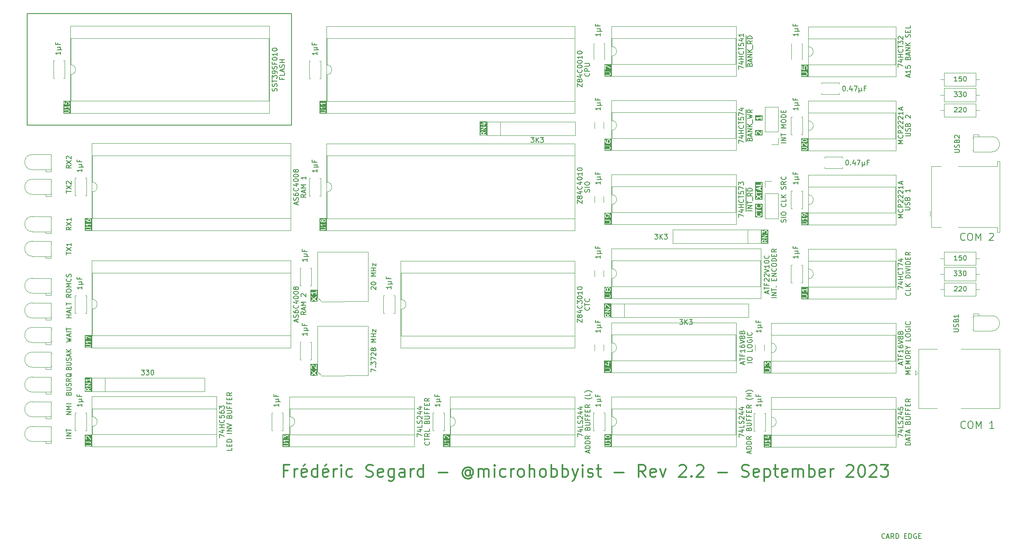
<source format=gto>
G04 #@! TF.GenerationSoftware,KiCad,Pcbnew,7.0.7*
G04 #@! TF.CreationDate,2023-09-15T21:48:08-04:00*
G04 #@! TF.ProjectId,2 - CPU and core components (Rev 2.2),32202d20-4350-4552-9061-6e6420636f72,rev?*
G04 #@! TF.SameCoordinates,Original*
G04 #@! TF.FileFunction,Legend,Top*
G04 #@! TF.FilePolarity,Positive*
%FSLAX46Y46*%
G04 Gerber Fmt 4.6, Leading zero omitted, Abs format (unit mm)*
G04 Created by KiCad (PCBNEW 7.0.7) date 2023-09-15 21:48:08*
%MOMM*%
%LPD*%
G01*
G04 APERTURE LIST*
%ADD10C,0.150000*%
%ADD11C,0.330000*%
%ADD12C,0.200000*%
%ADD13C,0.120000*%
%ADD14C,1.600000*%
%ADD15R,1.800000X1.800000*%
%ADD16C,1.800000*%
%ADD17R,1.600000X1.600000*%
%ADD18O,1.600000X1.600000*%
%ADD19C,4.000000*%
%ADD20R,1.700000X1.700000*%
%ADD21O,1.700000X1.700000*%
%ADD22C,3.000000*%
%ADD23R,1.780000X7.620000*%
G04 APERTURE END LIST*
D10*
X57010000Y-34140000D02*
X111379000Y-34140000D01*
X111379000Y-57140000D01*
X57010000Y-57140000D01*
X57010000Y-34140000D01*
D11*
X110650101Y-128164463D02*
X109816768Y-128164463D01*
X109816768Y-129473987D02*
X109816768Y-126973987D01*
X109816768Y-126973987D02*
X111007244Y-126973987D01*
X111959625Y-129473987D02*
X111959625Y-127807320D01*
X111959625Y-128283511D02*
X112078672Y-128045416D01*
X112078672Y-128045416D02*
X112197720Y-127926368D01*
X112197720Y-127926368D02*
X112435815Y-127807320D01*
X112435815Y-127807320D02*
X112673910Y-127807320D01*
X114459625Y-129354940D02*
X114221529Y-129473987D01*
X114221529Y-129473987D02*
X113745339Y-129473987D01*
X113745339Y-129473987D02*
X113507244Y-129354940D01*
X113507244Y-129354940D02*
X113388196Y-129116844D01*
X113388196Y-129116844D02*
X113388196Y-128164463D01*
X113388196Y-128164463D02*
X113507244Y-127926368D01*
X113507244Y-127926368D02*
X113745339Y-127807320D01*
X113745339Y-127807320D02*
X114221529Y-127807320D01*
X114221529Y-127807320D02*
X114459625Y-127926368D01*
X114459625Y-127926368D02*
X114578672Y-128164463D01*
X114578672Y-128164463D02*
X114578672Y-128402559D01*
X114578672Y-128402559D02*
X113388196Y-128640654D01*
X114221529Y-126854940D02*
X113864386Y-127212082D01*
X116721529Y-129473987D02*
X116721529Y-126973987D01*
X116721529Y-129354940D02*
X116483434Y-129473987D01*
X116483434Y-129473987D02*
X116007243Y-129473987D01*
X116007243Y-129473987D02*
X115769148Y-129354940D01*
X115769148Y-129354940D02*
X115650101Y-129235892D01*
X115650101Y-129235892D02*
X115531053Y-128997797D01*
X115531053Y-128997797D02*
X115531053Y-128283511D01*
X115531053Y-128283511D02*
X115650101Y-128045416D01*
X115650101Y-128045416D02*
X115769148Y-127926368D01*
X115769148Y-127926368D02*
X116007243Y-127807320D01*
X116007243Y-127807320D02*
X116483434Y-127807320D01*
X116483434Y-127807320D02*
X116721529Y-127926368D01*
X118864387Y-129354940D02*
X118626291Y-129473987D01*
X118626291Y-129473987D02*
X118150101Y-129473987D01*
X118150101Y-129473987D02*
X117912006Y-129354940D01*
X117912006Y-129354940D02*
X117792958Y-129116844D01*
X117792958Y-129116844D02*
X117792958Y-128164463D01*
X117792958Y-128164463D02*
X117912006Y-127926368D01*
X117912006Y-127926368D02*
X118150101Y-127807320D01*
X118150101Y-127807320D02*
X118626291Y-127807320D01*
X118626291Y-127807320D02*
X118864387Y-127926368D01*
X118864387Y-127926368D02*
X118983434Y-128164463D01*
X118983434Y-128164463D02*
X118983434Y-128402559D01*
X118983434Y-128402559D02*
X117792958Y-128640654D01*
X118626291Y-126854940D02*
X118269148Y-127212082D01*
X120054863Y-129473987D02*
X120054863Y-127807320D01*
X120054863Y-128283511D02*
X120173910Y-128045416D01*
X120173910Y-128045416D02*
X120292958Y-127926368D01*
X120292958Y-127926368D02*
X120531053Y-127807320D01*
X120531053Y-127807320D02*
X120769148Y-127807320D01*
X121602482Y-129473987D02*
X121602482Y-127807320D01*
X121602482Y-126973987D02*
X121483434Y-127093035D01*
X121483434Y-127093035D02*
X121602482Y-127212082D01*
X121602482Y-127212082D02*
X121721529Y-127093035D01*
X121721529Y-127093035D02*
X121602482Y-126973987D01*
X121602482Y-126973987D02*
X121602482Y-127212082D01*
X123864386Y-129354940D02*
X123626291Y-129473987D01*
X123626291Y-129473987D02*
X123150100Y-129473987D01*
X123150100Y-129473987D02*
X122912005Y-129354940D01*
X122912005Y-129354940D02*
X122792958Y-129235892D01*
X122792958Y-129235892D02*
X122673910Y-128997797D01*
X122673910Y-128997797D02*
X122673910Y-128283511D01*
X122673910Y-128283511D02*
X122792958Y-128045416D01*
X122792958Y-128045416D02*
X122912005Y-127926368D01*
X122912005Y-127926368D02*
X123150100Y-127807320D01*
X123150100Y-127807320D02*
X123626291Y-127807320D01*
X123626291Y-127807320D02*
X123864386Y-127926368D01*
X126721529Y-129354940D02*
X127078672Y-129473987D01*
X127078672Y-129473987D02*
X127673910Y-129473987D01*
X127673910Y-129473987D02*
X127912005Y-129354940D01*
X127912005Y-129354940D02*
X128031053Y-129235892D01*
X128031053Y-129235892D02*
X128150100Y-128997797D01*
X128150100Y-128997797D02*
X128150100Y-128759701D01*
X128150100Y-128759701D02*
X128031053Y-128521606D01*
X128031053Y-128521606D02*
X127912005Y-128402559D01*
X127912005Y-128402559D02*
X127673910Y-128283511D01*
X127673910Y-128283511D02*
X127197719Y-128164463D01*
X127197719Y-128164463D02*
X126959624Y-128045416D01*
X126959624Y-128045416D02*
X126840577Y-127926368D01*
X126840577Y-127926368D02*
X126721529Y-127688273D01*
X126721529Y-127688273D02*
X126721529Y-127450178D01*
X126721529Y-127450178D02*
X126840577Y-127212082D01*
X126840577Y-127212082D02*
X126959624Y-127093035D01*
X126959624Y-127093035D02*
X127197719Y-126973987D01*
X127197719Y-126973987D02*
X127792958Y-126973987D01*
X127792958Y-126973987D02*
X128150100Y-127093035D01*
X130173910Y-129354940D02*
X129935814Y-129473987D01*
X129935814Y-129473987D02*
X129459624Y-129473987D01*
X129459624Y-129473987D02*
X129221529Y-129354940D01*
X129221529Y-129354940D02*
X129102481Y-129116844D01*
X129102481Y-129116844D02*
X129102481Y-128164463D01*
X129102481Y-128164463D02*
X129221529Y-127926368D01*
X129221529Y-127926368D02*
X129459624Y-127807320D01*
X129459624Y-127807320D02*
X129935814Y-127807320D01*
X129935814Y-127807320D02*
X130173910Y-127926368D01*
X130173910Y-127926368D02*
X130292957Y-128164463D01*
X130292957Y-128164463D02*
X130292957Y-128402559D01*
X130292957Y-128402559D02*
X129102481Y-128640654D01*
X132435814Y-127807320D02*
X132435814Y-129831130D01*
X132435814Y-129831130D02*
X132316767Y-130069225D01*
X132316767Y-130069225D02*
X132197719Y-130188273D01*
X132197719Y-130188273D02*
X131959624Y-130307320D01*
X131959624Y-130307320D02*
X131602481Y-130307320D01*
X131602481Y-130307320D02*
X131364386Y-130188273D01*
X132435814Y-129354940D02*
X132197719Y-129473987D01*
X132197719Y-129473987D02*
X131721528Y-129473987D01*
X131721528Y-129473987D02*
X131483433Y-129354940D01*
X131483433Y-129354940D02*
X131364386Y-129235892D01*
X131364386Y-129235892D02*
X131245338Y-128997797D01*
X131245338Y-128997797D02*
X131245338Y-128283511D01*
X131245338Y-128283511D02*
X131364386Y-128045416D01*
X131364386Y-128045416D02*
X131483433Y-127926368D01*
X131483433Y-127926368D02*
X131721528Y-127807320D01*
X131721528Y-127807320D02*
X132197719Y-127807320D01*
X132197719Y-127807320D02*
X132435814Y-127926368D01*
X134697719Y-129473987D02*
X134697719Y-128164463D01*
X134697719Y-128164463D02*
X134578672Y-127926368D01*
X134578672Y-127926368D02*
X134340576Y-127807320D01*
X134340576Y-127807320D02*
X133864386Y-127807320D01*
X133864386Y-127807320D02*
X133626291Y-127926368D01*
X134697719Y-129354940D02*
X134459624Y-129473987D01*
X134459624Y-129473987D02*
X133864386Y-129473987D01*
X133864386Y-129473987D02*
X133626291Y-129354940D01*
X133626291Y-129354940D02*
X133507243Y-129116844D01*
X133507243Y-129116844D02*
X133507243Y-128878749D01*
X133507243Y-128878749D02*
X133626291Y-128640654D01*
X133626291Y-128640654D02*
X133864386Y-128521606D01*
X133864386Y-128521606D02*
X134459624Y-128521606D01*
X134459624Y-128521606D02*
X134697719Y-128402559D01*
X135888196Y-129473987D02*
X135888196Y-127807320D01*
X135888196Y-128283511D02*
X136007243Y-128045416D01*
X136007243Y-128045416D02*
X136126291Y-127926368D01*
X136126291Y-127926368D02*
X136364386Y-127807320D01*
X136364386Y-127807320D02*
X136602481Y-127807320D01*
X138507243Y-129473987D02*
X138507243Y-126973987D01*
X138507243Y-129354940D02*
X138269148Y-129473987D01*
X138269148Y-129473987D02*
X137792957Y-129473987D01*
X137792957Y-129473987D02*
X137554862Y-129354940D01*
X137554862Y-129354940D02*
X137435815Y-129235892D01*
X137435815Y-129235892D02*
X137316767Y-128997797D01*
X137316767Y-128997797D02*
X137316767Y-128283511D01*
X137316767Y-128283511D02*
X137435815Y-128045416D01*
X137435815Y-128045416D02*
X137554862Y-127926368D01*
X137554862Y-127926368D02*
X137792957Y-127807320D01*
X137792957Y-127807320D02*
X138269148Y-127807320D01*
X138269148Y-127807320D02*
X138507243Y-127926368D01*
X141602482Y-128521606D02*
X143507244Y-128521606D01*
X148150101Y-128283511D02*
X148031053Y-128164463D01*
X148031053Y-128164463D02*
X147792958Y-128045416D01*
X147792958Y-128045416D02*
X147554863Y-128045416D01*
X147554863Y-128045416D02*
X147316767Y-128164463D01*
X147316767Y-128164463D02*
X147197720Y-128283511D01*
X147197720Y-128283511D02*
X147078672Y-128521606D01*
X147078672Y-128521606D02*
X147078672Y-128759701D01*
X147078672Y-128759701D02*
X147197720Y-128997797D01*
X147197720Y-128997797D02*
X147316767Y-129116844D01*
X147316767Y-129116844D02*
X147554863Y-129235892D01*
X147554863Y-129235892D02*
X147792958Y-129235892D01*
X147792958Y-129235892D02*
X148031053Y-129116844D01*
X148031053Y-129116844D02*
X148150101Y-128997797D01*
X148150101Y-128045416D02*
X148150101Y-128997797D01*
X148150101Y-128997797D02*
X148269148Y-129116844D01*
X148269148Y-129116844D02*
X148388196Y-129116844D01*
X148388196Y-129116844D02*
X148626291Y-128997797D01*
X148626291Y-128997797D02*
X148745339Y-128759701D01*
X148745339Y-128759701D02*
X148745339Y-128164463D01*
X148745339Y-128164463D02*
X148507244Y-127807320D01*
X148507244Y-127807320D02*
X148150101Y-127569225D01*
X148150101Y-127569225D02*
X147673910Y-127450178D01*
X147673910Y-127450178D02*
X147197720Y-127569225D01*
X147197720Y-127569225D02*
X146840577Y-127807320D01*
X146840577Y-127807320D02*
X146602482Y-128164463D01*
X146602482Y-128164463D02*
X146483434Y-128640654D01*
X146483434Y-128640654D02*
X146602482Y-129116844D01*
X146602482Y-129116844D02*
X146840577Y-129473987D01*
X146840577Y-129473987D02*
X147197720Y-129712082D01*
X147197720Y-129712082D02*
X147673910Y-129831130D01*
X147673910Y-129831130D02*
X148150101Y-129712082D01*
X148150101Y-129712082D02*
X148507244Y-129473987D01*
X149816768Y-129473987D02*
X149816768Y-127807320D01*
X149816768Y-128045416D02*
X149935815Y-127926368D01*
X149935815Y-127926368D02*
X150173910Y-127807320D01*
X150173910Y-127807320D02*
X150531053Y-127807320D01*
X150531053Y-127807320D02*
X150769149Y-127926368D01*
X150769149Y-127926368D02*
X150888196Y-128164463D01*
X150888196Y-128164463D02*
X150888196Y-129473987D01*
X150888196Y-128164463D02*
X151007244Y-127926368D01*
X151007244Y-127926368D02*
X151245339Y-127807320D01*
X151245339Y-127807320D02*
X151602482Y-127807320D01*
X151602482Y-127807320D02*
X151840577Y-127926368D01*
X151840577Y-127926368D02*
X151959625Y-128164463D01*
X151959625Y-128164463D02*
X151959625Y-129473987D01*
X153150101Y-129473987D02*
X153150101Y-127807320D01*
X153150101Y-126973987D02*
X153031053Y-127093035D01*
X153031053Y-127093035D02*
X153150101Y-127212082D01*
X153150101Y-127212082D02*
X153269148Y-127093035D01*
X153269148Y-127093035D02*
X153150101Y-126973987D01*
X153150101Y-126973987D02*
X153150101Y-127212082D01*
X155412005Y-129354940D02*
X155173910Y-129473987D01*
X155173910Y-129473987D02*
X154697719Y-129473987D01*
X154697719Y-129473987D02*
X154459624Y-129354940D01*
X154459624Y-129354940D02*
X154340577Y-129235892D01*
X154340577Y-129235892D02*
X154221529Y-128997797D01*
X154221529Y-128997797D02*
X154221529Y-128283511D01*
X154221529Y-128283511D02*
X154340577Y-128045416D01*
X154340577Y-128045416D02*
X154459624Y-127926368D01*
X154459624Y-127926368D02*
X154697719Y-127807320D01*
X154697719Y-127807320D02*
X155173910Y-127807320D01*
X155173910Y-127807320D02*
X155412005Y-127926368D01*
X156483434Y-129473987D02*
X156483434Y-127807320D01*
X156483434Y-128283511D02*
X156602481Y-128045416D01*
X156602481Y-128045416D02*
X156721529Y-127926368D01*
X156721529Y-127926368D02*
X156959624Y-127807320D01*
X156959624Y-127807320D02*
X157197719Y-127807320D01*
X158388195Y-129473987D02*
X158150100Y-129354940D01*
X158150100Y-129354940D02*
X158031053Y-129235892D01*
X158031053Y-129235892D02*
X157912005Y-128997797D01*
X157912005Y-128997797D02*
X157912005Y-128283511D01*
X157912005Y-128283511D02*
X158031053Y-128045416D01*
X158031053Y-128045416D02*
X158150100Y-127926368D01*
X158150100Y-127926368D02*
X158388195Y-127807320D01*
X158388195Y-127807320D02*
X158745338Y-127807320D01*
X158745338Y-127807320D02*
X158983434Y-127926368D01*
X158983434Y-127926368D02*
X159102481Y-128045416D01*
X159102481Y-128045416D02*
X159221529Y-128283511D01*
X159221529Y-128283511D02*
X159221529Y-128997797D01*
X159221529Y-128997797D02*
X159102481Y-129235892D01*
X159102481Y-129235892D02*
X158983434Y-129354940D01*
X158983434Y-129354940D02*
X158745338Y-129473987D01*
X158745338Y-129473987D02*
X158388195Y-129473987D01*
X160292958Y-129473987D02*
X160292958Y-126973987D01*
X161364386Y-129473987D02*
X161364386Y-128164463D01*
X161364386Y-128164463D02*
X161245339Y-127926368D01*
X161245339Y-127926368D02*
X161007243Y-127807320D01*
X161007243Y-127807320D02*
X160650100Y-127807320D01*
X160650100Y-127807320D02*
X160412005Y-127926368D01*
X160412005Y-127926368D02*
X160292958Y-128045416D01*
X162912005Y-129473987D02*
X162673910Y-129354940D01*
X162673910Y-129354940D02*
X162554863Y-129235892D01*
X162554863Y-129235892D02*
X162435815Y-128997797D01*
X162435815Y-128997797D02*
X162435815Y-128283511D01*
X162435815Y-128283511D02*
X162554863Y-128045416D01*
X162554863Y-128045416D02*
X162673910Y-127926368D01*
X162673910Y-127926368D02*
X162912005Y-127807320D01*
X162912005Y-127807320D02*
X163269148Y-127807320D01*
X163269148Y-127807320D02*
X163507244Y-127926368D01*
X163507244Y-127926368D02*
X163626291Y-128045416D01*
X163626291Y-128045416D02*
X163745339Y-128283511D01*
X163745339Y-128283511D02*
X163745339Y-128997797D01*
X163745339Y-128997797D02*
X163626291Y-129235892D01*
X163626291Y-129235892D02*
X163507244Y-129354940D01*
X163507244Y-129354940D02*
X163269148Y-129473987D01*
X163269148Y-129473987D02*
X162912005Y-129473987D01*
X164816768Y-129473987D02*
X164816768Y-126973987D01*
X164816768Y-127926368D02*
X165054863Y-127807320D01*
X165054863Y-127807320D02*
X165531053Y-127807320D01*
X165531053Y-127807320D02*
X165769149Y-127926368D01*
X165769149Y-127926368D02*
X165888196Y-128045416D01*
X165888196Y-128045416D02*
X166007244Y-128283511D01*
X166007244Y-128283511D02*
X166007244Y-128997797D01*
X166007244Y-128997797D02*
X165888196Y-129235892D01*
X165888196Y-129235892D02*
X165769149Y-129354940D01*
X165769149Y-129354940D02*
X165531053Y-129473987D01*
X165531053Y-129473987D02*
X165054863Y-129473987D01*
X165054863Y-129473987D02*
X164816768Y-129354940D01*
X167078673Y-129473987D02*
X167078673Y-126973987D01*
X167078673Y-127926368D02*
X167316768Y-127807320D01*
X167316768Y-127807320D02*
X167792958Y-127807320D01*
X167792958Y-127807320D02*
X168031054Y-127926368D01*
X168031054Y-127926368D02*
X168150101Y-128045416D01*
X168150101Y-128045416D02*
X168269149Y-128283511D01*
X168269149Y-128283511D02*
X168269149Y-128997797D01*
X168269149Y-128997797D02*
X168150101Y-129235892D01*
X168150101Y-129235892D02*
X168031054Y-129354940D01*
X168031054Y-129354940D02*
X167792958Y-129473987D01*
X167792958Y-129473987D02*
X167316768Y-129473987D01*
X167316768Y-129473987D02*
X167078673Y-129354940D01*
X169102482Y-127807320D02*
X169697720Y-129473987D01*
X170292959Y-127807320D02*
X169697720Y-129473987D01*
X169697720Y-129473987D02*
X169459625Y-130069225D01*
X169459625Y-130069225D02*
X169340578Y-130188273D01*
X169340578Y-130188273D02*
X169102482Y-130307320D01*
X171245340Y-129473987D02*
X171245340Y-127807320D01*
X171245340Y-126973987D02*
X171126292Y-127093035D01*
X171126292Y-127093035D02*
X171245340Y-127212082D01*
X171245340Y-127212082D02*
X171364387Y-127093035D01*
X171364387Y-127093035D02*
X171245340Y-126973987D01*
X171245340Y-126973987D02*
X171245340Y-127212082D01*
X172316768Y-129354940D02*
X172554863Y-129473987D01*
X172554863Y-129473987D02*
X173031054Y-129473987D01*
X173031054Y-129473987D02*
X173269149Y-129354940D01*
X173269149Y-129354940D02*
X173388197Y-129116844D01*
X173388197Y-129116844D02*
X173388197Y-128997797D01*
X173388197Y-128997797D02*
X173269149Y-128759701D01*
X173269149Y-128759701D02*
X173031054Y-128640654D01*
X173031054Y-128640654D02*
X172673911Y-128640654D01*
X172673911Y-128640654D02*
X172435816Y-128521606D01*
X172435816Y-128521606D02*
X172316768Y-128283511D01*
X172316768Y-128283511D02*
X172316768Y-128164463D01*
X172316768Y-128164463D02*
X172435816Y-127926368D01*
X172435816Y-127926368D02*
X172673911Y-127807320D01*
X172673911Y-127807320D02*
X173031054Y-127807320D01*
X173031054Y-127807320D02*
X173269149Y-127926368D01*
X174102483Y-127807320D02*
X175054864Y-127807320D01*
X174459626Y-126973987D02*
X174459626Y-129116844D01*
X174459626Y-129116844D02*
X174578673Y-129354940D01*
X174578673Y-129354940D02*
X174816768Y-129473987D01*
X174816768Y-129473987D02*
X175054864Y-129473987D01*
X177792959Y-128521606D02*
X179697721Y-128521606D01*
X184221530Y-129473987D02*
X183388197Y-128283511D01*
X182792959Y-129473987D02*
X182792959Y-126973987D01*
X182792959Y-126973987D02*
X183745340Y-126973987D01*
X183745340Y-126973987D02*
X183983435Y-127093035D01*
X183983435Y-127093035D02*
X184102482Y-127212082D01*
X184102482Y-127212082D02*
X184221530Y-127450178D01*
X184221530Y-127450178D02*
X184221530Y-127807320D01*
X184221530Y-127807320D02*
X184102482Y-128045416D01*
X184102482Y-128045416D02*
X183983435Y-128164463D01*
X183983435Y-128164463D02*
X183745340Y-128283511D01*
X183745340Y-128283511D02*
X182792959Y-128283511D01*
X186245340Y-129354940D02*
X186007244Y-129473987D01*
X186007244Y-129473987D02*
X185531054Y-129473987D01*
X185531054Y-129473987D02*
X185292959Y-129354940D01*
X185292959Y-129354940D02*
X185173911Y-129116844D01*
X185173911Y-129116844D02*
X185173911Y-128164463D01*
X185173911Y-128164463D02*
X185292959Y-127926368D01*
X185292959Y-127926368D02*
X185531054Y-127807320D01*
X185531054Y-127807320D02*
X186007244Y-127807320D01*
X186007244Y-127807320D02*
X186245340Y-127926368D01*
X186245340Y-127926368D02*
X186364387Y-128164463D01*
X186364387Y-128164463D02*
X186364387Y-128402559D01*
X186364387Y-128402559D02*
X185173911Y-128640654D01*
X187197720Y-127807320D02*
X187792958Y-129473987D01*
X187792958Y-129473987D02*
X188388197Y-127807320D01*
X191126292Y-127212082D02*
X191245340Y-127093035D01*
X191245340Y-127093035D02*
X191483435Y-126973987D01*
X191483435Y-126973987D02*
X192078673Y-126973987D01*
X192078673Y-126973987D02*
X192316768Y-127093035D01*
X192316768Y-127093035D02*
X192435816Y-127212082D01*
X192435816Y-127212082D02*
X192554863Y-127450178D01*
X192554863Y-127450178D02*
X192554863Y-127688273D01*
X192554863Y-127688273D02*
X192435816Y-128045416D01*
X192435816Y-128045416D02*
X191007244Y-129473987D01*
X191007244Y-129473987D02*
X192554863Y-129473987D01*
X193626292Y-129235892D02*
X193745339Y-129354940D01*
X193745339Y-129354940D02*
X193626292Y-129473987D01*
X193626292Y-129473987D02*
X193507244Y-129354940D01*
X193507244Y-129354940D02*
X193626292Y-129235892D01*
X193626292Y-129235892D02*
X193626292Y-129473987D01*
X194697720Y-127212082D02*
X194816768Y-127093035D01*
X194816768Y-127093035D02*
X195054863Y-126973987D01*
X195054863Y-126973987D02*
X195650101Y-126973987D01*
X195650101Y-126973987D02*
X195888196Y-127093035D01*
X195888196Y-127093035D02*
X196007244Y-127212082D01*
X196007244Y-127212082D02*
X196126291Y-127450178D01*
X196126291Y-127450178D02*
X196126291Y-127688273D01*
X196126291Y-127688273D02*
X196007244Y-128045416D01*
X196007244Y-128045416D02*
X194578672Y-129473987D01*
X194578672Y-129473987D02*
X196126291Y-129473987D01*
X199102482Y-128521606D02*
X201007244Y-128521606D01*
X203983434Y-129354940D02*
X204340577Y-129473987D01*
X204340577Y-129473987D02*
X204935815Y-129473987D01*
X204935815Y-129473987D02*
X205173910Y-129354940D01*
X205173910Y-129354940D02*
X205292958Y-129235892D01*
X205292958Y-129235892D02*
X205412005Y-128997797D01*
X205412005Y-128997797D02*
X205412005Y-128759701D01*
X205412005Y-128759701D02*
X205292958Y-128521606D01*
X205292958Y-128521606D02*
X205173910Y-128402559D01*
X205173910Y-128402559D02*
X204935815Y-128283511D01*
X204935815Y-128283511D02*
X204459624Y-128164463D01*
X204459624Y-128164463D02*
X204221529Y-128045416D01*
X204221529Y-128045416D02*
X204102482Y-127926368D01*
X204102482Y-127926368D02*
X203983434Y-127688273D01*
X203983434Y-127688273D02*
X203983434Y-127450178D01*
X203983434Y-127450178D02*
X204102482Y-127212082D01*
X204102482Y-127212082D02*
X204221529Y-127093035D01*
X204221529Y-127093035D02*
X204459624Y-126973987D01*
X204459624Y-126973987D02*
X205054863Y-126973987D01*
X205054863Y-126973987D02*
X205412005Y-127093035D01*
X207435815Y-129354940D02*
X207197719Y-129473987D01*
X207197719Y-129473987D02*
X206721529Y-129473987D01*
X206721529Y-129473987D02*
X206483434Y-129354940D01*
X206483434Y-129354940D02*
X206364386Y-129116844D01*
X206364386Y-129116844D02*
X206364386Y-128164463D01*
X206364386Y-128164463D02*
X206483434Y-127926368D01*
X206483434Y-127926368D02*
X206721529Y-127807320D01*
X206721529Y-127807320D02*
X207197719Y-127807320D01*
X207197719Y-127807320D02*
X207435815Y-127926368D01*
X207435815Y-127926368D02*
X207554862Y-128164463D01*
X207554862Y-128164463D02*
X207554862Y-128402559D01*
X207554862Y-128402559D02*
X206364386Y-128640654D01*
X208626291Y-127807320D02*
X208626291Y-130307320D01*
X208626291Y-127926368D02*
X208864386Y-127807320D01*
X208864386Y-127807320D02*
X209340576Y-127807320D01*
X209340576Y-127807320D02*
X209578672Y-127926368D01*
X209578672Y-127926368D02*
X209697719Y-128045416D01*
X209697719Y-128045416D02*
X209816767Y-128283511D01*
X209816767Y-128283511D02*
X209816767Y-128997797D01*
X209816767Y-128997797D02*
X209697719Y-129235892D01*
X209697719Y-129235892D02*
X209578672Y-129354940D01*
X209578672Y-129354940D02*
X209340576Y-129473987D01*
X209340576Y-129473987D02*
X208864386Y-129473987D01*
X208864386Y-129473987D02*
X208626291Y-129354940D01*
X210531053Y-127807320D02*
X211483434Y-127807320D01*
X210888196Y-126973987D02*
X210888196Y-129116844D01*
X210888196Y-129116844D02*
X211007243Y-129354940D01*
X211007243Y-129354940D02*
X211245338Y-129473987D01*
X211245338Y-129473987D02*
X211483434Y-129473987D01*
X213269148Y-129354940D02*
X213031052Y-129473987D01*
X213031052Y-129473987D02*
X212554862Y-129473987D01*
X212554862Y-129473987D02*
X212316767Y-129354940D01*
X212316767Y-129354940D02*
X212197719Y-129116844D01*
X212197719Y-129116844D02*
X212197719Y-128164463D01*
X212197719Y-128164463D02*
X212316767Y-127926368D01*
X212316767Y-127926368D02*
X212554862Y-127807320D01*
X212554862Y-127807320D02*
X213031052Y-127807320D01*
X213031052Y-127807320D02*
X213269148Y-127926368D01*
X213269148Y-127926368D02*
X213388195Y-128164463D01*
X213388195Y-128164463D02*
X213388195Y-128402559D01*
X213388195Y-128402559D02*
X212197719Y-128640654D01*
X214459624Y-129473987D02*
X214459624Y-127807320D01*
X214459624Y-128045416D02*
X214578671Y-127926368D01*
X214578671Y-127926368D02*
X214816766Y-127807320D01*
X214816766Y-127807320D02*
X215173909Y-127807320D01*
X215173909Y-127807320D02*
X215412005Y-127926368D01*
X215412005Y-127926368D02*
X215531052Y-128164463D01*
X215531052Y-128164463D02*
X215531052Y-129473987D01*
X215531052Y-128164463D02*
X215650100Y-127926368D01*
X215650100Y-127926368D02*
X215888195Y-127807320D01*
X215888195Y-127807320D02*
X216245338Y-127807320D01*
X216245338Y-127807320D02*
X216483433Y-127926368D01*
X216483433Y-127926368D02*
X216602481Y-128164463D01*
X216602481Y-128164463D02*
X216602481Y-129473987D01*
X217792957Y-129473987D02*
X217792957Y-126973987D01*
X217792957Y-127926368D02*
X218031052Y-127807320D01*
X218031052Y-127807320D02*
X218507242Y-127807320D01*
X218507242Y-127807320D02*
X218745338Y-127926368D01*
X218745338Y-127926368D02*
X218864385Y-128045416D01*
X218864385Y-128045416D02*
X218983433Y-128283511D01*
X218983433Y-128283511D02*
X218983433Y-128997797D01*
X218983433Y-128997797D02*
X218864385Y-129235892D01*
X218864385Y-129235892D02*
X218745338Y-129354940D01*
X218745338Y-129354940D02*
X218507242Y-129473987D01*
X218507242Y-129473987D02*
X218031052Y-129473987D01*
X218031052Y-129473987D02*
X217792957Y-129354940D01*
X221007243Y-129354940D02*
X220769147Y-129473987D01*
X220769147Y-129473987D02*
X220292957Y-129473987D01*
X220292957Y-129473987D02*
X220054862Y-129354940D01*
X220054862Y-129354940D02*
X219935814Y-129116844D01*
X219935814Y-129116844D02*
X219935814Y-128164463D01*
X219935814Y-128164463D02*
X220054862Y-127926368D01*
X220054862Y-127926368D02*
X220292957Y-127807320D01*
X220292957Y-127807320D02*
X220769147Y-127807320D01*
X220769147Y-127807320D02*
X221007243Y-127926368D01*
X221007243Y-127926368D02*
X221126290Y-128164463D01*
X221126290Y-128164463D02*
X221126290Y-128402559D01*
X221126290Y-128402559D02*
X219935814Y-128640654D01*
X222197719Y-129473987D02*
X222197719Y-127807320D01*
X222197719Y-128283511D02*
X222316766Y-128045416D01*
X222316766Y-128045416D02*
X222435814Y-127926368D01*
X222435814Y-127926368D02*
X222673909Y-127807320D01*
X222673909Y-127807320D02*
X222912004Y-127807320D01*
X225531052Y-127212082D02*
X225650100Y-127093035D01*
X225650100Y-127093035D02*
X225888195Y-126973987D01*
X225888195Y-126973987D02*
X226483433Y-126973987D01*
X226483433Y-126973987D02*
X226721528Y-127093035D01*
X226721528Y-127093035D02*
X226840576Y-127212082D01*
X226840576Y-127212082D02*
X226959623Y-127450178D01*
X226959623Y-127450178D02*
X226959623Y-127688273D01*
X226959623Y-127688273D02*
X226840576Y-128045416D01*
X226840576Y-128045416D02*
X225412004Y-129473987D01*
X225412004Y-129473987D02*
X226959623Y-129473987D01*
X228507242Y-126973987D02*
X228745337Y-126973987D01*
X228745337Y-126973987D02*
X228983433Y-127093035D01*
X228983433Y-127093035D02*
X229102480Y-127212082D01*
X229102480Y-127212082D02*
X229221528Y-127450178D01*
X229221528Y-127450178D02*
X229340575Y-127926368D01*
X229340575Y-127926368D02*
X229340575Y-128521606D01*
X229340575Y-128521606D02*
X229221528Y-128997797D01*
X229221528Y-128997797D02*
X229102480Y-129235892D01*
X229102480Y-129235892D02*
X228983433Y-129354940D01*
X228983433Y-129354940D02*
X228745337Y-129473987D01*
X228745337Y-129473987D02*
X228507242Y-129473987D01*
X228507242Y-129473987D02*
X228269147Y-129354940D01*
X228269147Y-129354940D02*
X228150099Y-129235892D01*
X228150099Y-129235892D02*
X228031052Y-128997797D01*
X228031052Y-128997797D02*
X227912004Y-128521606D01*
X227912004Y-128521606D02*
X227912004Y-127926368D01*
X227912004Y-127926368D02*
X228031052Y-127450178D01*
X228031052Y-127450178D02*
X228150099Y-127212082D01*
X228150099Y-127212082D02*
X228269147Y-127093035D01*
X228269147Y-127093035D02*
X228507242Y-126973987D01*
X230292956Y-127212082D02*
X230412004Y-127093035D01*
X230412004Y-127093035D02*
X230650099Y-126973987D01*
X230650099Y-126973987D02*
X231245337Y-126973987D01*
X231245337Y-126973987D02*
X231483432Y-127093035D01*
X231483432Y-127093035D02*
X231602480Y-127212082D01*
X231602480Y-127212082D02*
X231721527Y-127450178D01*
X231721527Y-127450178D02*
X231721527Y-127688273D01*
X231721527Y-127688273D02*
X231602480Y-128045416D01*
X231602480Y-128045416D02*
X230173908Y-129473987D01*
X230173908Y-129473987D02*
X231721527Y-129473987D01*
X232554860Y-126973987D02*
X234102479Y-126973987D01*
X234102479Y-126973987D02*
X233269146Y-127926368D01*
X233269146Y-127926368D02*
X233626289Y-127926368D01*
X233626289Y-127926368D02*
X233864384Y-128045416D01*
X233864384Y-128045416D02*
X233983432Y-128164463D01*
X233983432Y-128164463D02*
X234102479Y-128402559D01*
X234102479Y-128402559D02*
X234102479Y-128997797D01*
X234102479Y-128997797D02*
X233983432Y-129235892D01*
X233983432Y-129235892D02*
X233864384Y-129354940D01*
X233864384Y-129354940D02*
X233626289Y-129473987D01*
X233626289Y-129473987D02*
X232912003Y-129473987D01*
X232912003Y-129473987D02*
X232673908Y-129354940D01*
X232673908Y-129354940D02*
X232554860Y-129235892D01*
D10*
X215534872Y-53436266D02*
X215534872Y-54007694D01*
X215534872Y-53721980D02*
X214534872Y-53721980D01*
X214534872Y-53721980D02*
X214677729Y-53817218D01*
X214677729Y-53817218D02*
X214772967Y-53912456D01*
X214772967Y-53912456D02*
X214820586Y-54007694D01*
X214868205Y-53007694D02*
X215868205Y-53007694D01*
X215392014Y-52531504D02*
X215487253Y-52483885D01*
X215487253Y-52483885D02*
X215534872Y-52388647D01*
X215392014Y-53007694D02*
X215487253Y-52960075D01*
X215487253Y-52960075D02*
X215534872Y-52864837D01*
X215534872Y-52864837D02*
X215534872Y-52674361D01*
X215534872Y-52674361D02*
X215487253Y-52579123D01*
X215487253Y-52579123D02*
X215392014Y-52531504D01*
X215392014Y-52531504D02*
X214868205Y-52531504D01*
X215011062Y-51626742D02*
X215011062Y-51960075D01*
X215534872Y-51960075D02*
X214534872Y-51960075D01*
X214534872Y-51960075D02*
X214534872Y-51483885D01*
X174894872Y-68676219D02*
X174894872Y-69247647D01*
X174894872Y-68961933D02*
X173894872Y-68961933D01*
X173894872Y-68961933D02*
X174037729Y-69057171D01*
X174037729Y-69057171D02*
X174132967Y-69152409D01*
X174132967Y-69152409D02*
X174180586Y-69247647D01*
X174228205Y-68247647D02*
X175228205Y-68247647D01*
X174752014Y-67771457D02*
X174847253Y-67723838D01*
X174847253Y-67723838D02*
X174894872Y-67628600D01*
X174752014Y-68247647D02*
X174847253Y-68200028D01*
X174847253Y-68200028D02*
X174894872Y-68104790D01*
X174894872Y-68104790D02*
X174894872Y-67914314D01*
X174894872Y-67914314D02*
X174847253Y-67819076D01*
X174847253Y-67819076D02*
X174752014Y-67771457D01*
X174752014Y-67771457D02*
X174228205Y-67771457D01*
X174371062Y-66866695D02*
X174371062Y-67200028D01*
X174894872Y-67200028D02*
X173894872Y-67200028D01*
X173894872Y-67200028D02*
X173894872Y-66723838D01*
X215534872Y-83916266D02*
X215534872Y-84487694D01*
X215534872Y-84201980D02*
X214534872Y-84201980D01*
X214534872Y-84201980D02*
X214677729Y-84297218D01*
X214677729Y-84297218D02*
X214772967Y-84392456D01*
X214772967Y-84392456D02*
X214820586Y-84487694D01*
X214868205Y-83487694D02*
X215868205Y-83487694D01*
X215392014Y-83011504D02*
X215487253Y-82963885D01*
X215487253Y-82963885D02*
X215534872Y-82868647D01*
X215392014Y-83487694D02*
X215487253Y-83440075D01*
X215487253Y-83440075D02*
X215534872Y-83344837D01*
X215534872Y-83344837D02*
X215534872Y-83154361D01*
X215534872Y-83154361D02*
X215487253Y-83059123D01*
X215487253Y-83059123D02*
X215392014Y-83011504D01*
X215392014Y-83011504D02*
X214868205Y-83011504D01*
X215011062Y-82106742D02*
X215011062Y-82440075D01*
X215534872Y-82440075D02*
X214534872Y-82440075D01*
X214534872Y-82440075D02*
X214534872Y-81963885D01*
X65076619Y-101739189D02*
X66076619Y-101501094D01*
X66076619Y-101501094D02*
X65362333Y-101310618D01*
X65362333Y-101310618D02*
X66076619Y-101120142D01*
X66076619Y-101120142D02*
X65076619Y-100882047D01*
X65790904Y-100548713D02*
X65790904Y-100072523D01*
X66076619Y-100643951D02*
X65076619Y-100310618D01*
X65076619Y-100310618D02*
X66076619Y-99977285D01*
X66076619Y-99643951D02*
X65076619Y-99643951D01*
X65076619Y-99310618D02*
X65076619Y-98739190D01*
X66076619Y-99024904D02*
X65076619Y-99024904D01*
X174894872Y-38196219D02*
X174894872Y-38767647D01*
X174894872Y-38481933D02*
X173894872Y-38481933D01*
X173894872Y-38481933D02*
X174037729Y-38577171D01*
X174037729Y-38577171D02*
X174132967Y-38672409D01*
X174132967Y-38672409D02*
X174180586Y-38767647D01*
X174228205Y-37767647D02*
X175228205Y-37767647D01*
X174752014Y-37291457D02*
X174847253Y-37243838D01*
X174847253Y-37243838D02*
X174894872Y-37148600D01*
X174752014Y-37767647D02*
X174847253Y-37720028D01*
X174847253Y-37720028D02*
X174894872Y-37624790D01*
X174894872Y-37624790D02*
X174894872Y-37434314D01*
X174894872Y-37434314D02*
X174847253Y-37339076D01*
X174847253Y-37339076D02*
X174752014Y-37291457D01*
X174752014Y-37291457D02*
X174228205Y-37291457D01*
X174371062Y-36386695D02*
X174371062Y-36720028D01*
X174894872Y-36720028D02*
X173894872Y-36720028D01*
X173894872Y-36720028D02*
X173894872Y-36243838D01*
X116659819Y-66198666D02*
X116659819Y-66770094D01*
X116659819Y-66484380D02*
X115659819Y-66484380D01*
X115659819Y-66484380D02*
X115802676Y-66579618D01*
X115802676Y-66579618D02*
X115897914Y-66674856D01*
X115897914Y-66674856D02*
X115945533Y-66770094D01*
X115993152Y-65770094D02*
X116993152Y-65770094D01*
X116516961Y-65293904D02*
X116612200Y-65246285D01*
X116612200Y-65246285D02*
X116659819Y-65151047D01*
X116516961Y-65770094D02*
X116612200Y-65722475D01*
X116612200Y-65722475D02*
X116659819Y-65627237D01*
X116659819Y-65627237D02*
X116659819Y-65436761D01*
X116659819Y-65436761D02*
X116612200Y-65341523D01*
X116612200Y-65341523D02*
X116516961Y-65293904D01*
X116516961Y-65293904D02*
X115993152Y-65293904D01*
X116136009Y-64389142D02*
X116136009Y-64722475D01*
X116659819Y-64722475D02*
X115659819Y-64722475D01*
X115659819Y-64722475D02*
X115659819Y-64246285D01*
X68297872Y-114396219D02*
X68297872Y-114967647D01*
X68297872Y-114681933D02*
X67297872Y-114681933D01*
X67297872Y-114681933D02*
X67440729Y-114777171D01*
X67440729Y-114777171D02*
X67535967Y-114872409D01*
X67535967Y-114872409D02*
X67583586Y-114967647D01*
X67631205Y-113967647D02*
X68631205Y-113967647D01*
X68155014Y-113491457D02*
X68250253Y-113443838D01*
X68250253Y-113443838D02*
X68297872Y-113348600D01*
X68155014Y-113967647D02*
X68250253Y-113920028D01*
X68250253Y-113920028D02*
X68297872Y-113824790D01*
X68297872Y-113824790D02*
X68297872Y-113634314D01*
X68297872Y-113634314D02*
X68250253Y-113539076D01*
X68250253Y-113539076D02*
X68155014Y-113491457D01*
X68155014Y-113491457D02*
X67631205Y-113491457D01*
X67774062Y-112586695D02*
X67774062Y-112920028D01*
X68297872Y-112920028D02*
X67297872Y-112920028D01*
X67297872Y-112920028D02*
X67297872Y-112443838D01*
G36*
X70337776Y-123269133D02*
G01*
X68902062Y-123269133D01*
X68902062Y-123038252D01*
X69046058Y-123038252D01*
X69054967Y-123088776D01*
X69094267Y-123121753D01*
X69119919Y-123126276D01*
X69929442Y-123126276D01*
X69937660Y-123123284D01*
X69946344Y-123124347D01*
X69970316Y-123114159D01*
X70065554Y-123052254D01*
X70065981Y-123051686D01*
X70084126Y-123035100D01*
X70131747Y-122973195D01*
X70132593Y-122970522D01*
X70142301Y-122954390D01*
X70189920Y-122830580D01*
X70189933Y-122829860D01*
X70190396Y-122829309D01*
X70194919Y-122803657D01*
X70194919Y-122556038D01*
X70194672Y-122555362D01*
X70194907Y-122554681D01*
X70189920Y-122529115D01*
X70142301Y-122405305D01*
X70140462Y-122403193D01*
X70131747Y-122386499D01*
X70084126Y-122324594D01*
X70083526Y-122324213D01*
X70065554Y-122307440D01*
X69970316Y-122245536D01*
X69961795Y-122243565D01*
X69955094Y-122237942D01*
X69929442Y-122233419D01*
X69119919Y-122233419D01*
X69071710Y-122250966D01*
X69046058Y-122295395D01*
X69054967Y-122345919D01*
X69094267Y-122378896D01*
X69119919Y-122383419D01*
X69907209Y-122383419D01*
X69973054Y-122426218D01*
X70006210Y-122469320D01*
X70044919Y-122569964D01*
X70044919Y-122789730D01*
X70006209Y-122890374D01*
X69973052Y-122933477D01*
X69907209Y-122976276D01*
X69119919Y-122976276D01*
X69071710Y-122993823D01*
X69046058Y-123038252D01*
X68902062Y-123038252D01*
X68902062Y-121565561D01*
X69044919Y-121565561D01*
X69045165Y-121566236D01*
X69044931Y-121566918D01*
X69049918Y-121592484D01*
X69097537Y-121716295D01*
X69099376Y-121718407D01*
X69108091Y-121735100D01*
X69155710Y-121797003D01*
X69199012Y-121824516D01*
X69249868Y-121817759D01*
X69284482Y-121779893D01*
X69286659Y-121728636D01*
X69274603Y-121705546D01*
X69233626Y-121652276D01*
X69194919Y-121551635D01*
X69194919Y-121269963D01*
X69233627Y-121169320D01*
X69266784Y-121126215D01*
X69332628Y-121083418D01*
X69390080Y-121083418D01*
X69500871Y-121131427D01*
X70060472Y-121858909D01*
X70061891Y-121859811D01*
X70062466Y-121861389D01*
X70083379Y-121873463D01*
X70103774Y-121886422D01*
X70105439Y-121886200D01*
X70106895Y-121887041D01*
X70130675Y-121882847D01*
X70154630Y-121879665D01*
X70155764Y-121878423D01*
X70157419Y-121878132D01*
X70172936Y-121859639D01*
X70189245Y-121841799D01*
X70189316Y-121840118D01*
X70190396Y-121838832D01*
X70194919Y-121813180D01*
X70194919Y-121008418D01*
X70177372Y-120960209D01*
X70132943Y-120934557D01*
X70082419Y-120943466D01*
X70049442Y-120982766D01*
X70044919Y-121008418D01*
X70044919Y-121592671D01*
X69607937Y-121024595D01*
X69602781Y-121021319D01*
X69600049Y-121015856D01*
X69578311Y-121001506D01*
X69435454Y-120939601D01*
X69433094Y-120939459D01*
X69431285Y-120937941D01*
X69405633Y-120933418D01*
X69310395Y-120933418D01*
X69302176Y-120936409D01*
X69293493Y-120935347D01*
X69269521Y-120945535D01*
X69174283Y-121007440D01*
X69173857Y-121008004D01*
X69155710Y-121024595D01*
X69108091Y-121086500D01*
X69107245Y-121089170D01*
X69097537Y-121105304D01*
X69049918Y-121229113D01*
X69049904Y-121229833D01*
X69049442Y-121230385D01*
X69044919Y-121256037D01*
X69044919Y-121565561D01*
X68902062Y-121565561D01*
X68902062Y-120790561D01*
X70337776Y-120790561D01*
X70337776Y-123269133D01*
G37*
X96565819Y-121341904D02*
X96565819Y-120675238D01*
X96565819Y-120675238D02*
X97565819Y-121103809D01*
X96899152Y-119865714D02*
X97565819Y-119865714D01*
X96518200Y-120103809D02*
X97232485Y-120341904D01*
X97232485Y-120341904D02*
X97232485Y-119722857D01*
X97565819Y-119341904D02*
X96565819Y-119341904D01*
X97042009Y-119341904D02*
X97042009Y-118770476D01*
X97565819Y-118770476D02*
X96565819Y-118770476D01*
X97470580Y-117722857D02*
X97518200Y-117770476D01*
X97518200Y-117770476D02*
X97565819Y-117913333D01*
X97565819Y-117913333D02*
X97565819Y-118008571D01*
X97565819Y-118008571D02*
X97518200Y-118151428D01*
X97518200Y-118151428D02*
X97422961Y-118246666D01*
X97422961Y-118246666D02*
X97327723Y-118294285D01*
X97327723Y-118294285D02*
X97137247Y-118341904D01*
X97137247Y-118341904D02*
X96994390Y-118341904D01*
X96994390Y-118341904D02*
X96803914Y-118294285D01*
X96803914Y-118294285D02*
X96708676Y-118246666D01*
X96708676Y-118246666D02*
X96613438Y-118151428D01*
X96613438Y-118151428D02*
X96565819Y-118008571D01*
X96565819Y-118008571D02*
X96565819Y-117913333D01*
X96565819Y-117913333D02*
X96613438Y-117770476D01*
X96613438Y-117770476D02*
X96661057Y-117722857D01*
X96565819Y-116818095D02*
X96565819Y-117294285D01*
X96565819Y-117294285D02*
X97042009Y-117341904D01*
X97042009Y-117341904D02*
X96994390Y-117294285D01*
X96994390Y-117294285D02*
X96946771Y-117199047D01*
X96946771Y-117199047D02*
X96946771Y-116960952D01*
X96946771Y-116960952D02*
X96994390Y-116865714D01*
X96994390Y-116865714D02*
X97042009Y-116818095D01*
X97042009Y-116818095D02*
X97137247Y-116770476D01*
X97137247Y-116770476D02*
X97375342Y-116770476D01*
X97375342Y-116770476D02*
X97470580Y-116818095D01*
X97470580Y-116818095D02*
X97518200Y-116865714D01*
X97518200Y-116865714D02*
X97565819Y-116960952D01*
X97565819Y-116960952D02*
X97565819Y-117199047D01*
X97565819Y-117199047D02*
X97518200Y-117294285D01*
X97518200Y-117294285D02*
X97470580Y-117341904D01*
X96565819Y-115913333D02*
X96565819Y-116103809D01*
X96565819Y-116103809D02*
X96613438Y-116199047D01*
X96613438Y-116199047D02*
X96661057Y-116246666D01*
X96661057Y-116246666D02*
X96803914Y-116341904D01*
X96803914Y-116341904D02*
X96994390Y-116389523D01*
X96994390Y-116389523D02*
X97375342Y-116389523D01*
X97375342Y-116389523D02*
X97470580Y-116341904D01*
X97470580Y-116341904D02*
X97518200Y-116294285D01*
X97518200Y-116294285D02*
X97565819Y-116199047D01*
X97565819Y-116199047D02*
X97565819Y-116008571D01*
X97565819Y-116008571D02*
X97518200Y-115913333D01*
X97518200Y-115913333D02*
X97470580Y-115865714D01*
X97470580Y-115865714D02*
X97375342Y-115818095D01*
X97375342Y-115818095D02*
X97137247Y-115818095D01*
X97137247Y-115818095D02*
X97042009Y-115865714D01*
X97042009Y-115865714D02*
X96994390Y-115913333D01*
X96994390Y-115913333D02*
X96946771Y-116008571D01*
X96946771Y-116008571D02*
X96946771Y-116199047D01*
X96946771Y-116199047D02*
X96994390Y-116294285D01*
X96994390Y-116294285D02*
X97042009Y-116341904D01*
X97042009Y-116341904D02*
X97137247Y-116389523D01*
X96565819Y-115484761D02*
X96565819Y-114865714D01*
X96565819Y-114865714D02*
X96946771Y-115199047D01*
X96946771Y-115199047D02*
X96946771Y-115056190D01*
X96946771Y-115056190D02*
X96994390Y-114960952D01*
X96994390Y-114960952D02*
X97042009Y-114913333D01*
X97042009Y-114913333D02*
X97137247Y-114865714D01*
X97137247Y-114865714D02*
X97375342Y-114865714D01*
X97375342Y-114865714D02*
X97470580Y-114913333D01*
X97470580Y-114913333D02*
X97518200Y-114960952D01*
X97518200Y-114960952D02*
X97565819Y-115056190D01*
X97565819Y-115056190D02*
X97565819Y-115341904D01*
X97565819Y-115341904D02*
X97518200Y-115437142D01*
X97518200Y-115437142D02*
X97470580Y-115484761D01*
X99089819Y-123508571D02*
X99089819Y-123984761D01*
X99089819Y-123984761D02*
X98089819Y-123984761D01*
X98566009Y-123175237D02*
X98566009Y-122841904D01*
X99089819Y-122699047D02*
X99089819Y-123175237D01*
X99089819Y-123175237D02*
X98089819Y-123175237D01*
X98089819Y-123175237D02*
X98089819Y-122699047D01*
X99089819Y-122270475D02*
X98089819Y-122270475D01*
X98089819Y-122270475D02*
X98089819Y-122032380D01*
X98089819Y-122032380D02*
X98137438Y-121889523D01*
X98137438Y-121889523D02*
X98232676Y-121794285D01*
X98232676Y-121794285D02*
X98327914Y-121746666D01*
X98327914Y-121746666D02*
X98518390Y-121699047D01*
X98518390Y-121699047D02*
X98661247Y-121699047D01*
X98661247Y-121699047D02*
X98851723Y-121746666D01*
X98851723Y-121746666D02*
X98946961Y-121794285D01*
X98946961Y-121794285D02*
X99042200Y-121889523D01*
X99042200Y-121889523D02*
X99089819Y-122032380D01*
X99089819Y-122032380D02*
X99089819Y-122270475D01*
X99089819Y-120508570D02*
X98089819Y-120508570D01*
X99089819Y-120032380D02*
X98089819Y-120032380D01*
X98089819Y-120032380D02*
X99089819Y-119460952D01*
X99089819Y-119460952D02*
X98089819Y-119460952D01*
X98089819Y-119127618D02*
X99089819Y-118794285D01*
X99089819Y-118794285D02*
X98089819Y-118460952D01*
X98566009Y-117032380D02*
X98613628Y-116889523D01*
X98613628Y-116889523D02*
X98661247Y-116841904D01*
X98661247Y-116841904D02*
X98756485Y-116794285D01*
X98756485Y-116794285D02*
X98899342Y-116794285D01*
X98899342Y-116794285D02*
X98994580Y-116841904D01*
X98994580Y-116841904D02*
X99042200Y-116889523D01*
X99042200Y-116889523D02*
X99089819Y-116984761D01*
X99089819Y-116984761D02*
X99089819Y-117365713D01*
X99089819Y-117365713D02*
X98089819Y-117365713D01*
X98089819Y-117365713D02*
X98089819Y-117032380D01*
X98089819Y-117032380D02*
X98137438Y-116937142D01*
X98137438Y-116937142D02*
X98185057Y-116889523D01*
X98185057Y-116889523D02*
X98280295Y-116841904D01*
X98280295Y-116841904D02*
X98375533Y-116841904D01*
X98375533Y-116841904D02*
X98470771Y-116889523D01*
X98470771Y-116889523D02*
X98518390Y-116937142D01*
X98518390Y-116937142D02*
X98566009Y-117032380D01*
X98566009Y-117032380D02*
X98566009Y-117365713D01*
X98089819Y-116365713D02*
X98899342Y-116365713D01*
X98899342Y-116365713D02*
X98994580Y-116318094D01*
X98994580Y-116318094D02*
X99042200Y-116270475D01*
X99042200Y-116270475D02*
X99089819Y-116175237D01*
X99089819Y-116175237D02*
X99089819Y-115984761D01*
X99089819Y-115984761D02*
X99042200Y-115889523D01*
X99042200Y-115889523D02*
X98994580Y-115841904D01*
X98994580Y-115841904D02*
X98899342Y-115794285D01*
X98899342Y-115794285D02*
X98089819Y-115794285D01*
X98566009Y-114984761D02*
X98566009Y-115318094D01*
X99089819Y-115318094D02*
X98089819Y-115318094D01*
X98089819Y-115318094D02*
X98089819Y-114841904D01*
X98566009Y-114127618D02*
X98566009Y-114460951D01*
X99089819Y-114460951D02*
X98089819Y-114460951D01*
X98089819Y-114460951D02*
X98089819Y-113984761D01*
X98566009Y-113603808D02*
X98566009Y-113270475D01*
X99089819Y-113127618D02*
X99089819Y-113603808D01*
X99089819Y-113603808D02*
X98089819Y-113603808D01*
X98089819Y-113603808D02*
X98089819Y-113127618D01*
X99089819Y-112127618D02*
X98613628Y-112460951D01*
X99089819Y-112699046D02*
X98089819Y-112699046D01*
X98089819Y-112699046D02*
X98089819Y-112318094D01*
X98089819Y-112318094D02*
X98137438Y-112222856D01*
X98137438Y-112222856D02*
X98185057Y-112175237D01*
X98185057Y-112175237D02*
X98280295Y-112127618D01*
X98280295Y-112127618D02*
X98423152Y-112127618D01*
X98423152Y-112127618D02*
X98518390Y-112175237D01*
X98518390Y-112175237D02*
X98566009Y-112222856D01*
X98566009Y-112222856D02*
X98613628Y-112318094D01*
X98613628Y-112318094D02*
X98613628Y-112699046D01*
X66069819Y-78076657D02*
X65593628Y-78409990D01*
X66069819Y-78648085D02*
X65069819Y-78648085D01*
X65069819Y-78648085D02*
X65069819Y-78267133D01*
X65069819Y-78267133D02*
X65117438Y-78171895D01*
X65117438Y-78171895D02*
X65165057Y-78124276D01*
X65165057Y-78124276D02*
X65260295Y-78076657D01*
X65260295Y-78076657D02*
X65403152Y-78076657D01*
X65403152Y-78076657D02*
X65498390Y-78124276D01*
X65498390Y-78124276D02*
X65546009Y-78171895D01*
X65546009Y-78171895D02*
X65593628Y-78267133D01*
X65593628Y-78267133D02*
X65593628Y-78648085D01*
X65069819Y-77743323D02*
X66069819Y-77076657D01*
X65069819Y-77076657D02*
X66069819Y-77743323D01*
X66069819Y-76171895D02*
X66069819Y-76743323D01*
X66069819Y-76457609D02*
X65069819Y-76457609D01*
X65069819Y-76457609D02*
X65212676Y-76552847D01*
X65212676Y-76552847D02*
X65307914Y-76648085D01*
X65307914Y-76648085D02*
X65355533Y-76743323D01*
G36*
X217606976Y-47170733D02*
G01*
X216171262Y-47170733D01*
X216171262Y-46939852D01*
X216315258Y-46939852D01*
X216324167Y-46990376D01*
X216363467Y-47023353D01*
X216389119Y-47027876D01*
X217198642Y-47027876D01*
X217206860Y-47024884D01*
X217215544Y-47025947D01*
X217239516Y-47015759D01*
X217334754Y-46953854D01*
X217335181Y-46953286D01*
X217353326Y-46936700D01*
X217400947Y-46874795D01*
X217401793Y-46872122D01*
X217411501Y-46855990D01*
X217459120Y-46732180D01*
X217459133Y-46731460D01*
X217459596Y-46730909D01*
X217464119Y-46705257D01*
X217464119Y-46457638D01*
X217463872Y-46456962D01*
X217464107Y-46456281D01*
X217459120Y-46430715D01*
X217411501Y-46306905D01*
X217409662Y-46304793D01*
X217400947Y-46288099D01*
X217353326Y-46226194D01*
X217352726Y-46225813D01*
X217334754Y-46209040D01*
X217239516Y-46147136D01*
X217230995Y-46145165D01*
X217224294Y-46139542D01*
X217198642Y-46135019D01*
X216389119Y-46135019D01*
X216340910Y-46152566D01*
X216315258Y-46196995D01*
X216324167Y-46247519D01*
X216363467Y-46280496D01*
X216389119Y-46285019D01*
X217176409Y-46285019D01*
X217242254Y-46327818D01*
X217275410Y-46370920D01*
X217314119Y-46471564D01*
X217314119Y-46691330D01*
X217275409Y-46791974D01*
X217242252Y-46835077D01*
X217176409Y-46877876D01*
X216389119Y-46877876D01*
X216340910Y-46895423D01*
X216315258Y-46939852D01*
X216171262Y-46939852D01*
X216171262Y-45590971D01*
X216314119Y-45590971D01*
X216319202Y-45604936D01*
X216319875Y-45619785D01*
X216327707Y-45628305D01*
X216331666Y-45639180D01*
X216344537Y-45646611D01*
X216354596Y-45657553D01*
X216374052Y-45663652D01*
X216376095Y-45664832D01*
X216377195Y-45664638D01*
X216379450Y-45665345D01*
X216855641Y-45727249D01*
X216877657Y-45722330D01*
X216900020Y-45719359D01*
X216902346Y-45716814D01*
X216905709Y-45716063D01*
X216919414Y-45698142D01*
X216934634Y-45681493D01*
X216934780Y-45678051D01*
X216936875Y-45675312D01*
X216935853Y-45652772D01*
X216936811Y-45630236D01*
X216934644Y-45626087D01*
X216934553Y-45624061D01*
X216932316Y-45621628D01*
X216924755Y-45607146D01*
X216883778Y-45553876D01*
X216845071Y-45453235D01*
X216845071Y-45171563D01*
X216883779Y-45070920D01*
X216916936Y-45027815D01*
X216982780Y-44985018D01*
X217176409Y-44985018D01*
X217242252Y-45027816D01*
X217275409Y-45070919D01*
X217314119Y-45171563D01*
X217314119Y-45453234D01*
X217275410Y-45553878D01*
X217234434Y-45607146D01*
X217218948Y-45656056D01*
X217238522Y-45703477D01*
X217284000Y-45727222D01*
X217334100Y-45716179D01*
X217353326Y-45698604D01*
X217400946Y-45636700D01*
X217401791Y-45634030D01*
X217411501Y-45617894D01*
X217459120Y-45494084D01*
X217459133Y-45493364D01*
X217459596Y-45492813D01*
X217464119Y-45467161D01*
X217464119Y-45157637D01*
X217463872Y-45156961D01*
X217464107Y-45156280D01*
X217459120Y-45130714D01*
X217411501Y-45006904D01*
X217409661Y-45004791D01*
X217400947Y-44988099D01*
X217353326Y-44926194D01*
X217352726Y-44925813D01*
X217334754Y-44909040D01*
X217239516Y-44847135D01*
X217230995Y-44845164D01*
X217224294Y-44839541D01*
X217198642Y-44835018D01*
X216960547Y-44835018D01*
X216952328Y-44838009D01*
X216943645Y-44836947D01*
X216919673Y-44847135D01*
X216824435Y-44909040D01*
X216824009Y-44909604D01*
X216805862Y-44926195D01*
X216758243Y-44988100D01*
X216757397Y-44990770D01*
X216747689Y-45006904D01*
X216700070Y-45130713D01*
X216700056Y-45131433D01*
X216699594Y-45131985D01*
X216695071Y-45157637D01*
X216695071Y-45467161D01*
X216695317Y-45467836D01*
X216695083Y-45468518D01*
X216700070Y-45494084D01*
X216725040Y-45559009D01*
X216464119Y-45525089D01*
X216464119Y-44971923D01*
X216446572Y-44923714D01*
X216402143Y-44898062D01*
X216351619Y-44906971D01*
X216318642Y-44946271D01*
X216314119Y-44971923D01*
X216314119Y-45590971D01*
X216171262Y-45590971D01*
X216171262Y-44692161D01*
X217606976Y-44692161D01*
X217606976Y-47170733D01*
G37*
X236132019Y-45141266D02*
X236132019Y-44474600D01*
X236132019Y-44474600D02*
X237132019Y-44903171D01*
X236465352Y-43665076D02*
X237132019Y-43665076D01*
X236084400Y-43903171D02*
X236798685Y-44141266D01*
X236798685Y-44141266D02*
X236798685Y-43522219D01*
X237132019Y-43141266D02*
X236132019Y-43141266D01*
X236608209Y-43141266D02*
X236608209Y-42569838D01*
X237132019Y-42569838D02*
X236132019Y-42569838D01*
X237036780Y-41522219D02*
X237084400Y-41569838D01*
X237084400Y-41569838D02*
X237132019Y-41712695D01*
X237132019Y-41712695D02*
X237132019Y-41807933D01*
X237132019Y-41807933D02*
X237084400Y-41950790D01*
X237084400Y-41950790D02*
X236989161Y-42046028D01*
X236989161Y-42046028D02*
X236893923Y-42093647D01*
X236893923Y-42093647D02*
X236703447Y-42141266D01*
X236703447Y-42141266D02*
X236560590Y-42141266D01*
X236560590Y-42141266D02*
X236370114Y-42093647D01*
X236370114Y-42093647D02*
X236274876Y-42046028D01*
X236274876Y-42046028D02*
X236179638Y-41950790D01*
X236179638Y-41950790D02*
X236132019Y-41807933D01*
X236132019Y-41807933D02*
X236132019Y-41712695D01*
X236132019Y-41712695D02*
X236179638Y-41569838D01*
X236179638Y-41569838D02*
X236227257Y-41522219D01*
X236132019Y-41236504D02*
X236132019Y-40665076D01*
X237132019Y-40950790D02*
X236132019Y-40950790D01*
X236132019Y-40426980D02*
X236132019Y-39807933D01*
X236132019Y-39807933D02*
X236512971Y-40141266D01*
X236512971Y-40141266D02*
X236512971Y-39998409D01*
X236512971Y-39998409D02*
X236560590Y-39903171D01*
X236560590Y-39903171D02*
X236608209Y-39855552D01*
X236608209Y-39855552D02*
X236703447Y-39807933D01*
X236703447Y-39807933D02*
X236941542Y-39807933D01*
X236941542Y-39807933D02*
X237036780Y-39855552D01*
X237036780Y-39855552D02*
X237084400Y-39903171D01*
X237084400Y-39903171D02*
X237132019Y-39998409D01*
X237132019Y-39998409D02*
X237132019Y-40284123D01*
X237132019Y-40284123D02*
X237084400Y-40379361D01*
X237084400Y-40379361D02*
X237036780Y-40426980D01*
X236227257Y-39426980D02*
X236179638Y-39379361D01*
X236179638Y-39379361D02*
X236132019Y-39284123D01*
X236132019Y-39284123D02*
X236132019Y-39046028D01*
X236132019Y-39046028D02*
X236179638Y-38950790D01*
X236179638Y-38950790D02*
X236227257Y-38903171D01*
X236227257Y-38903171D02*
X236322495Y-38855552D01*
X236322495Y-38855552D02*
X236417733Y-38855552D01*
X236417733Y-38855552D02*
X236560590Y-38903171D01*
X236560590Y-38903171D02*
X237132019Y-39474599D01*
X237132019Y-39474599D02*
X237132019Y-38855552D01*
X238370304Y-47212695D02*
X238370304Y-46736505D01*
X238656019Y-47307933D02*
X237656019Y-46974600D01*
X237656019Y-46974600D02*
X238656019Y-46641267D01*
X238656019Y-45784124D02*
X238656019Y-46355552D01*
X238656019Y-46069838D02*
X237656019Y-46069838D01*
X237656019Y-46069838D02*
X237798876Y-46165076D01*
X237798876Y-46165076D02*
X237894114Y-46260314D01*
X237894114Y-46260314D02*
X237941733Y-46355552D01*
X237656019Y-44879362D02*
X237656019Y-45355552D01*
X237656019Y-45355552D02*
X238132209Y-45403171D01*
X238132209Y-45403171D02*
X238084590Y-45355552D01*
X238084590Y-45355552D02*
X238036971Y-45260314D01*
X238036971Y-45260314D02*
X238036971Y-45022219D01*
X238036971Y-45022219D02*
X238084590Y-44926981D01*
X238084590Y-44926981D02*
X238132209Y-44879362D01*
X238132209Y-44879362D02*
X238227447Y-44831743D01*
X238227447Y-44831743D02*
X238465542Y-44831743D01*
X238465542Y-44831743D02*
X238560780Y-44879362D01*
X238560780Y-44879362D02*
X238608400Y-44926981D01*
X238608400Y-44926981D02*
X238656019Y-45022219D01*
X238656019Y-45022219D02*
X238656019Y-45260314D01*
X238656019Y-45260314D02*
X238608400Y-45355552D01*
X238608400Y-45355552D02*
X238560780Y-45403171D01*
X238132209Y-43307933D02*
X238179828Y-43165076D01*
X238179828Y-43165076D02*
X238227447Y-43117457D01*
X238227447Y-43117457D02*
X238322685Y-43069838D01*
X238322685Y-43069838D02*
X238465542Y-43069838D01*
X238465542Y-43069838D02*
X238560780Y-43117457D01*
X238560780Y-43117457D02*
X238608400Y-43165076D01*
X238608400Y-43165076D02*
X238656019Y-43260314D01*
X238656019Y-43260314D02*
X238656019Y-43641266D01*
X238656019Y-43641266D02*
X237656019Y-43641266D01*
X237656019Y-43641266D02*
X237656019Y-43307933D01*
X237656019Y-43307933D02*
X237703638Y-43212695D01*
X237703638Y-43212695D02*
X237751257Y-43165076D01*
X237751257Y-43165076D02*
X237846495Y-43117457D01*
X237846495Y-43117457D02*
X237941733Y-43117457D01*
X237941733Y-43117457D02*
X238036971Y-43165076D01*
X238036971Y-43165076D02*
X238084590Y-43212695D01*
X238084590Y-43212695D02*
X238132209Y-43307933D01*
X238132209Y-43307933D02*
X238132209Y-43641266D01*
X238370304Y-42688885D02*
X238370304Y-42212695D01*
X238656019Y-42784123D02*
X237656019Y-42450790D01*
X237656019Y-42450790D02*
X238656019Y-42117457D01*
X238656019Y-41784123D02*
X237656019Y-41784123D01*
X237656019Y-41784123D02*
X238656019Y-41212695D01*
X238656019Y-41212695D02*
X237656019Y-41212695D01*
X238656019Y-40736504D02*
X237656019Y-40736504D01*
X238656019Y-40165076D02*
X238084590Y-40593647D01*
X237656019Y-40165076D02*
X238227447Y-40736504D01*
X238608400Y-39022218D02*
X238656019Y-38879361D01*
X238656019Y-38879361D02*
X238656019Y-38641266D01*
X238656019Y-38641266D02*
X238608400Y-38546028D01*
X238608400Y-38546028D02*
X238560780Y-38498409D01*
X238560780Y-38498409D02*
X238465542Y-38450790D01*
X238465542Y-38450790D02*
X238370304Y-38450790D01*
X238370304Y-38450790D02*
X238275066Y-38498409D01*
X238275066Y-38498409D02*
X238227447Y-38546028D01*
X238227447Y-38546028D02*
X238179828Y-38641266D01*
X238179828Y-38641266D02*
X238132209Y-38831742D01*
X238132209Y-38831742D02*
X238084590Y-38926980D01*
X238084590Y-38926980D02*
X238036971Y-38974599D01*
X238036971Y-38974599D02*
X237941733Y-39022218D01*
X237941733Y-39022218D02*
X237846495Y-39022218D01*
X237846495Y-39022218D02*
X237751257Y-38974599D01*
X237751257Y-38974599D02*
X237703638Y-38926980D01*
X237703638Y-38926980D02*
X237656019Y-38831742D01*
X237656019Y-38831742D02*
X237656019Y-38593647D01*
X237656019Y-38593647D02*
X237703638Y-38450790D01*
X238132209Y-38022218D02*
X238132209Y-37688885D01*
X238656019Y-37546028D02*
X238656019Y-38022218D01*
X238656019Y-38022218D02*
X237656019Y-38022218D01*
X237656019Y-38022218D02*
X237656019Y-37546028D01*
X238656019Y-36641266D02*
X238656019Y-37117456D01*
X238656019Y-37117456D02*
X237656019Y-37117456D01*
X68297872Y-90266219D02*
X68297872Y-90837647D01*
X68297872Y-90551933D02*
X67297872Y-90551933D01*
X67297872Y-90551933D02*
X67440729Y-90647171D01*
X67440729Y-90647171D02*
X67535967Y-90742409D01*
X67535967Y-90742409D02*
X67583586Y-90837647D01*
X67631205Y-89837647D02*
X68631205Y-89837647D01*
X68155014Y-89361457D02*
X68250253Y-89313838D01*
X68250253Y-89313838D02*
X68297872Y-89218600D01*
X68155014Y-89837647D02*
X68250253Y-89790028D01*
X68250253Y-89790028D02*
X68297872Y-89694790D01*
X68297872Y-89694790D02*
X68297872Y-89504314D01*
X68297872Y-89504314D02*
X68250253Y-89409076D01*
X68250253Y-89409076D02*
X68155014Y-89361457D01*
X68155014Y-89361457D02*
X67631205Y-89361457D01*
X67774062Y-88456695D02*
X67774062Y-88790028D01*
X68297872Y-88790028D02*
X67297872Y-88790028D01*
X67297872Y-88790028D02*
X67297872Y-88313838D01*
G36*
X65892776Y-54699599D02*
G01*
X64457062Y-54699599D01*
X64457062Y-54468718D01*
X64601058Y-54468718D01*
X64609967Y-54519242D01*
X64649267Y-54552219D01*
X64674919Y-54556742D01*
X65484442Y-54556742D01*
X65486712Y-54555915D01*
X65489032Y-54556602D01*
X65514359Y-54550517D01*
X65609598Y-54509088D01*
X65611262Y-54507507D01*
X65628906Y-54496897D01*
X65676526Y-54455469D01*
X65677029Y-54454560D01*
X65692326Y-54436256D01*
X65739945Y-54353398D01*
X65741093Y-54346806D01*
X65745396Y-54341679D01*
X65749919Y-54316027D01*
X65749919Y-54150313D01*
X65747630Y-54144025D01*
X65748806Y-54137436D01*
X65739945Y-54112942D01*
X65692326Y-54030085D01*
X65691528Y-54029412D01*
X65676527Y-54010872D01*
X65628907Y-53969444D01*
X65626769Y-53968622D01*
X65609596Y-53957252D01*
X65514359Y-53915824D01*
X65511946Y-53915676D01*
X65510094Y-53914122D01*
X65484442Y-53909599D01*
X64674919Y-53909599D01*
X64626710Y-53927146D01*
X64601058Y-53971575D01*
X64609967Y-54022099D01*
X64649267Y-54055076D01*
X64674919Y-54059599D01*
X65468836Y-54059599D01*
X65539170Y-54090194D01*
X65568557Y-54115760D01*
X65599919Y-54170329D01*
X65599919Y-54296010D01*
X65568558Y-54350578D01*
X65539170Y-54376145D01*
X65468835Y-54406742D01*
X64674919Y-54406742D01*
X64626710Y-54424289D01*
X64601058Y-54468718D01*
X64457062Y-54468718D01*
X64457062Y-53363021D01*
X64599919Y-53363021D01*
X64606570Y-53381410D01*
X64609967Y-53400670D01*
X64615093Y-53404971D01*
X64617370Y-53411265D01*
X64637290Y-53428047D01*
X64773956Y-53507314D01*
X64854271Y-53577188D01*
X64895607Y-53649112D01*
X64934842Y-53682167D01*
X64986145Y-53682269D01*
X65025511Y-53649370D01*
X65034520Y-53598864D01*
X65025659Y-53574370D01*
X64978040Y-53491513D01*
X64977244Y-53490843D01*
X64962241Y-53472301D01*
X64923010Y-53438170D01*
X65599919Y-53438170D01*
X65599919Y-53611741D01*
X65617466Y-53659950D01*
X65661895Y-53685602D01*
X65712419Y-53676693D01*
X65745396Y-53637393D01*
X65749919Y-53611741D01*
X65749919Y-53114598D01*
X65732372Y-53066389D01*
X65687943Y-53040737D01*
X65637419Y-53049646D01*
X65604442Y-53088946D01*
X65599919Y-53114598D01*
X65599919Y-53288170D01*
X64674919Y-53288170D01*
X64668629Y-53290459D01*
X64662042Y-53289284D01*
X64645084Y-53299029D01*
X64626710Y-53305717D01*
X64623364Y-53311510D01*
X64617561Y-53314846D01*
X64610835Y-53333211D01*
X64601058Y-53350146D01*
X64602220Y-53356737D01*
X64599919Y-53363021D01*
X64457062Y-53363021D01*
X64457062Y-52741742D01*
X64599919Y-52741742D01*
X64605524Y-52757142D01*
X64606961Y-52773471D01*
X64614042Y-52780545D01*
X64617466Y-52789951D01*
X64631660Y-52798146D01*
X64643255Y-52809730D01*
X64659030Y-52813949D01*
X64661895Y-52815603D01*
X64663895Y-52815250D01*
X64668419Y-52816460D01*
X65144609Y-52857888D01*
X65147233Y-52857183D01*
X65149770Y-52858158D01*
X65171738Y-52850604D01*
X65194157Y-52844585D01*
X65195713Y-52842360D01*
X65198285Y-52841476D01*
X65210254Y-52821573D01*
X65223564Y-52802547D01*
X65223325Y-52799838D01*
X65224726Y-52797510D01*
X65221102Y-52774570D01*
X65219067Y-52751441D01*
X65217145Y-52749521D01*
X65216721Y-52746836D01*
X65200336Y-52726587D01*
X65162231Y-52693435D01*
X65130871Y-52638868D01*
X65130871Y-52471758D01*
X65162231Y-52417190D01*
X65191618Y-52391623D01*
X65261955Y-52361027D01*
X65468835Y-52361027D01*
X65539170Y-52391623D01*
X65568557Y-52417189D01*
X65599919Y-52471758D01*
X65599919Y-52638868D01*
X65568559Y-52693435D01*
X65530454Y-52726586D01*
X65505599Y-52771466D01*
X65515407Y-52821823D01*
X65555290Y-52854093D01*
X65606585Y-52853178D01*
X65628906Y-52839754D01*
X65676526Y-52798326D01*
X65677029Y-52797417D01*
X65692326Y-52779113D01*
X65739945Y-52696256D01*
X65741093Y-52689664D01*
X65745396Y-52684537D01*
X65749919Y-52658885D01*
X65749919Y-52451742D01*
X65747630Y-52445454D01*
X65748806Y-52438865D01*
X65739945Y-52414371D01*
X65692326Y-52331514D01*
X65691528Y-52330841D01*
X65676527Y-52312301D01*
X65628907Y-52270873D01*
X65626769Y-52270051D01*
X65609598Y-52258681D01*
X65514359Y-52217252D01*
X65511946Y-52217104D01*
X65510094Y-52215550D01*
X65484442Y-52211027D01*
X65246347Y-52211027D01*
X65244076Y-52211853D01*
X65241757Y-52211167D01*
X65216430Y-52217252D01*
X65121192Y-52258681D01*
X65119530Y-52260258D01*
X65101881Y-52270873D01*
X65054262Y-52312302D01*
X65053756Y-52313214D01*
X65038464Y-52331514D01*
X64990845Y-52414371D01*
X64989696Y-52420962D01*
X64985394Y-52426090D01*
X64980871Y-52451742D01*
X64980871Y-52658885D01*
X64983159Y-52665172D01*
X64981984Y-52671762D01*
X64989981Y-52693868D01*
X64749919Y-52672983D01*
X64749919Y-52327456D01*
X64732372Y-52279247D01*
X64687943Y-52253595D01*
X64637419Y-52262504D01*
X64604442Y-52301804D01*
X64599919Y-52327456D01*
X64599919Y-52741742D01*
X64457062Y-52741742D01*
X64457062Y-52068170D01*
X65892776Y-52068170D01*
X65892776Y-54699599D01*
G37*
X108357200Y-50118571D02*
X108404819Y-49975714D01*
X108404819Y-49975714D02*
X108404819Y-49737619D01*
X108404819Y-49737619D02*
X108357200Y-49642381D01*
X108357200Y-49642381D02*
X108309580Y-49594762D01*
X108309580Y-49594762D02*
X108214342Y-49547143D01*
X108214342Y-49547143D02*
X108119104Y-49547143D01*
X108119104Y-49547143D02*
X108023866Y-49594762D01*
X108023866Y-49594762D02*
X107976247Y-49642381D01*
X107976247Y-49642381D02*
X107928628Y-49737619D01*
X107928628Y-49737619D02*
X107881009Y-49928095D01*
X107881009Y-49928095D02*
X107833390Y-50023333D01*
X107833390Y-50023333D02*
X107785771Y-50070952D01*
X107785771Y-50070952D02*
X107690533Y-50118571D01*
X107690533Y-50118571D02*
X107595295Y-50118571D01*
X107595295Y-50118571D02*
X107500057Y-50070952D01*
X107500057Y-50070952D02*
X107452438Y-50023333D01*
X107452438Y-50023333D02*
X107404819Y-49928095D01*
X107404819Y-49928095D02*
X107404819Y-49690000D01*
X107404819Y-49690000D02*
X107452438Y-49547143D01*
X108357200Y-49166190D02*
X108404819Y-49023333D01*
X108404819Y-49023333D02*
X108404819Y-48785238D01*
X108404819Y-48785238D02*
X108357200Y-48690000D01*
X108357200Y-48690000D02*
X108309580Y-48642381D01*
X108309580Y-48642381D02*
X108214342Y-48594762D01*
X108214342Y-48594762D02*
X108119104Y-48594762D01*
X108119104Y-48594762D02*
X108023866Y-48642381D01*
X108023866Y-48642381D02*
X107976247Y-48690000D01*
X107976247Y-48690000D02*
X107928628Y-48785238D01*
X107928628Y-48785238D02*
X107881009Y-48975714D01*
X107881009Y-48975714D02*
X107833390Y-49070952D01*
X107833390Y-49070952D02*
X107785771Y-49118571D01*
X107785771Y-49118571D02*
X107690533Y-49166190D01*
X107690533Y-49166190D02*
X107595295Y-49166190D01*
X107595295Y-49166190D02*
X107500057Y-49118571D01*
X107500057Y-49118571D02*
X107452438Y-49070952D01*
X107452438Y-49070952D02*
X107404819Y-48975714D01*
X107404819Y-48975714D02*
X107404819Y-48737619D01*
X107404819Y-48737619D02*
X107452438Y-48594762D01*
X107404819Y-48309047D02*
X107404819Y-47737619D01*
X108404819Y-48023333D02*
X107404819Y-48023333D01*
X107404819Y-47499523D02*
X107404819Y-46880476D01*
X107404819Y-46880476D02*
X107785771Y-47213809D01*
X107785771Y-47213809D02*
X107785771Y-47070952D01*
X107785771Y-47070952D02*
X107833390Y-46975714D01*
X107833390Y-46975714D02*
X107881009Y-46928095D01*
X107881009Y-46928095D02*
X107976247Y-46880476D01*
X107976247Y-46880476D02*
X108214342Y-46880476D01*
X108214342Y-46880476D02*
X108309580Y-46928095D01*
X108309580Y-46928095D02*
X108357200Y-46975714D01*
X108357200Y-46975714D02*
X108404819Y-47070952D01*
X108404819Y-47070952D02*
X108404819Y-47356666D01*
X108404819Y-47356666D02*
X108357200Y-47451904D01*
X108357200Y-47451904D02*
X108309580Y-47499523D01*
X108404819Y-46404285D02*
X108404819Y-46213809D01*
X108404819Y-46213809D02*
X108357200Y-46118571D01*
X108357200Y-46118571D02*
X108309580Y-46070952D01*
X108309580Y-46070952D02*
X108166723Y-45975714D01*
X108166723Y-45975714D02*
X107976247Y-45928095D01*
X107976247Y-45928095D02*
X107595295Y-45928095D01*
X107595295Y-45928095D02*
X107500057Y-45975714D01*
X107500057Y-45975714D02*
X107452438Y-46023333D01*
X107452438Y-46023333D02*
X107404819Y-46118571D01*
X107404819Y-46118571D02*
X107404819Y-46309047D01*
X107404819Y-46309047D02*
X107452438Y-46404285D01*
X107452438Y-46404285D02*
X107500057Y-46451904D01*
X107500057Y-46451904D02*
X107595295Y-46499523D01*
X107595295Y-46499523D02*
X107833390Y-46499523D01*
X107833390Y-46499523D02*
X107928628Y-46451904D01*
X107928628Y-46451904D02*
X107976247Y-46404285D01*
X107976247Y-46404285D02*
X108023866Y-46309047D01*
X108023866Y-46309047D02*
X108023866Y-46118571D01*
X108023866Y-46118571D02*
X107976247Y-46023333D01*
X107976247Y-46023333D02*
X107928628Y-45975714D01*
X107928628Y-45975714D02*
X107833390Y-45928095D01*
X108357200Y-45547142D02*
X108404819Y-45404285D01*
X108404819Y-45404285D02*
X108404819Y-45166190D01*
X108404819Y-45166190D02*
X108357200Y-45070952D01*
X108357200Y-45070952D02*
X108309580Y-45023333D01*
X108309580Y-45023333D02*
X108214342Y-44975714D01*
X108214342Y-44975714D02*
X108119104Y-44975714D01*
X108119104Y-44975714D02*
X108023866Y-45023333D01*
X108023866Y-45023333D02*
X107976247Y-45070952D01*
X107976247Y-45070952D02*
X107928628Y-45166190D01*
X107928628Y-45166190D02*
X107881009Y-45356666D01*
X107881009Y-45356666D02*
X107833390Y-45451904D01*
X107833390Y-45451904D02*
X107785771Y-45499523D01*
X107785771Y-45499523D02*
X107690533Y-45547142D01*
X107690533Y-45547142D02*
X107595295Y-45547142D01*
X107595295Y-45547142D02*
X107500057Y-45499523D01*
X107500057Y-45499523D02*
X107452438Y-45451904D01*
X107452438Y-45451904D02*
X107404819Y-45356666D01*
X107404819Y-45356666D02*
X107404819Y-45118571D01*
X107404819Y-45118571D02*
X107452438Y-44975714D01*
X107881009Y-44213809D02*
X107881009Y-44547142D01*
X108404819Y-44547142D02*
X107404819Y-44547142D01*
X107404819Y-44547142D02*
X107404819Y-44070952D01*
X107404819Y-43499523D02*
X107404819Y-43404285D01*
X107404819Y-43404285D02*
X107452438Y-43309047D01*
X107452438Y-43309047D02*
X107500057Y-43261428D01*
X107500057Y-43261428D02*
X107595295Y-43213809D01*
X107595295Y-43213809D02*
X107785771Y-43166190D01*
X107785771Y-43166190D02*
X108023866Y-43166190D01*
X108023866Y-43166190D02*
X108214342Y-43213809D01*
X108214342Y-43213809D02*
X108309580Y-43261428D01*
X108309580Y-43261428D02*
X108357200Y-43309047D01*
X108357200Y-43309047D02*
X108404819Y-43404285D01*
X108404819Y-43404285D02*
X108404819Y-43499523D01*
X108404819Y-43499523D02*
X108357200Y-43594761D01*
X108357200Y-43594761D02*
X108309580Y-43642380D01*
X108309580Y-43642380D02*
X108214342Y-43689999D01*
X108214342Y-43689999D02*
X108023866Y-43737618D01*
X108023866Y-43737618D02*
X107785771Y-43737618D01*
X107785771Y-43737618D02*
X107595295Y-43689999D01*
X107595295Y-43689999D02*
X107500057Y-43642380D01*
X107500057Y-43642380D02*
X107452438Y-43594761D01*
X107452438Y-43594761D02*
X107404819Y-43499523D01*
X108404819Y-42213809D02*
X108404819Y-42785237D01*
X108404819Y-42499523D02*
X107404819Y-42499523D01*
X107404819Y-42499523D02*
X107547676Y-42594761D01*
X107547676Y-42594761D02*
X107642914Y-42689999D01*
X107642914Y-42689999D02*
X107690533Y-42785237D01*
X107404819Y-41594761D02*
X107404819Y-41499523D01*
X107404819Y-41499523D02*
X107452438Y-41404285D01*
X107452438Y-41404285D02*
X107500057Y-41356666D01*
X107500057Y-41356666D02*
X107595295Y-41309047D01*
X107595295Y-41309047D02*
X107785771Y-41261428D01*
X107785771Y-41261428D02*
X108023866Y-41261428D01*
X108023866Y-41261428D02*
X108214342Y-41309047D01*
X108214342Y-41309047D02*
X108309580Y-41356666D01*
X108309580Y-41356666D02*
X108357200Y-41404285D01*
X108357200Y-41404285D02*
X108404819Y-41499523D01*
X108404819Y-41499523D02*
X108404819Y-41594761D01*
X108404819Y-41594761D02*
X108357200Y-41689999D01*
X108357200Y-41689999D02*
X108309580Y-41737618D01*
X108309580Y-41737618D02*
X108214342Y-41785237D01*
X108214342Y-41785237D02*
X108023866Y-41832856D01*
X108023866Y-41832856D02*
X107785771Y-41832856D01*
X107785771Y-41832856D02*
X107595295Y-41785237D01*
X107595295Y-41785237D02*
X107500057Y-41737618D01*
X107500057Y-41737618D02*
X107452438Y-41689999D01*
X107452438Y-41689999D02*
X107404819Y-41594761D01*
X109405009Y-47380476D02*
X109405009Y-47713809D01*
X109928819Y-47713809D02*
X108928819Y-47713809D01*
X108928819Y-47713809D02*
X108928819Y-47237619D01*
X109928819Y-46380476D02*
X109928819Y-46856666D01*
X109928819Y-46856666D02*
X108928819Y-46856666D01*
X109643104Y-46094761D02*
X109643104Y-45618571D01*
X109928819Y-46189999D02*
X108928819Y-45856666D01*
X108928819Y-45856666D02*
X109928819Y-45523333D01*
X109881200Y-45237618D02*
X109928819Y-45094761D01*
X109928819Y-45094761D02*
X109928819Y-44856666D01*
X109928819Y-44856666D02*
X109881200Y-44761428D01*
X109881200Y-44761428D02*
X109833580Y-44713809D01*
X109833580Y-44713809D02*
X109738342Y-44666190D01*
X109738342Y-44666190D02*
X109643104Y-44666190D01*
X109643104Y-44666190D02*
X109547866Y-44713809D01*
X109547866Y-44713809D02*
X109500247Y-44761428D01*
X109500247Y-44761428D02*
X109452628Y-44856666D01*
X109452628Y-44856666D02*
X109405009Y-45047142D01*
X109405009Y-45047142D02*
X109357390Y-45142380D01*
X109357390Y-45142380D02*
X109309771Y-45189999D01*
X109309771Y-45189999D02*
X109214533Y-45237618D01*
X109214533Y-45237618D02*
X109119295Y-45237618D01*
X109119295Y-45237618D02*
X109024057Y-45189999D01*
X109024057Y-45189999D02*
X108976438Y-45142380D01*
X108976438Y-45142380D02*
X108928819Y-45047142D01*
X108928819Y-45047142D02*
X108928819Y-44809047D01*
X108928819Y-44809047D02*
X108976438Y-44666190D01*
X109928819Y-44237618D02*
X108928819Y-44237618D01*
X109405009Y-44237618D02*
X109405009Y-43666190D01*
X109928819Y-43666190D02*
X108928819Y-43666190D01*
X116659819Y-42068666D02*
X116659819Y-42640094D01*
X116659819Y-42354380D02*
X115659819Y-42354380D01*
X115659819Y-42354380D02*
X115802676Y-42449618D01*
X115802676Y-42449618D02*
X115897914Y-42544856D01*
X115897914Y-42544856D02*
X115945533Y-42640094D01*
X115993152Y-41640094D02*
X116993152Y-41640094D01*
X116516961Y-41163904D02*
X116612200Y-41116285D01*
X116612200Y-41116285D02*
X116659819Y-41021047D01*
X116516961Y-41640094D02*
X116612200Y-41592475D01*
X116612200Y-41592475D02*
X116659819Y-41497237D01*
X116659819Y-41497237D02*
X116659819Y-41306761D01*
X116659819Y-41306761D02*
X116612200Y-41211523D01*
X116612200Y-41211523D02*
X116516961Y-41163904D01*
X116516961Y-41163904D02*
X115993152Y-41163904D01*
X116136009Y-40259142D02*
X116136009Y-40592475D01*
X116659819Y-40592475D02*
X115659819Y-40592475D01*
X115659819Y-40592475D02*
X115659819Y-40116285D01*
X224954624Y-49049419D02*
X225049862Y-49049419D01*
X225049862Y-49049419D02*
X225145100Y-49097038D01*
X225145100Y-49097038D02*
X225192719Y-49144657D01*
X225192719Y-49144657D02*
X225240338Y-49239895D01*
X225240338Y-49239895D02*
X225287957Y-49430371D01*
X225287957Y-49430371D02*
X225287957Y-49668466D01*
X225287957Y-49668466D02*
X225240338Y-49858942D01*
X225240338Y-49858942D02*
X225192719Y-49954180D01*
X225192719Y-49954180D02*
X225145100Y-50001800D01*
X225145100Y-50001800D02*
X225049862Y-50049419D01*
X225049862Y-50049419D02*
X224954624Y-50049419D01*
X224954624Y-50049419D02*
X224859386Y-50001800D01*
X224859386Y-50001800D02*
X224811767Y-49954180D01*
X224811767Y-49954180D02*
X224764148Y-49858942D01*
X224764148Y-49858942D02*
X224716529Y-49668466D01*
X224716529Y-49668466D02*
X224716529Y-49430371D01*
X224716529Y-49430371D02*
X224764148Y-49239895D01*
X224764148Y-49239895D02*
X224811767Y-49144657D01*
X224811767Y-49144657D02*
X224859386Y-49097038D01*
X224859386Y-49097038D02*
X224954624Y-49049419D01*
X225716529Y-49954180D02*
X225764148Y-50001800D01*
X225764148Y-50001800D02*
X225716529Y-50049419D01*
X225716529Y-50049419D02*
X225668910Y-50001800D01*
X225668910Y-50001800D02*
X225716529Y-49954180D01*
X225716529Y-49954180D02*
X225716529Y-50049419D01*
X226621290Y-49382752D02*
X226621290Y-50049419D01*
X226383195Y-49001800D02*
X226145100Y-49716085D01*
X226145100Y-49716085D02*
X226764147Y-49716085D01*
X227049862Y-49049419D02*
X227716528Y-49049419D01*
X227716528Y-49049419D02*
X227287957Y-50049419D01*
X228097481Y-49382752D02*
X228097481Y-50382752D01*
X228573671Y-49906561D02*
X228621290Y-50001800D01*
X228621290Y-50001800D02*
X228716528Y-50049419D01*
X228097481Y-49906561D02*
X228145100Y-50001800D01*
X228145100Y-50001800D02*
X228240338Y-50049419D01*
X228240338Y-50049419D02*
X228430814Y-50049419D01*
X228430814Y-50049419D02*
X228526052Y-50001800D01*
X228526052Y-50001800D02*
X228573671Y-49906561D01*
X228573671Y-49906561D02*
X228573671Y-49382752D01*
X229478433Y-49525609D02*
X229145100Y-49525609D01*
X229145100Y-50049419D02*
X229145100Y-49049419D01*
X229145100Y-49049419D02*
X229621290Y-49049419D01*
X66069819Y-121508561D02*
X65069819Y-121508561D01*
X66069819Y-121032371D02*
X65069819Y-121032371D01*
X65069819Y-121032371D02*
X66069819Y-120460943D01*
X66069819Y-120460943D02*
X65069819Y-120460943D01*
X65069819Y-120127609D02*
X65069819Y-119556181D01*
X66069819Y-119841895D02*
X65069819Y-119841895D01*
X131899819Y-90201666D02*
X131899819Y-90773094D01*
X131899819Y-90487380D02*
X130899819Y-90487380D01*
X130899819Y-90487380D02*
X131042676Y-90582618D01*
X131042676Y-90582618D02*
X131137914Y-90677856D01*
X131137914Y-90677856D02*
X131185533Y-90773094D01*
X131233152Y-89773094D02*
X132233152Y-89773094D01*
X131756961Y-89296904D02*
X131852200Y-89249285D01*
X131852200Y-89249285D02*
X131899819Y-89154047D01*
X131756961Y-89773094D02*
X131852200Y-89725475D01*
X131852200Y-89725475D02*
X131899819Y-89630237D01*
X131899819Y-89630237D02*
X131899819Y-89439761D01*
X131899819Y-89439761D02*
X131852200Y-89344523D01*
X131852200Y-89344523D02*
X131756961Y-89296904D01*
X131756961Y-89296904D02*
X131233152Y-89296904D01*
X131376009Y-88392142D02*
X131376009Y-88725475D01*
X131899819Y-88725475D02*
X130899819Y-88725475D01*
X130899819Y-88725475D02*
X130899819Y-88249285D01*
D12*
X249953814Y-119350271D02*
X249882386Y-119421700D01*
X249882386Y-119421700D02*
X249668100Y-119493128D01*
X249668100Y-119493128D02*
X249525243Y-119493128D01*
X249525243Y-119493128D02*
X249310957Y-119421700D01*
X249310957Y-119421700D02*
X249168100Y-119278842D01*
X249168100Y-119278842D02*
X249096671Y-119135985D01*
X249096671Y-119135985D02*
X249025243Y-118850271D01*
X249025243Y-118850271D02*
X249025243Y-118635985D01*
X249025243Y-118635985D02*
X249096671Y-118350271D01*
X249096671Y-118350271D02*
X249168100Y-118207414D01*
X249168100Y-118207414D02*
X249310957Y-118064557D01*
X249310957Y-118064557D02*
X249525243Y-117993128D01*
X249525243Y-117993128D02*
X249668100Y-117993128D01*
X249668100Y-117993128D02*
X249882386Y-118064557D01*
X249882386Y-118064557D02*
X249953814Y-118135985D01*
X250882386Y-117993128D02*
X251168100Y-117993128D01*
X251168100Y-117993128D02*
X251310957Y-118064557D01*
X251310957Y-118064557D02*
X251453814Y-118207414D01*
X251453814Y-118207414D02*
X251525243Y-118493128D01*
X251525243Y-118493128D02*
X251525243Y-118993128D01*
X251525243Y-118993128D02*
X251453814Y-119278842D01*
X251453814Y-119278842D02*
X251310957Y-119421700D01*
X251310957Y-119421700D02*
X251168100Y-119493128D01*
X251168100Y-119493128D02*
X250882386Y-119493128D01*
X250882386Y-119493128D02*
X250739529Y-119421700D01*
X250739529Y-119421700D02*
X250596671Y-119278842D01*
X250596671Y-119278842D02*
X250525243Y-118993128D01*
X250525243Y-118993128D02*
X250525243Y-118493128D01*
X250525243Y-118493128D02*
X250596671Y-118207414D01*
X250596671Y-118207414D02*
X250739529Y-118064557D01*
X250739529Y-118064557D02*
X250882386Y-117993128D01*
X252168100Y-119493128D02*
X252168100Y-117993128D01*
X252168100Y-117993128D02*
X252668100Y-119064557D01*
X252668100Y-119064557D02*
X253168100Y-117993128D01*
X253168100Y-117993128D02*
X253168100Y-119493128D01*
X255810958Y-119493128D02*
X254953815Y-119493128D01*
X255382386Y-119493128D02*
X255382386Y-117993128D01*
X255382386Y-117993128D02*
X255239529Y-118207414D01*
X255239529Y-118207414D02*
X255096672Y-118350271D01*
X255096672Y-118350271D02*
X254953815Y-118421700D01*
D10*
G36*
X69454119Y-111281975D02*
G01*
X69484272Y-111311223D01*
X69517928Y-111376516D01*
X69517928Y-111652847D01*
X69144119Y-111652847D01*
X69144119Y-111376516D01*
X69177774Y-111311223D01*
X69207926Y-111281976D01*
X69276823Y-111248561D01*
X69385224Y-111248561D01*
X69454119Y-111281975D01*
G37*
G36*
X70286976Y-111945704D02*
G01*
X68851262Y-111945704D01*
X68851262Y-111727847D01*
X68994119Y-111727847D01*
X69000782Y-111746155D01*
X69004167Y-111765347D01*
X69009351Y-111769697D01*
X69011666Y-111776056D01*
X69028539Y-111785798D01*
X69043467Y-111798324D01*
X69053209Y-111800041D01*
X69056095Y-111801708D01*
X69059377Y-111801129D01*
X69069119Y-111802847D01*
X70069119Y-111802847D01*
X70117328Y-111785300D01*
X70142980Y-111740871D01*
X70134071Y-111690347D01*
X70094771Y-111657370D01*
X70069119Y-111652847D01*
X69667928Y-111652847D01*
X69667928Y-111536624D01*
X70111250Y-111235609D01*
X70141277Y-111194011D01*
X70137541Y-111142845D01*
X70101789Y-111106050D01*
X70050751Y-111100845D01*
X70026988Y-111111513D01*
X69667050Y-111355911D01*
X69666233Y-111353667D01*
X69667326Y-111348833D01*
X69659593Y-111323960D01*
X69611974Y-111231579D01*
X69610874Y-111230562D01*
X69597528Y-111212108D01*
X69549909Y-111165917D01*
X69548283Y-111165188D01*
X69530419Y-111152270D01*
X69435181Y-111106079D01*
X69431183Y-111105667D01*
X69428104Y-111103084D01*
X69402452Y-111098561D01*
X69259595Y-111098561D01*
X69255817Y-111099935D01*
X69251920Y-111098955D01*
X69226866Y-111106079D01*
X69131628Y-111152270D01*
X69130389Y-111153546D01*
X69112138Y-111165917D01*
X69064519Y-111212107D01*
X69063866Y-111213452D01*
X69050073Y-111231579D01*
X69002454Y-111323960D01*
X69001827Y-111328875D01*
X68998642Y-111332671D01*
X68994119Y-111358323D01*
X68994119Y-111727847D01*
X68851262Y-111727847D01*
X68851262Y-110744823D01*
X68995258Y-110744823D01*
X68998533Y-110763400D01*
X68998204Y-110782263D01*
X69002877Y-110788034D01*
X69004167Y-110795347D01*
X69018618Y-110807473D01*
X69030490Y-110822134D01*
X69037778Y-110823550D01*
X69043467Y-110828324D01*
X69069119Y-110832847D01*
X70069119Y-110832847D01*
X70117328Y-110815300D01*
X70142980Y-110770871D01*
X70134071Y-110720347D01*
X70094771Y-110687370D01*
X70069119Y-110682847D01*
X69359133Y-110682847D01*
X70105479Y-110269158D01*
X70110351Y-110263553D01*
X70117328Y-110261014D01*
X70126760Y-110244677D01*
X70139137Y-110230440D01*
X70139266Y-110223016D01*
X70142980Y-110216585D01*
X70139704Y-110198007D01*
X70140034Y-110179145D01*
X70135360Y-110173373D01*
X70134071Y-110166061D01*
X70119619Y-110153934D01*
X70107748Y-110139274D01*
X70100459Y-110137857D01*
X70094771Y-110133084D01*
X70069119Y-110128561D01*
X69069119Y-110128561D01*
X69020910Y-110146108D01*
X68995258Y-110190537D01*
X69004167Y-110241061D01*
X69043467Y-110274038D01*
X69069119Y-110278561D01*
X69779105Y-110278561D01*
X69032759Y-110692250D01*
X69027886Y-110697854D01*
X69020910Y-110700394D01*
X69011477Y-110716730D01*
X68999101Y-110730968D01*
X68998971Y-110738391D01*
X68995258Y-110744823D01*
X68851262Y-110744823D01*
X68851262Y-109506924D01*
X68994214Y-109506924D01*
X69000473Y-109527256D01*
X69004167Y-109548205D01*
X69007881Y-109551321D01*
X69009308Y-109555956D01*
X69028393Y-109573684D01*
X69165054Y-109662058D01*
X69246176Y-109740746D01*
X69288168Y-109822211D01*
X69325853Y-109857023D01*
X69377098Y-109859468D01*
X69417925Y-109828400D01*
X69429231Y-109778358D01*
X69421498Y-109753485D01*
X69373879Y-109661104D01*
X69372779Y-109660087D01*
X69359433Y-109641633D01*
X69301775Y-109585705D01*
X69994119Y-109585705D01*
X69994119Y-109787848D01*
X70011666Y-109836057D01*
X70056095Y-109861709D01*
X70106619Y-109852800D01*
X70139596Y-109813500D01*
X70144119Y-109787848D01*
X70144119Y-109233562D01*
X70126572Y-109185353D01*
X70082143Y-109159701D01*
X70031619Y-109168610D01*
X69998642Y-109207910D01*
X69994119Y-109233562D01*
X69994119Y-109435705D01*
X69069119Y-109435705D01*
X69064561Y-109437363D01*
X69059835Y-109436282D01*
X69040898Y-109445976D01*
X69020910Y-109453252D01*
X69018485Y-109457451D01*
X69014169Y-109459661D01*
X69005894Y-109479257D01*
X68995258Y-109497681D01*
X68996100Y-109502456D01*
X68994214Y-109506924D01*
X68851262Y-109506924D01*
X68851262Y-109016844D01*
X70286976Y-109016844D01*
X70286976Y-111945704D01*
G37*
X80527339Y-107469372D02*
X81146386Y-107469372D01*
X81146386Y-107469372D02*
X80813053Y-107850324D01*
X80813053Y-107850324D02*
X80955910Y-107850324D01*
X80955910Y-107850324D02*
X81051148Y-107897943D01*
X81051148Y-107897943D02*
X81098767Y-107945562D01*
X81098767Y-107945562D02*
X81146386Y-108040800D01*
X81146386Y-108040800D02*
X81146386Y-108278895D01*
X81146386Y-108278895D02*
X81098767Y-108374133D01*
X81098767Y-108374133D02*
X81051148Y-108421753D01*
X81051148Y-108421753D02*
X80955910Y-108469372D01*
X80955910Y-108469372D02*
X80670196Y-108469372D01*
X80670196Y-108469372D02*
X80574958Y-108421753D01*
X80574958Y-108421753D02*
X80527339Y-108374133D01*
X81479720Y-107469372D02*
X82098767Y-107469372D01*
X82098767Y-107469372D02*
X81765434Y-107850324D01*
X81765434Y-107850324D02*
X81908291Y-107850324D01*
X81908291Y-107850324D02*
X82003529Y-107897943D01*
X82003529Y-107897943D02*
X82051148Y-107945562D01*
X82051148Y-107945562D02*
X82098767Y-108040800D01*
X82098767Y-108040800D02*
X82098767Y-108278895D01*
X82098767Y-108278895D02*
X82051148Y-108374133D01*
X82051148Y-108374133D02*
X82003529Y-108421753D01*
X82003529Y-108421753D02*
X81908291Y-108469372D01*
X81908291Y-108469372D02*
X81622577Y-108469372D01*
X81622577Y-108469372D02*
X81527339Y-108421753D01*
X81527339Y-108421753D02*
X81479720Y-108374133D01*
X82717815Y-107469372D02*
X82813053Y-107469372D01*
X82813053Y-107469372D02*
X82908291Y-107516991D01*
X82908291Y-107516991D02*
X82955910Y-107564610D01*
X82955910Y-107564610D02*
X83003529Y-107659848D01*
X83003529Y-107659848D02*
X83051148Y-107850324D01*
X83051148Y-107850324D02*
X83051148Y-108088419D01*
X83051148Y-108088419D02*
X83003529Y-108278895D01*
X83003529Y-108278895D02*
X82955910Y-108374133D01*
X82955910Y-108374133D02*
X82908291Y-108421753D01*
X82908291Y-108421753D02*
X82813053Y-108469372D01*
X82813053Y-108469372D02*
X82717815Y-108469372D01*
X82717815Y-108469372D02*
X82622577Y-108421753D01*
X82622577Y-108421753D02*
X82574958Y-108374133D01*
X82574958Y-108374133D02*
X82527339Y-108278895D01*
X82527339Y-108278895D02*
X82479720Y-108088419D01*
X82479720Y-108088419D02*
X82479720Y-107850324D01*
X82479720Y-107850324D02*
X82527339Y-107659848D01*
X82527339Y-107659848D02*
X82574958Y-107564610D01*
X82574958Y-107564610D02*
X82622577Y-107516991D01*
X82622577Y-107516991D02*
X82717815Y-107469372D01*
X174894872Y-83916219D02*
X174894872Y-84487647D01*
X174894872Y-84201933D02*
X173894872Y-84201933D01*
X173894872Y-84201933D02*
X174037729Y-84297171D01*
X174037729Y-84297171D02*
X174132967Y-84392409D01*
X174132967Y-84392409D02*
X174180586Y-84487647D01*
X174228205Y-83487647D02*
X175228205Y-83487647D01*
X174752014Y-83011457D02*
X174847253Y-82963838D01*
X174847253Y-82963838D02*
X174894872Y-82868600D01*
X174752014Y-83487647D02*
X174847253Y-83440028D01*
X174847253Y-83440028D02*
X174894872Y-83344790D01*
X174894872Y-83344790D02*
X174894872Y-83154314D01*
X174894872Y-83154314D02*
X174847253Y-83059076D01*
X174847253Y-83059076D02*
X174752014Y-83011457D01*
X174752014Y-83011457D02*
X174228205Y-83011457D01*
X174371062Y-82106695D02*
X174371062Y-82440028D01*
X174894872Y-82440028D02*
X173894872Y-82440028D01*
X173894872Y-82440028D02*
X173894872Y-81963838D01*
X247739866Y-62698141D02*
X248549389Y-62698141D01*
X248549389Y-62698141D02*
X248644627Y-62650522D01*
X248644627Y-62650522D02*
X248692247Y-62602903D01*
X248692247Y-62602903D02*
X248739866Y-62507665D01*
X248739866Y-62507665D02*
X248739866Y-62317189D01*
X248739866Y-62317189D02*
X248692247Y-62221951D01*
X248692247Y-62221951D02*
X248644627Y-62174332D01*
X248644627Y-62174332D02*
X248549389Y-62126713D01*
X248549389Y-62126713D02*
X247739866Y-62126713D01*
X248692247Y-61698141D02*
X248739866Y-61555284D01*
X248739866Y-61555284D02*
X248739866Y-61317189D01*
X248739866Y-61317189D02*
X248692247Y-61221951D01*
X248692247Y-61221951D02*
X248644627Y-61174332D01*
X248644627Y-61174332D02*
X248549389Y-61126713D01*
X248549389Y-61126713D02*
X248454151Y-61126713D01*
X248454151Y-61126713D02*
X248358913Y-61174332D01*
X248358913Y-61174332D02*
X248311294Y-61221951D01*
X248311294Y-61221951D02*
X248263675Y-61317189D01*
X248263675Y-61317189D02*
X248216056Y-61507665D01*
X248216056Y-61507665D02*
X248168437Y-61602903D01*
X248168437Y-61602903D02*
X248120818Y-61650522D01*
X248120818Y-61650522D02*
X248025580Y-61698141D01*
X248025580Y-61698141D02*
X247930342Y-61698141D01*
X247930342Y-61698141D02*
X247835104Y-61650522D01*
X247835104Y-61650522D02*
X247787485Y-61602903D01*
X247787485Y-61602903D02*
X247739866Y-61507665D01*
X247739866Y-61507665D02*
X247739866Y-61269570D01*
X247739866Y-61269570D02*
X247787485Y-61126713D01*
X248216056Y-60364808D02*
X248263675Y-60221951D01*
X248263675Y-60221951D02*
X248311294Y-60174332D01*
X248311294Y-60174332D02*
X248406532Y-60126713D01*
X248406532Y-60126713D02*
X248549389Y-60126713D01*
X248549389Y-60126713D02*
X248644627Y-60174332D01*
X248644627Y-60174332D02*
X248692247Y-60221951D01*
X248692247Y-60221951D02*
X248739866Y-60317189D01*
X248739866Y-60317189D02*
X248739866Y-60698141D01*
X248739866Y-60698141D02*
X247739866Y-60698141D01*
X247739866Y-60698141D02*
X247739866Y-60364808D01*
X247739866Y-60364808D02*
X247787485Y-60269570D01*
X247787485Y-60269570D02*
X247835104Y-60221951D01*
X247835104Y-60221951D02*
X247930342Y-60174332D01*
X247930342Y-60174332D02*
X248025580Y-60174332D01*
X248025580Y-60174332D02*
X248120818Y-60221951D01*
X248120818Y-60221951D02*
X248168437Y-60269570D01*
X248168437Y-60269570D02*
X248216056Y-60364808D01*
X248216056Y-60364808D02*
X248216056Y-60698141D01*
X247835104Y-59745760D02*
X247787485Y-59698141D01*
X247787485Y-59698141D02*
X247739866Y-59602903D01*
X247739866Y-59602903D02*
X247739866Y-59364808D01*
X247739866Y-59364808D02*
X247787485Y-59269570D01*
X247787485Y-59269570D02*
X247835104Y-59221951D01*
X247835104Y-59221951D02*
X247930342Y-59174332D01*
X247930342Y-59174332D02*
X248025580Y-59174332D01*
X248025580Y-59174332D02*
X248168437Y-59221951D01*
X248168437Y-59221951D02*
X248739866Y-59793379D01*
X248739866Y-59793379D02*
X248739866Y-59174332D01*
G36*
X70337776Y-102947219D02*
G01*
X68902062Y-102947219D01*
X68902062Y-102716338D01*
X69046058Y-102716338D01*
X69054967Y-102766862D01*
X69094267Y-102799839D01*
X69119919Y-102804362D01*
X69929442Y-102804362D01*
X69931559Y-102803591D01*
X69933717Y-102804240D01*
X69959069Y-102798262D01*
X70054308Y-102757309D01*
X70056014Y-102755702D01*
X70073582Y-102745274D01*
X70121202Y-102704322D01*
X70121692Y-102703447D01*
X70137138Y-102685153D01*
X70184757Y-102603248D01*
X70185972Y-102596476D01*
X70190396Y-102591204D01*
X70194919Y-102565552D01*
X70194919Y-102401743D01*
X70192565Y-102395277D01*
X70193740Y-102388497D01*
X70184757Y-102364047D01*
X70137138Y-102282142D01*
X70136369Y-102281501D01*
X70121203Y-102262974D01*
X70073583Y-102222021D01*
X70071391Y-102221193D01*
X70054307Y-102209985D01*
X69959069Y-102169033D01*
X69956820Y-102168904D01*
X69955094Y-102167456D01*
X69929442Y-102162933D01*
X69119919Y-102162933D01*
X69071710Y-102180480D01*
X69046058Y-102224909D01*
X69054967Y-102275433D01*
X69094267Y-102308410D01*
X69119919Y-102312933D01*
X69914001Y-102312933D01*
X69984491Y-102343243D01*
X70013815Y-102368461D01*
X70044919Y-102421961D01*
X70044919Y-102545333D01*
X70013815Y-102598832D01*
X69984491Y-102624050D01*
X69914001Y-102654362D01*
X69119919Y-102654362D01*
X69071710Y-102671909D01*
X69046058Y-102716338D01*
X68902062Y-102716338D01*
X68902062Y-101623875D01*
X69044919Y-101623875D01*
X69051602Y-101642065D01*
X69054967Y-101661148D01*
X69060237Y-101665570D01*
X69062611Y-101672030D01*
X69082615Y-101688713D01*
X69219281Y-101767067D01*
X69299529Y-101836080D01*
X69340795Y-101907059D01*
X69380195Y-101939916D01*
X69431498Y-101939762D01*
X69470698Y-101906666D01*
X69479454Y-101856116D01*
X69470471Y-101831666D01*
X69422852Y-101749761D01*
X69422086Y-101749122D01*
X69406917Y-101730593D01*
X69369772Y-101698648D01*
X70044919Y-101698648D01*
X70044919Y-101869362D01*
X70062466Y-101917571D01*
X70106895Y-101943223D01*
X70157419Y-101934314D01*
X70190396Y-101895014D01*
X70194919Y-101869362D01*
X70194919Y-101377933D01*
X70177372Y-101329724D01*
X70132943Y-101304072D01*
X70082419Y-101312981D01*
X70049442Y-101352281D01*
X70044919Y-101377933D01*
X70044919Y-101548648D01*
X69119919Y-101548648D01*
X69113452Y-101551001D01*
X69106672Y-101549827D01*
X69089916Y-101559568D01*
X69071710Y-101566195D01*
X69068270Y-101572152D01*
X69062320Y-101575612D01*
X69055746Y-101593842D01*
X69046058Y-101610624D01*
X69047253Y-101617401D01*
X69044919Y-101623875D01*
X68902062Y-101623875D01*
X68902062Y-101091266D01*
X69044919Y-101091266D01*
X69062466Y-101139475D01*
X69106895Y-101165127D01*
X69157419Y-101156218D01*
X69190396Y-101116918D01*
X69194919Y-101091266D01*
X69194919Y-100625507D01*
X70093982Y-100956876D01*
X70145284Y-100957084D01*
X70184718Y-100924268D01*
X70193832Y-100873780D01*
X70168361Y-100829247D01*
X70145856Y-100816132D01*
X69145856Y-100447561D01*
X69138937Y-100447532D01*
X69132943Y-100444072D01*
X69113891Y-100447431D01*
X69094554Y-100447353D01*
X69089235Y-100451779D01*
X69082419Y-100452981D01*
X69069987Y-100467796D01*
X69055119Y-100480169D01*
X69053889Y-100486980D01*
X69049442Y-100492281D01*
X69044919Y-100517933D01*
X69044919Y-101091266D01*
X68902062Y-101091266D01*
X68902062Y-100301215D01*
X70337776Y-100301215D01*
X70337776Y-102947219D01*
G37*
X112520104Y-97535237D02*
X112520104Y-97059047D01*
X112805819Y-97630475D02*
X111805819Y-97297142D01*
X111805819Y-97297142D02*
X112805819Y-96963809D01*
X112758200Y-96678094D02*
X112805819Y-96535237D01*
X112805819Y-96535237D02*
X112805819Y-96297142D01*
X112805819Y-96297142D02*
X112758200Y-96201904D01*
X112758200Y-96201904D02*
X112710580Y-96154285D01*
X112710580Y-96154285D02*
X112615342Y-96106666D01*
X112615342Y-96106666D02*
X112520104Y-96106666D01*
X112520104Y-96106666D02*
X112424866Y-96154285D01*
X112424866Y-96154285D02*
X112377247Y-96201904D01*
X112377247Y-96201904D02*
X112329628Y-96297142D01*
X112329628Y-96297142D02*
X112282009Y-96487618D01*
X112282009Y-96487618D02*
X112234390Y-96582856D01*
X112234390Y-96582856D02*
X112186771Y-96630475D01*
X112186771Y-96630475D02*
X112091533Y-96678094D01*
X112091533Y-96678094D02*
X111996295Y-96678094D01*
X111996295Y-96678094D02*
X111901057Y-96630475D01*
X111901057Y-96630475D02*
X111853438Y-96582856D01*
X111853438Y-96582856D02*
X111805819Y-96487618D01*
X111805819Y-96487618D02*
X111805819Y-96249523D01*
X111805819Y-96249523D02*
X111853438Y-96106666D01*
X111805819Y-95249523D02*
X111805819Y-95439999D01*
X111805819Y-95439999D02*
X111853438Y-95535237D01*
X111853438Y-95535237D02*
X111901057Y-95582856D01*
X111901057Y-95582856D02*
X112043914Y-95678094D01*
X112043914Y-95678094D02*
X112234390Y-95725713D01*
X112234390Y-95725713D02*
X112615342Y-95725713D01*
X112615342Y-95725713D02*
X112710580Y-95678094D01*
X112710580Y-95678094D02*
X112758200Y-95630475D01*
X112758200Y-95630475D02*
X112805819Y-95535237D01*
X112805819Y-95535237D02*
X112805819Y-95344761D01*
X112805819Y-95344761D02*
X112758200Y-95249523D01*
X112758200Y-95249523D02*
X112710580Y-95201904D01*
X112710580Y-95201904D02*
X112615342Y-95154285D01*
X112615342Y-95154285D02*
X112377247Y-95154285D01*
X112377247Y-95154285D02*
X112282009Y-95201904D01*
X112282009Y-95201904D02*
X112234390Y-95249523D01*
X112234390Y-95249523D02*
X112186771Y-95344761D01*
X112186771Y-95344761D02*
X112186771Y-95535237D01*
X112186771Y-95535237D02*
X112234390Y-95630475D01*
X112234390Y-95630475D02*
X112282009Y-95678094D01*
X112282009Y-95678094D02*
X112377247Y-95725713D01*
X112710580Y-94154285D02*
X112758200Y-94201904D01*
X112758200Y-94201904D02*
X112805819Y-94344761D01*
X112805819Y-94344761D02*
X112805819Y-94439999D01*
X112805819Y-94439999D02*
X112758200Y-94582856D01*
X112758200Y-94582856D02*
X112662961Y-94678094D01*
X112662961Y-94678094D02*
X112567723Y-94725713D01*
X112567723Y-94725713D02*
X112377247Y-94773332D01*
X112377247Y-94773332D02*
X112234390Y-94773332D01*
X112234390Y-94773332D02*
X112043914Y-94725713D01*
X112043914Y-94725713D02*
X111948676Y-94678094D01*
X111948676Y-94678094D02*
X111853438Y-94582856D01*
X111853438Y-94582856D02*
X111805819Y-94439999D01*
X111805819Y-94439999D02*
X111805819Y-94344761D01*
X111805819Y-94344761D02*
X111853438Y-94201904D01*
X111853438Y-94201904D02*
X111901057Y-94154285D01*
X112139152Y-93297142D02*
X112805819Y-93297142D01*
X111758200Y-93535237D02*
X112472485Y-93773332D01*
X112472485Y-93773332D02*
X112472485Y-93154285D01*
X111805819Y-92582856D02*
X111805819Y-92487618D01*
X111805819Y-92487618D02*
X111853438Y-92392380D01*
X111853438Y-92392380D02*
X111901057Y-92344761D01*
X111901057Y-92344761D02*
X111996295Y-92297142D01*
X111996295Y-92297142D02*
X112186771Y-92249523D01*
X112186771Y-92249523D02*
X112424866Y-92249523D01*
X112424866Y-92249523D02*
X112615342Y-92297142D01*
X112615342Y-92297142D02*
X112710580Y-92344761D01*
X112710580Y-92344761D02*
X112758200Y-92392380D01*
X112758200Y-92392380D02*
X112805819Y-92487618D01*
X112805819Y-92487618D02*
X112805819Y-92582856D01*
X112805819Y-92582856D02*
X112758200Y-92678094D01*
X112758200Y-92678094D02*
X112710580Y-92725713D01*
X112710580Y-92725713D02*
X112615342Y-92773332D01*
X112615342Y-92773332D02*
X112424866Y-92820951D01*
X112424866Y-92820951D02*
X112186771Y-92820951D01*
X112186771Y-92820951D02*
X111996295Y-92773332D01*
X111996295Y-92773332D02*
X111901057Y-92725713D01*
X111901057Y-92725713D02*
X111853438Y-92678094D01*
X111853438Y-92678094D02*
X111805819Y-92582856D01*
X111805819Y-91630475D02*
X111805819Y-91535237D01*
X111805819Y-91535237D02*
X111853438Y-91439999D01*
X111853438Y-91439999D02*
X111901057Y-91392380D01*
X111901057Y-91392380D02*
X111996295Y-91344761D01*
X111996295Y-91344761D02*
X112186771Y-91297142D01*
X112186771Y-91297142D02*
X112424866Y-91297142D01*
X112424866Y-91297142D02*
X112615342Y-91344761D01*
X112615342Y-91344761D02*
X112710580Y-91392380D01*
X112710580Y-91392380D02*
X112758200Y-91439999D01*
X112758200Y-91439999D02*
X112805819Y-91535237D01*
X112805819Y-91535237D02*
X112805819Y-91630475D01*
X112805819Y-91630475D02*
X112758200Y-91725713D01*
X112758200Y-91725713D02*
X112710580Y-91773332D01*
X112710580Y-91773332D02*
X112615342Y-91820951D01*
X112615342Y-91820951D02*
X112424866Y-91868570D01*
X112424866Y-91868570D02*
X112186771Y-91868570D01*
X112186771Y-91868570D02*
X111996295Y-91820951D01*
X111996295Y-91820951D02*
X111901057Y-91773332D01*
X111901057Y-91773332D02*
X111853438Y-91725713D01*
X111853438Y-91725713D02*
X111805819Y-91630475D01*
X112234390Y-90725713D02*
X112186771Y-90820951D01*
X112186771Y-90820951D02*
X112139152Y-90868570D01*
X112139152Y-90868570D02*
X112043914Y-90916189D01*
X112043914Y-90916189D02*
X111996295Y-90916189D01*
X111996295Y-90916189D02*
X111901057Y-90868570D01*
X111901057Y-90868570D02*
X111853438Y-90820951D01*
X111853438Y-90820951D02*
X111805819Y-90725713D01*
X111805819Y-90725713D02*
X111805819Y-90535237D01*
X111805819Y-90535237D02*
X111853438Y-90439999D01*
X111853438Y-90439999D02*
X111901057Y-90392380D01*
X111901057Y-90392380D02*
X111996295Y-90344761D01*
X111996295Y-90344761D02*
X112043914Y-90344761D01*
X112043914Y-90344761D02*
X112139152Y-90392380D01*
X112139152Y-90392380D02*
X112186771Y-90439999D01*
X112186771Y-90439999D02*
X112234390Y-90535237D01*
X112234390Y-90535237D02*
X112234390Y-90725713D01*
X112234390Y-90725713D02*
X112282009Y-90820951D01*
X112282009Y-90820951D02*
X112329628Y-90868570D01*
X112329628Y-90868570D02*
X112424866Y-90916189D01*
X112424866Y-90916189D02*
X112615342Y-90916189D01*
X112615342Y-90916189D02*
X112710580Y-90868570D01*
X112710580Y-90868570D02*
X112758200Y-90820951D01*
X112758200Y-90820951D02*
X112805819Y-90725713D01*
X112805819Y-90725713D02*
X112805819Y-90535237D01*
X112805819Y-90535237D02*
X112758200Y-90439999D01*
X112758200Y-90439999D02*
X112710580Y-90392380D01*
X112710580Y-90392380D02*
X112615342Y-90344761D01*
X112615342Y-90344761D02*
X112424866Y-90344761D01*
X112424866Y-90344761D02*
X112329628Y-90392380D01*
X112329628Y-90392380D02*
X112282009Y-90439999D01*
X112282009Y-90439999D02*
X112234390Y-90535237D01*
X114329819Y-95487619D02*
X113853628Y-95820952D01*
X114329819Y-96059047D02*
X113329819Y-96059047D01*
X113329819Y-96059047D02*
X113329819Y-95678095D01*
X113329819Y-95678095D02*
X113377438Y-95582857D01*
X113377438Y-95582857D02*
X113425057Y-95535238D01*
X113425057Y-95535238D02*
X113520295Y-95487619D01*
X113520295Y-95487619D02*
X113663152Y-95487619D01*
X113663152Y-95487619D02*
X113758390Y-95535238D01*
X113758390Y-95535238D02*
X113806009Y-95582857D01*
X113806009Y-95582857D02*
X113853628Y-95678095D01*
X113853628Y-95678095D02*
X113853628Y-96059047D01*
X114044104Y-95106666D02*
X114044104Y-94630476D01*
X114329819Y-95201904D02*
X113329819Y-94868571D01*
X113329819Y-94868571D02*
X114329819Y-94535238D01*
X114329819Y-94201904D02*
X113329819Y-94201904D01*
X113329819Y-94201904D02*
X114044104Y-93868571D01*
X114044104Y-93868571D02*
X113329819Y-93535238D01*
X113329819Y-93535238D02*
X114329819Y-93535238D01*
X113425057Y-92344761D02*
X113377438Y-92297142D01*
X113377438Y-92297142D02*
X113329819Y-92201904D01*
X113329819Y-92201904D02*
X113329819Y-91963809D01*
X113329819Y-91963809D02*
X113377438Y-91868571D01*
X113377438Y-91868571D02*
X113425057Y-91820952D01*
X113425057Y-91820952D02*
X113520295Y-91773333D01*
X113520295Y-91773333D02*
X113615533Y-91773333D01*
X113615533Y-91773333D02*
X113758390Y-91820952D01*
X113758390Y-91820952D02*
X114329819Y-92392380D01*
X114329819Y-92392380D02*
X114329819Y-91773333D01*
G36*
X209961576Y-108130733D02*
G01*
X208525862Y-108130733D01*
X208525862Y-107899852D01*
X208669858Y-107899852D01*
X208678767Y-107950376D01*
X208718067Y-107983353D01*
X208743719Y-107987876D01*
X209553242Y-107987876D01*
X209561460Y-107984884D01*
X209570144Y-107985947D01*
X209594116Y-107975759D01*
X209689354Y-107913854D01*
X209689781Y-107913286D01*
X209707926Y-107896700D01*
X209755547Y-107834795D01*
X209756393Y-107832122D01*
X209766101Y-107815990D01*
X209813720Y-107692180D01*
X209813733Y-107691460D01*
X209814196Y-107690909D01*
X209818719Y-107665257D01*
X209818719Y-107417638D01*
X209818472Y-107416962D01*
X209818707Y-107416281D01*
X209813720Y-107390715D01*
X209766101Y-107266905D01*
X209764262Y-107264793D01*
X209755547Y-107248099D01*
X209707926Y-107186194D01*
X209707326Y-107185813D01*
X209689354Y-107169040D01*
X209594116Y-107107136D01*
X209585595Y-107105165D01*
X209578894Y-107099542D01*
X209553242Y-107095019D01*
X208743719Y-107095019D01*
X208695510Y-107112566D01*
X208669858Y-107156995D01*
X208678767Y-107207519D01*
X208718067Y-107240496D01*
X208743719Y-107245019D01*
X209531009Y-107245019D01*
X209596854Y-107287818D01*
X209630010Y-107330920D01*
X209668719Y-107431564D01*
X209668719Y-107651330D01*
X209630009Y-107751974D01*
X209596852Y-107795077D01*
X209531009Y-107837876D01*
X208743719Y-107837876D01*
X208695510Y-107855423D01*
X208669858Y-107899852D01*
X208525862Y-107899852D01*
X208525862Y-106674780D01*
X208668719Y-106674780D01*
X208686266Y-106722989D01*
X208730695Y-106748641D01*
X208781219Y-106739732D01*
X208814196Y-106700432D01*
X208818719Y-106674780D01*
X208818719Y-106068922D01*
X209068343Y-106352871D01*
X209090115Y-106364781D01*
X209111647Y-106377213D01*
X209112549Y-106377053D01*
X209113351Y-106377492D01*
X209137691Y-106372620D01*
X209162171Y-106368304D01*
X209162758Y-106367603D01*
X209163656Y-106367424D01*
X209179176Y-106348037D01*
X209195148Y-106329004D01*
X209195355Y-106327829D01*
X209195720Y-106327374D01*
X209195687Y-106325946D01*
X209199671Y-106303352D01*
X209199671Y-106131563D01*
X209238379Y-106030920D01*
X209271536Y-105987815D01*
X209337380Y-105945018D01*
X209531009Y-105945018D01*
X209596852Y-105987816D01*
X209630009Y-106030919D01*
X209668719Y-106131563D01*
X209668719Y-106475139D01*
X209630009Y-106575783D01*
X209589034Y-106629051D01*
X209573548Y-106677961D01*
X209593123Y-106725383D01*
X209638601Y-106749127D01*
X209688701Y-106738083D01*
X209707926Y-106720509D01*
X209755547Y-106658604D01*
X209756393Y-106655931D01*
X209766101Y-106639799D01*
X209813720Y-106515989D01*
X209813733Y-106515269D01*
X209814196Y-106514718D01*
X209818719Y-106489066D01*
X209818719Y-106117637D01*
X209818472Y-106116961D01*
X209818707Y-106116280D01*
X209813720Y-106090714D01*
X209766101Y-105966904D01*
X209764261Y-105964791D01*
X209755547Y-105948099D01*
X209707926Y-105886194D01*
X209707326Y-105885813D01*
X209689354Y-105869040D01*
X209594116Y-105807135D01*
X209585595Y-105805164D01*
X209578894Y-105799541D01*
X209553242Y-105795018D01*
X209315147Y-105795018D01*
X209306928Y-105798009D01*
X209298245Y-105796947D01*
X209274273Y-105807135D01*
X209179035Y-105869040D01*
X209178609Y-105869604D01*
X209160462Y-105886195D01*
X209112843Y-105948100D01*
X209111997Y-105950770D01*
X209102289Y-105966904D01*
X209054670Y-106090713D01*
X209054656Y-106091433D01*
X209054194Y-106091985D01*
X209051608Y-106106650D01*
X208800047Y-105820499D01*
X208778267Y-105808584D01*
X208756743Y-105796157D01*
X208755840Y-105796316D01*
X208755038Y-105795877D01*
X208730668Y-105800754D01*
X208706219Y-105805066D01*
X208705631Y-105805766D01*
X208704733Y-105805946D01*
X208689201Y-105825346D01*
X208673242Y-105844366D01*
X208673034Y-105845540D01*
X208672670Y-105845996D01*
X208672702Y-105847423D01*
X208668719Y-105870018D01*
X208668719Y-106674780D01*
X208525862Y-106674780D01*
X208525862Y-105652161D01*
X209961576Y-105652161D01*
X209961576Y-108130733D01*
G37*
X236846304Y-106339361D02*
X236846304Y-105863171D01*
X237132019Y-106434599D02*
X236132019Y-106101266D01*
X236132019Y-106101266D02*
X237132019Y-105767933D01*
X236132019Y-105577456D02*
X236132019Y-105006028D01*
X237132019Y-105291742D02*
X236132019Y-105291742D01*
X236608209Y-104339361D02*
X236608209Y-104672694D01*
X237132019Y-104672694D02*
X236132019Y-104672694D01*
X236132019Y-104672694D02*
X236132019Y-104196504D01*
X237132019Y-103291742D02*
X237132019Y-103863170D01*
X237132019Y-103577456D02*
X236132019Y-103577456D01*
X236132019Y-103577456D02*
X236274876Y-103672694D01*
X236274876Y-103672694D02*
X236370114Y-103767932D01*
X236370114Y-103767932D02*
X236417733Y-103863170D01*
X236132019Y-102434599D02*
X236132019Y-102625075D01*
X236132019Y-102625075D02*
X236179638Y-102720313D01*
X236179638Y-102720313D02*
X236227257Y-102767932D01*
X236227257Y-102767932D02*
X236370114Y-102863170D01*
X236370114Y-102863170D02*
X236560590Y-102910789D01*
X236560590Y-102910789D02*
X236941542Y-102910789D01*
X236941542Y-102910789D02*
X237036780Y-102863170D01*
X237036780Y-102863170D02*
X237084400Y-102815551D01*
X237084400Y-102815551D02*
X237132019Y-102720313D01*
X237132019Y-102720313D02*
X237132019Y-102529837D01*
X237132019Y-102529837D02*
X237084400Y-102434599D01*
X237084400Y-102434599D02*
X237036780Y-102386980D01*
X237036780Y-102386980D02*
X236941542Y-102339361D01*
X236941542Y-102339361D02*
X236703447Y-102339361D01*
X236703447Y-102339361D02*
X236608209Y-102386980D01*
X236608209Y-102386980D02*
X236560590Y-102434599D01*
X236560590Y-102434599D02*
X236512971Y-102529837D01*
X236512971Y-102529837D02*
X236512971Y-102720313D01*
X236512971Y-102720313D02*
X236560590Y-102815551D01*
X236560590Y-102815551D02*
X236608209Y-102863170D01*
X236608209Y-102863170D02*
X236703447Y-102910789D01*
X236132019Y-102053646D02*
X237132019Y-101720313D01*
X237132019Y-101720313D02*
X236132019Y-101386980D01*
X236560590Y-100910789D02*
X236512971Y-101006027D01*
X236512971Y-101006027D02*
X236465352Y-101053646D01*
X236465352Y-101053646D02*
X236370114Y-101101265D01*
X236370114Y-101101265D02*
X236322495Y-101101265D01*
X236322495Y-101101265D02*
X236227257Y-101053646D01*
X236227257Y-101053646D02*
X236179638Y-101006027D01*
X236179638Y-101006027D02*
X236132019Y-100910789D01*
X236132019Y-100910789D02*
X236132019Y-100720313D01*
X236132019Y-100720313D02*
X236179638Y-100625075D01*
X236179638Y-100625075D02*
X236227257Y-100577456D01*
X236227257Y-100577456D02*
X236322495Y-100529837D01*
X236322495Y-100529837D02*
X236370114Y-100529837D01*
X236370114Y-100529837D02*
X236465352Y-100577456D01*
X236465352Y-100577456D02*
X236512971Y-100625075D01*
X236512971Y-100625075D02*
X236560590Y-100720313D01*
X236560590Y-100720313D02*
X236560590Y-100910789D01*
X236560590Y-100910789D02*
X236608209Y-101006027D01*
X236608209Y-101006027D02*
X236655828Y-101053646D01*
X236655828Y-101053646D02*
X236751066Y-101101265D01*
X236751066Y-101101265D02*
X236941542Y-101101265D01*
X236941542Y-101101265D02*
X237036780Y-101053646D01*
X237036780Y-101053646D02*
X237084400Y-101006027D01*
X237084400Y-101006027D02*
X237132019Y-100910789D01*
X237132019Y-100910789D02*
X237132019Y-100720313D01*
X237132019Y-100720313D02*
X237084400Y-100625075D01*
X237084400Y-100625075D02*
X237036780Y-100577456D01*
X237036780Y-100577456D02*
X236941542Y-100529837D01*
X236941542Y-100529837D02*
X236751066Y-100529837D01*
X236751066Y-100529837D02*
X236655828Y-100577456D01*
X236655828Y-100577456D02*
X236608209Y-100625075D01*
X236608209Y-100625075D02*
X236560590Y-100720313D01*
X236608209Y-99767932D02*
X236655828Y-99625075D01*
X236655828Y-99625075D02*
X236703447Y-99577456D01*
X236703447Y-99577456D02*
X236798685Y-99529837D01*
X236798685Y-99529837D02*
X236941542Y-99529837D01*
X236941542Y-99529837D02*
X237036780Y-99577456D01*
X237036780Y-99577456D02*
X237084400Y-99625075D01*
X237084400Y-99625075D02*
X237132019Y-99720313D01*
X237132019Y-99720313D02*
X237132019Y-100101265D01*
X237132019Y-100101265D02*
X236132019Y-100101265D01*
X236132019Y-100101265D02*
X236132019Y-99767932D01*
X236132019Y-99767932D02*
X236179638Y-99672694D01*
X236179638Y-99672694D02*
X236227257Y-99625075D01*
X236227257Y-99625075D02*
X236322495Y-99577456D01*
X236322495Y-99577456D02*
X236417733Y-99577456D01*
X236417733Y-99577456D02*
X236512971Y-99625075D01*
X236512971Y-99625075D02*
X236560590Y-99672694D01*
X236560590Y-99672694D02*
X236608209Y-99767932D01*
X236608209Y-99767932D02*
X236608209Y-100101265D01*
X238656019Y-108291742D02*
X237656019Y-108291742D01*
X237656019Y-108291742D02*
X238370304Y-107958409D01*
X238370304Y-107958409D02*
X237656019Y-107625076D01*
X237656019Y-107625076D02*
X238656019Y-107625076D01*
X238132209Y-107148885D02*
X238132209Y-106815552D01*
X238656019Y-106672695D02*
X238656019Y-107148885D01*
X238656019Y-107148885D02*
X237656019Y-107148885D01*
X237656019Y-107148885D02*
X237656019Y-106672695D01*
X238656019Y-106244123D02*
X237656019Y-106244123D01*
X237656019Y-106244123D02*
X238370304Y-105910790D01*
X238370304Y-105910790D02*
X237656019Y-105577457D01*
X237656019Y-105577457D02*
X238656019Y-105577457D01*
X237656019Y-104910790D02*
X237656019Y-104720314D01*
X237656019Y-104720314D02*
X237703638Y-104625076D01*
X237703638Y-104625076D02*
X237798876Y-104529838D01*
X237798876Y-104529838D02*
X237989352Y-104482219D01*
X237989352Y-104482219D02*
X238322685Y-104482219D01*
X238322685Y-104482219D02*
X238513161Y-104529838D01*
X238513161Y-104529838D02*
X238608400Y-104625076D01*
X238608400Y-104625076D02*
X238656019Y-104720314D01*
X238656019Y-104720314D02*
X238656019Y-104910790D01*
X238656019Y-104910790D02*
X238608400Y-105006028D01*
X238608400Y-105006028D02*
X238513161Y-105101266D01*
X238513161Y-105101266D02*
X238322685Y-105148885D01*
X238322685Y-105148885D02*
X237989352Y-105148885D01*
X237989352Y-105148885D02*
X237798876Y-105101266D01*
X237798876Y-105101266D02*
X237703638Y-105006028D01*
X237703638Y-105006028D02*
X237656019Y-104910790D01*
X238656019Y-103482219D02*
X238179828Y-103815552D01*
X238656019Y-104053647D02*
X237656019Y-104053647D01*
X237656019Y-104053647D02*
X237656019Y-103672695D01*
X237656019Y-103672695D02*
X237703638Y-103577457D01*
X237703638Y-103577457D02*
X237751257Y-103529838D01*
X237751257Y-103529838D02*
X237846495Y-103482219D01*
X237846495Y-103482219D02*
X237989352Y-103482219D01*
X237989352Y-103482219D02*
X238084590Y-103529838D01*
X238084590Y-103529838D02*
X238132209Y-103577457D01*
X238132209Y-103577457D02*
X238179828Y-103672695D01*
X238179828Y-103672695D02*
X238179828Y-104053647D01*
X238179828Y-102863171D02*
X238656019Y-102863171D01*
X237656019Y-103196504D02*
X238179828Y-102863171D01*
X238179828Y-102863171D02*
X237656019Y-102529838D01*
X238656019Y-100958409D02*
X238656019Y-101434599D01*
X238656019Y-101434599D02*
X237656019Y-101434599D01*
X237656019Y-100434599D02*
X237656019Y-100244123D01*
X237656019Y-100244123D02*
X237703638Y-100148885D01*
X237703638Y-100148885D02*
X237798876Y-100053647D01*
X237798876Y-100053647D02*
X237989352Y-100006028D01*
X237989352Y-100006028D02*
X238322685Y-100006028D01*
X238322685Y-100006028D02*
X238513161Y-100053647D01*
X238513161Y-100053647D02*
X238608400Y-100148885D01*
X238608400Y-100148885D02*
X238656019Y-100244123D01*
X238656019Y-100244123D02*
X238656019Y-100434599D01*
X238656019Y-100434599D02*
X238608400Y-100529837D01*
X238608400Y-100529837D02*
X238513161Y-100625075D01*
X238513161Y-100625075D02*
X238322685Y-100672694D01*
X238322685Y-100672694D02*
X237989352Y-100672694D01*
X237989352Y-100672694D02*
X237798876Y-100625075D01*
X237798876Y-100625075D02*
X237703638Y-100529837D01*
X237703638Y-100529837D02*
X237656019Y-100434599D01*
X237703638Y-99053647D02*
X237656019Y-99148885D01*
X237656019Y-99148885D02*
X237656019Y-99291742D01*
X237656019Y-99291742D02*
X237703638Y-99434599D01*
X237703638Y-99434599D02*
X237798876Y-99529837D01*
X237798876Y-99529837D02*
X237894114Y-99577456D01*
X237894114Y-99577456D02*
X238084590Y-99625075D01*
X238084590Y-99625075D02*
X238227447Y-99625075D01*
X238227447Y-99625075D02*
X238417923Y-99577456D01*
X238417923Y-99577456D02*
X238513161Y-99529837D01*
X238513161Y-99529837D02*
X238608400Y-99434599D01*
X238608400Y-99434599D02*
X238656019Y-99291742D01*
X238656019Y-99291742D02*
X238656019Y-99196504D01*
X238656019Y-99196504D02*
X238608400Y-99053647D01*
X238608400Y-99053647D02*
X238560780Y-99006028D01*
X238560780Y-99006028D02*
X238227447Y-99006028D01*
X238227447Y-99006028D02*
X238227447Y-99196504D01*
X238656019Y-98577456D02*
X237656019Y-98577456D01*
X238560780Y-97529838D02*
X238608400Y-97577457D01*
X238608400Y-97577457D02*
X238656019Y-97720314D01*
X238656019Y-97720314D02*
X238656019Y-97815552D01*
X238656019Y-97815552D02*
X238608400Y-97958409D01*
X238608400Y-97958409D02*
X238513161Y-98053647D01*
X238513161Y-98053647D02*
X238417923Y-98101266D01*
X238417923Y-98101266D02*
X238227447Y-98148885D01*
X238227447Y-98148885D02*
X238084590Y-98148885D01*
X238084590Y-98148885D02*
X237894114Y-98101266D01*
X237894114Y-98101266D02*
X237798876Y-98053647D01*
X237798876Y-98053647D02*
X237703638Y-97958409D01*
X237703638Y-97958409D02*
X237656019Y-97815552D01*
X237656019Y-97815552D02*
X237656019Y-97720314D01*
X237656019Y-97720314D02*
X237703638Y-97577457D01*
X237703638Y-97577457D02*
X237751257Y-97529838D01*
X213005247Y-77080522D02*
X213052866Y-76937665D01*
X213052866Y-76937665D02*
X213052866Y-76699570D01*
X213052866Y-76699570D02*
X213005247Y-76604332D01*
X213005247Y-76604332D02*
X212957627Y-76556713D01*
X212957627Y-76556713D02*
X212862389Y-76509094D01*
X212862389Y-76509094D02*
X212767151Y-76509094D01*
X212767151Y-76509094D02*
X212671913Y-76556713D01*
X212671913Y-76556713D02*
X212624294Y-76604332D01*
X212624294Y-76604332D02*
X212576675Y-76699570D01*
X212576675Y-76699570D02*
X212529056Y-76890046D01*
X212529056Y-76890046D02*
X212481437Y-76985284D01*
X212481437Y-76985284D02*
X212433818Y-77032903D01*
X212433818Y-77032903D02*
X212338580Y-77080522D01*
X212338580Y-77080522D02*
X212243342Y-77080522D01*
X212243342Y-77080522D02*
X212148104Y-77032903D01*
X212148104Y-77032903D02*
X212100485Y-76985284D01*
X212100485Y-76985284D02*
X212052866Y-76890046D01*
X212052866Y-76890046D02*
X212052866Y-76651951D01*
X212052866Y-76651951D02*
X212100485Y-76509094D01*
X213052866Y-76080522D02*
X212052866Y-76080522D01*
X212052866Y-75413856D02*
X212052866Y-75223380D01*
X212052866Y-75223380D02*
X212100485Y-75128142D01*
X212100485Y-75128142D02*
X212195723Y-75032904D01*
X212195723Y-75032904D02*
X212386199Y-74985285D01*
X212386199Y-74985285D02*
X212719532Y-74985285D01*
X212719532Y-74985285D02*
X212910008Y-75032904D01*
X212910008Y-75032904D02*
X213005247Y-75128142D01*
X213005247Y-75128142D02*
X213052866Y-75223380D01*
X213052866Y-75223380D02*
X213052866Y-75413856D01*
X213052866Y-75413856D02*
X213005247Y-75509094D01*
X213005247Y-75509094D02*
X212910008Y-75604332D01*
X212910008Y-75604332D02*
X212719532Y-75651951D01*
X212719532Y-75651951D02*
X212386199Y-75651951D01*
X212386199Y-75651951D02*
X212195723Y-75604332D01*
X212195723Y-75604332D02*
X212100485Y-75509094D01*
X212100485Y-75509094D02*
X212052866Y-75413856D01*
X212957627Y-73223380D02*
X213005247Y-73270999D01*
X213005247Y-73270999D02*
X213052866Y-73413856D01*
X213052866Y-73413856D02*
X213052866Y-73509094D01*
X213052866Y-73509094D02*
X213005247Y-73651951D01*
X213005247Y-73651951D02*
X212910008Y-73747189D01*
X212910008Y-73747189D02*
X212814770Y-73794808D01*
X212814770Y-73794808D02*
X212624294Y-73842427D01*
X212624294Y-73842427D02*
X212481437Y-73842427D01*
X212481437Y-73842427D02*
X212290961Y-73794808D01*
X212290961Y-73794808D02*
X212195723Y-73747189D01*
X212195723Y-73747189D02*
X212100485Y-73651951D01*
X212100485Y-73651951D02*
X212052866Y-73509094D01*
X212052866Y-73509094D02*
X212052866Y-73413856D01*
X212052866Y-73413856D02*
X212100485Y-73270999D01*
X212100485Y-73270999D02*
X212148104Y-73223380D01*
X213052866Y-72318618D02*
X213052866Y-72794808D01*
X213052866Y-72794808D02*
X212052866Y-72794808D01*
X213052866Y-71985284D02*
X212052866Y-71985284D01*
X213052866Y-71413856D02*
X212481437Y-71842427D01*
X212052866Y-71413856D02*
X212624294Y-71985284D01*
X213005247Y-70270998D02*
X213052866Y-70128141D01*
X213052866Y-70128141D02*
X213052866Y-69890046D01*
X213052866Y-69890046D02*
X213005247Y-69794808D01*
X213005247Y-69794808D02*
X212957627Y-69747189D01*
X212957627Y-69747189D02*
X212862389Y-69699570D01*
X212862389Y-69699570D02*
X212767151Y-69699570D01*
X212767151Y-69699570D02*
X212671913Y-69747189D01*
X212671913Y-69747189D02*
X212624294Y-69794808D01*
X212624294Y-69794808D02*
X212576675Y-69890046D01*
X212576675Y-69890046D02*
X212529056Y-70080522D01*
X212529056Y-70080522D02*
X212481437Y-70175760D01*
X212481437Y-70175760D02*
X212433818Y-70223379D01*
X212433818Y-70223379D02*
X212338580Y-70270998D01*
X212338580Y-70270998D02*
X212243342Y-70270998D01*
X212243342Y-70270998D02*
X212148104Y-70223379D01*
X212148104Y-70223379D02*
X212100485Y-70175760D01*
X212100485Y-70175760D02*
X212052866Y-70080522D01*
X212052866Y-70080522D02*
X212052866Y-69842427D01*
X212052866Y-69842427D02*
X212100485Y-69699570D01*
X213052866Y-68699570D02*
X212576675Y-69032903D01*
X213052866Y-69270998D02*
X212052866Y-69270998D01*
X212052866Y-69270998D02*
X212052866Y-68890046D01*
X212052866Y-68890046D02*
X212100485Y-68794808D01*
X212100485Y-68794808D02*
X212148104Y-68747189D01*
X212148104Y-68747189D02*
X212243342Y-68699570D01*
X212243342Y-68699570D02*
X212386199Y-68699570D01*
X212386199Y-68699570D02*
X212481437Y-68747189D01*
X212481437Y-68747189D02*
X212529056Y-68794808D01*
X212529056Y-68794808D02*
X212576675Y-68890046D01*
X212576675Y-68890046D02*
X212576675Y-69270998D01*
X212957627Y-67699570D02*
X213005247Y-67747189D01*
X213005247Y-67747189D02*
X213052866Y-67890046D01*
X213052866Y-67890046D02*
X213052866Y-67985284D01*
X213052866Y-67985284D02*
X213005247Y-68128141D01*
X213005247Y-68128141D02*
X212910008Y-68223379D01*
X212910008Y-68223379D02*
X212814770Y-68270998D01*
X212814770Y-68270998D02*
X212624294Y-68318617D01*
X212624294Y-68318617D02*
X212481437Y-68318617D01*
X212481437Y-68318617D02*
X212290961Y-68270998D01*
X212290961Y-68270998D02*
X212195723Y-68223379D01*
X212195723Y-68223379D02*
X212100485Y-68128141D01*
X212100485Y-68128141D02*
X212052866Y-67985284D01*
X212052866Y-67985284D02*
X212052866Y-67890046D01*
X212052866Y-67890046D02*
X212100485Y-67747189D01*
X212100485Y-67747189D02*
X212148104Y-67699570D01*
D12*
G36*
X208213123Y-76109379D02*
G01*
X206727409Y-76109379D01*
X206727409Y-75533189D01*
X206870266Y-75533189D01*
X206875274Y-75548604D01*
X206875398Y-75564812D01*
X206923017Y-75707668D01*
X206936706Y-75726213D01*
X206947174Y-75746757D01*
X207042412Y-75841995D01*
X207056854Y-75849353D01*
X207068402Y-75860727D01*
X207163639Y-75908346D01*
X207174660Y-75910006D01*
X207184107Y-75915917D01*
X207374583Y-75963536D01*
X207386999Y-75962675D01*
X207398837Y-75966522D01*
X207541694Y-75966522D01*
X207553531Y-75962675D01*
X207565948Y-75963536D01*
X207756423Y-75915917D01*
X207765869Y-75910006D01*
X207776891Y-75908346D01*
X207872129Y-75860727D01*
X207883677Y-75849352D01*
X207898118Y-75841995D01*
X207993358Y-75746757D01*
X208003826Y-75726212D01*
X208017515Y-75707669D01*
X208065134Y-75564812D01*
X208065257Y-75548604D01*
X208070266Y-75533189D01*
X208070266Y-75437951D01*
X208065257Y-75422535D01*
X208065134Y-75406328D01*
X208017515Y-75263471D01*
X208003823Y-75244924D01*
X207993357Y-75224382D01*
X207945737Y-75176764D01*
X207890669Y-75148705D01*
X207829627Y-75158374D01*
X207785925Y-75202077D01*
X207776258Y-75263119D01*
X207804317Y-75318186D01*
X207835244Y-75349112D01*
X207870266Y-75454177D01*
X207870266Y-75516962D01*
X207835244Y-75622027D01*
X207768174Y-75689097D01*
X207697265Y-75724551D01*
X207529384Y-75766522D01*
X207411146Y-75766522D01*
X207243265Y-75724551D01*
X207172360Y-75689099D01*
X207105287Y-75622026D01*
X207070266Y-75516961D01*
X207070266Y-75454178D01*
X207105287Y-75349112D01*
X207136214Y-75318186D01*
X207164273Y-75263119D01*
X207154605Y-75202076D01*
X207110903Y-75158374D01*
X207049860Y-75148706D01*
X206994793Y-75176765D01*
X206947174Y-75224383D01*
X206936706Y-75244926D01*
X206923017Y-75263472D01*
X206875398Y-75406328D01*
X206875274Y-75422535D01*
X206870266Y-75437951D01*
X206870266Y-75533189D01*
X206727409Y-75533189D01*
X206727409Y-74961760D01*
X206870266Y-74961760D01*
X206889364Y-75020539D01*
X206939364Y-75056866D01*
X207001168Y-75056866D01*
X207051168Y-75020539D01*
X207070266Y-74961760D01*
X207070266Y-74776046D01*
X207970266Y-74776046D01*
X208029045Y-74756948D01*
X208065372Y-74706948D01*
X208065372Y-74645144D01*
X208029045Y-74595144D01*
X207970266Y-74576046D01*
X207070266Y-74576046D01*
X207070266Y-74390332D01*
X207051168Y-74331553D01*
X207001168Y-74295226D01*
X206939364Y-74295226D01*
X206889364Y-74331553D01*
X206870266Y-74390332D01*
X206870266Y-74961760D01*
X206727409Y-74961760D01*
X206727409Y-73771284D01*
X206870266Y-73771284D01*
X206875274Y-73786699D01*
X206875398Y-73802907D01*
X206923017Y-73945763D01*
X206936706Y-73964308D01*
X206947174Y-73984852D01*
X207042412Y-74080090D01*
X207056854Y-74087448D01*
X207068402Y-74098822D01*
X207163639Y-74146441D01*
X207174660Y-74148101D01*
X207184107Y-74154012D01*
X207374583Y-74201631D01*
X207386999Y-74200770D01*
X207398837Y-74204617D01*
X207541694Y-74204617D01*
X207553531Y-74200770D01*
X207565948Y-74201631D01*
X207756423Y-74154012D01*
X207765869Y-74148101D01*
X207776891Y-74146441D01*
X207872129Y-74098822D01*
X207883677Y-74087447D01*
X207898118Y-74080090D01*
X207993358Y-73984852D01*
X208003826Y-73964307D01*
X208017515Y-73945764D01*
X208065134Y-73802907D01*
X208065257Y-73786699D01*
X208070266Y-73771284D01*
X208070266Y-73676046D01*
X208065257Y-73660630D01*
X208065134Y-73644423D01*
X208017515Y-73501566D01*
X208003823Y-73483019D01*
X207993357Y-73462477D01*
X207945737Y-73414859D01*
X207890669Y-73386800D01*
X207829627Y-73396469D01*
X207785925Y-73440172D01*
X207776258Y-73501214D01*
X207804317Y-73556281D01*
X207835244Y-73587207D01*
X207870266Y-73692272D01*
X207870266Y-73755057D01*
X207835244Y-73860122D01*
X207768174Y-73927192D01*
X207697265Y-73962646D01*
X207529384Y-74004617D01*
X207411146Y-74004617D01*
X207243265Y-73962646D01*
X207172359Y-73927193D01*
X207105287Y-73860121D01*
X207070266Y-73755056D01*
X207070266Y-73692273D01*
X207105287Y-73587207D01*
X207136214Y-73556281D01*
X207164273Y-73501214D01*
X207154605Y-73440171D01*
X207110903Y-73396469D01*
X207049860Y-73386801D01*
X206994793Y-73414860D01*
X206947174Y-73462478D01*
X206936706Y-73483021D01*
X206923017Y-73501567D01*
X206875398Y-73644423D01*
X206875274Y-73660630D01*
X206870266Y-73676046D01*
X206870266Y-73771284D01*
X206727409Y-73771284D01*
X206727409Y-73243943D01*
X208213123Y-73243943D01*
X208213123Y-76109379D01*
G37*
G36*
X207584551Y-70259017D02*
G01*
X207286493Y-70159665D01*
X207584551Y-70060312D01*
X207584551Y-70259017D01*
G37*
G36*
X208213123Y-72402441D02*
G01*
X206727409Y-72402441D01*
X206727409Y-72186708D01*
X206873992Y-72186708D01*
X206908274Y-72238132D01*
X206966235Y-72259584D01*
X207025736Y-72242870D01*
X207470266Y-71946516D01*
X207914796Y-72242870D01*
X207974297Y-72259584D01*
X208032258Y-72238132D01*
X208066540Y-72186708D01*
X208064049Y-72124955D01*
X208025736Y-72076460D01*
X207650543Y-71826332D01*
X208025736Y-71576204D01*
X208064049Y-71527709D01*
X208066540Y-71465956D01*
X208032258Y-71414532D01*
X207974297Y-71393080D01*
X207914796Y-71409794D01*
X207470266Y-71706147D01*
X207025736Y-71409794D01*
X206966235Y-71393080D01*
X206908274Y-71414532D01*
X206873992Y-71465956D01*
X206876483Y-71527709D01*
X206914796Y-71576204D01*
X207289988Y-71826332D01*
X206914796Y-72076460D01*
X206876483Y-72124955D01*
X206873992Y-72186708D01*
X206727409Y-72186708D01*
X206727409Y-71254903D01*
X206870266Y-71254903D01*
X206889364Y-71313682D01*
X206939364Y-71350009D01*
X207001168Y-71350009D01*
X207051168Y-71313682D01*
X207070266Y-71254903D01*
X207070266Y-71069189D01*
X207970266Y-71069189D01*
X208029045Y-71050091D01*
X208065372Y-71000091D01*
X208065372Y-70938287D01*
X208029045Y-70888287D01*
X207970266Y-70869189D01*
X207070266Y-70869189D01*
X207070266Y-70683475D01*
X207051168Y-70624696D01*
X207001168Y-70588369D01*
X206939364Y-70588369D01*
X206889364Y-70624696D01*
X206870266Y-70683475D01*
X206870266Y-71254903D01*
X206727409Y-71254903D01*
X206727409Y-70160424D01*
X206870268Y-70160424D01*
X206879804Y-70189033D01*
X206888920Y-70217828D01*
X206889561Y-70218301D01*
X206889813Y-70219056D01*
X206914364Y-70236610D01*
X206938643Y-70254533D01*
X207938643Y-70587866D01*
X208000445Y-70588336D01*
X208050719Y-70552389D01*
X208070263Y-70493757D01*
X208051612Y-70434835D01*
X208001888Y-70398130D01*
X207784551Y-70325684D01*
X207784551Y-69993645D01*
X208001888Y-69921200D01*
X208051612Y-69884495D01*
X208070263Y-69825573D01*
X208050719Y-69766941D01*
X208000445Y-69730994D01*
X207938643Y-69731464D01*
X206938643Y-70064797D01*
X206914364Y-70082719D01*
X206889813Y-70100274D01*
X206889561Y-70101028D01*
X206888920Y-70101502D01*
X206879804Y-70130296D01*
X206870268Y-70158906D01*
X206870508Y-70159664D01*
X206870268Y-70160424D01*
X206727409Y-70160424D01*
X206727409Y-69523900D01*
X206875160Y-69523900D01*
X206911487Y-69573900D01*
X206970266Y-69592998D01*
X207970266Y-69592998D01*
X207985329Y-69588104D01*
X208001168Y-69588104D01*
X208013981Y-69578794D01*
X208029045Y-69573900D01*
X208038354Y-69561086D01*
X208051168Y-69551777D01*
X208056062Y-69536713D01*
X208065372Y-69523900D01*
X208065372Y-69508060D01*
X208070266Y-69492998D01*
X208070266Y-69016808D01*
X208051168Y-68958029D01*
X208001168Y-68921702D01*
X207939364Y-68921702D01*
X207889364Y-68958029D01*
X207870266Y-69016808D01*
X207870266Y-69392998D01*
X206970266Y-69392998D01*
X206911487Y-69412096D01*
X206875160Y-69462096D01*
X206875160Y-69523900D01*
X206727409Y-69523900D01*
X206727409Y-68778845D01*
X208213123Y-68778845D01*
X208213123Y-72402441D01*
G37*
D10*
X65069819Y-71031894D02*
X65069819Y-70460466D01*
X66069819Y-70746180D02*
X65069819Y-70746180D01*
X65069819Y-70222370D02*
X66069819Y-69555704D01*
X65069819Y-69555704D02*
X66069819Y-70222370D01*
X65165057Y-69222370D02*
X65117438Y-69174751D01*
X65117438Y-69174751D02*
X65069819Y-69079513D01*
X65069819Y-69079513D02*
X65069819Y-68841418D01*
X65069819Y-68841418D02*
X65117438Y-68746180D01*
X65117438Y-68746180D02*
X65165057Y-68698561D01*
X65165057Y-68698561D02*
X65260295Y-68650942D01*
X65260295Y-68650942D02*
X65355533Y-68650942D01*
X65355533Y-68650942D02*
X65498390Y-68698561D01*
X65498390Y-68698561D02*
X66069819Y-69269989D01*
X66069819Y-69269989D02*
X66069819Y-68650942D01*
X213052866Y-60737379D02*
X212052866Y-60737379D01*
X213052866Y-60261189D02*
X212052866Y-60261189D01*
X212052866Y-60261189D02*
X213052866Y-59689761D01*
X213052866Y-59689761D02*
X212052866Y-59689761D01*
X212052866Y-59356427D02*
X212052866Y-58784999D01*
X213052866Y-59070713D02*
X212052866Y-59070713D01*
X213052866Y-57689760D02*
X212052866Y-57689760D01*
X212052866Y-57689760D02*
X212767151Y-57356427D01*
X212767151Y-57356427D02*
X212052866Y-57023094D01*
X212052866Y-57023094D02*
X213052866Y-57023094D01*
X212052866Y-56356427D02*
X212052866Y-56165951D01*
X212052866Y-56165951D02*
X212100485Y-56070713D01*
X212100485Y-56070713D02*
X212195723Y-55975475D01*
X212195723Y-55975475D02*
X212386199Y-55927856D01*
X212386199Y-55927856D02*
X212719532Y-55927856D01*
X212719532Y-55927856D02*
X212910008Y-55975475D01*
X212910008Y-55975475D02*
X213005247Y-56070713D01*
X213005247Y-56070713D02*
X213052866Y-56165951D01*
X213052866Y-56165951D02*
X213052866Y-56356427D01*
X213052866Y-56356427D02*
X213005247Y-56451665D01*
X213005247Y-56451665D02*
X212910008Y-56546903D01*
X212910008Y-56546903D02*
X212719532Y-56594522D01*
X212719532Y-56594522D02*
X212386199Y-56594522D01*
X212386199Y-56594522D02*
X212195723Y-56546903D01*
X212195723Y-56546903D02*
X212100485Y-56451665D01*
X212100485Y-56451665D02*
X212052866Y-56356427D01*
X213052866Y-55499284D02*
X212052866Y-55499284D01*
X212052866Y-55499284D02*
X212052866Y-55261189D01*
X212052866Y-55261189D02*
X212100485Y-55118332D01*
X212100485Y-55118332D02*
X212195723Y-55023094D01*
X212195723Y-55023094D02*
X212290961Y-54975475D01*
X212290961Y-54975475D02*
X212481437Y-54927856D01*
X212481437Y-54927856D02*
X212624294Y-54927856D01*
X212624294Y-54927856D02*
X212814770Y-54975475D01*
X212814770Y-54975475D02*
X212910008Y-55023094D01*
X212910008Y-55023094D02*
X213005247Y-55118332D01*
X213005247Y-55118332D02*
X213052866Y-55261189D01*
X213052866Y-55261189D02*
X213052866Y-55499284D01*
X212529056Y-54499284D02*
X212529056Y-54165951D01*
X213052866Y-54023094D02*
X213052866Y-54499284D01*
X213052866Y-54499284D02*
X212052866Y-54499284D01*
X212052866Y-54499284D02*
X212052866Y-54023094D01*
D12*
G36*
X208213123Y-59249005D02*
G01*
X206727409Y-59249005D01*
X206727409Y-58816903D01*
X206870266Y-58816903D01*
X206877389Y-58838826D01*
X206880823Y-58861624D01*
X206928442Y-58956862D01*
X206939815Y-58968409D01*
X206947174Y-58982852D01*
X206994793Y-59030470D01*
X207049860Y-59058529D01*
X207110903Y-59048861D01*
X207154605Y-59005159D01*
X207164273Y-58944116D01*
X207136214Y-58889049D01*
X207100071Y-58852905D01*
X207070266Y-58793295D01*
X207070266Y-58602415D01*
X207100071Y-58542805D01*
X207124739Y-58518136D01*
X207184349Y-58488332D01*
X207239753Y-58488332D01*
X207344817Y-58523353D01*
X207899555Y-59078090D01*
X207920418Y-59088720D01*
X207939364Y-59102485D01*
X207947434Y-59102485D01*
X207954623Y-59106148D01*
X207977751Y-59102485D01*
X208001168Y-59102485D01*
X208007695Y-59097742D01*
X208015665Y-59096480D01*
X208032221Y-59079923D01*
X208051168Y-59066158D01*
X208053661Y-59058483D01*
X208059367Y-59052778D01*
X208063030Y-59029648D01*
X208070266Y-59007379D01*
X208070266Y-58388332D01*
X208051168Y-58329553D01*
X208001168Y-58293226D01*
X207939364Y-58293226D01*
X207889364Y-58329553D01*
X207870266Y-58388332D01*
X207870266Y-58765957D01*
X207469548Y-58365240D01*
X207449004Y-58354772D01*
X207430459Y-58341083D01*
X207287603Y-58293464D01*
X207271395Y-58293340D01*
X207255980Y-58288332D01*
X207160742Y-58288332D01*
X207138818Y-58295455D01*
X207116020Y-58298889D01*
X207020783Y-58346508D01*
X207009234Y-58357882D01*
X206994793Y-58365241D01*
X206947174Y-58412859D01*
X206939815Y-58427301D01*
X206928442Y-58438849D01*
X206880823Y-58534087D01*
X206877389Y-58556884D01*
X206870266Y-58578808D01*
X206870266Y-58816903D01*
X206727409Y-58816903D01*
X206727409Y-58145475D01*
X208213123Y-58145475D01*
X208213123Y-59249005D01*
G37*
G36*
X208213123Y-56153502D02*
G01*
X206731135Y-56153502D01*
X206731135Y-55599003D01*
X206873992Y-55599003D01*
X206875160Y-55627958D01*
X206875160Y-55656948D01*
X206876398Y-55658652D01*
X206876483Y-55660756D01*
X206894444Y-55683490D01*
X206911487Y-55706948D01*
X206913490Y-55707599D01*
X206914796Y-55709251D01*
X207049412Y-55798995D01*
X207126176Y-55875758D01*
X207166537Y-55956481D01*
X207209906Y-56000514D01*
X207270873Y-56010645D01*
X207326152Y-55983005D01*
X207354628Y-55928153D01*
X207345423Y-55867038D01*
X207297804Y-55771801D01*
X207286430Y-55760253D01*
X207279072Y-55745811D01*
X207259307Y-55726046D01*
X207870266Y-55726046D01*
X207870266Y-55911760D01*
X207889364Y-55970539D01*
X207939364Y-56006866D01*
X208001168Y-56006866D01*
X208051168Y-55970539D01*
X208070266Y-55911760D01*
X208070266Y-55340332D01*
X208051168Y-55281553D01*
X208001168Y-55245226D01*
X207939364Y-55245226D01*
X207889364Y-55281553D01*
X207870266Y-55340332D01*
X207870266Y-55526046D01*
X206970266Y-55526046D01*
X206968263Y-55526696D01*
X206966235Y-55526127D01*
X206939050Y-55536188D01*
X206911487Y-55545144D01*
X206910248Y-55546848D01*
X206908274Y-55547579D01*
X206892200Y-55571689D01*
X206875160Y-55595144D01*
X206875160Y-55597250D01*
X206873992Y-55599003D01*
X206731135Y-55599003D01*
X206731135Y-55102369D01*
X208213123Y-55102369D01*
X208213123Y-56153502D01*
G37*
D10*
G36*
X118597776Y-54725638D02*
G01*
X117162064Y-54725638D01*
X117162064Y-54494757D01*
X117306058Y-54494757D01*
X117314967Y-54545281D01*
X117354267Y-54578258D01*
X117379919Y-54582781D01*
X118189442Y-54582781D01*
X118191403Y-54582067D01*
X118193401Y-54582677D01*
X118218778Y-54576806D01*
X118314016Y-54536328D01*
X118315765Y-54534694D01*
X118333253Y-54524450D01*
X118380873Y-54483974D01*
X118381348Y-54483137D01*
X118396945Y-54464855D01*
X118444564Y-54383903D01*
X118445848Y-54376946D01*
X118450396Y-54371528D01*
X118454919Y-54345876D01*
X118454919Y-54183971D01*
X118452500Y-54177325D01*
X118453672Y-54170348D01*
X118444564Y-54145944D01*
X118396945Y-54064992D01*
X118396200Y-54064377D01*
X118380873Y-54045873D01*
X118333254Y-54005397D01*
X118331009Y-54004563D01*
X118314015Y-53993517D01*
X118218777Y-53953041D01*
X118216693Y-53952930D01*
X118215094Y-53951589D01*
X118189442Y-53947066D01*
X117379919Y-53947066D01*
X117331710Y-53964613D01*
X117306058Y-54009042D01*
X117314967Y-54059566D01*
X117354267Y-54092543D01*
X117379919Y-54097066D01*
X118174166Y-54097066D01*
X118244820Y-54127094D01*
X118274075Y-54151961D01*
X118304919Y-54204394D01*
X118304919Y-54325452D01*
X118274076Y-54377884D01*
X118244820Y-54402751D01*
X118174165Y-54432781D01*
X117379919Y-54432781D01*
X117331710Y-54450328D01*
X117306058Y-54494757D01*
X117162064Y-54494757D01*
X117162064Y-53415528D01*
X117304921Y-53415528D01*
X117311633Y-53433517D01*
X117314967Y-53452424D01*
X117320382Y-53456968D01*
X117322855Y-53463594D01*
X117342943Y-53480176D01*
X117479615Y-53557623D01*
X117559792Y-53625773D01*
X117600988Y-53695807D01*
X117640555Y-53728464D01*
X117691856Y-53728048D01*
X117730887Y-53694752D01*
X117739386Y-53644158D01*
X117730278Y-53619755D01*
X117682659Y-53538802D01*
X117681920Y-53538192D01*
X117666588Y-53519682D01*
X117631578Y-53489924D01*
X118304919Y-53489924D01*
X118304919Y-53657781D01*
X118322466Y-53705990D01*
X118366895Y-53731642D01*
X118417419Y-53722733D01*
X118450396Y-53683433D01*
X118454919Y-53657781D01*
X118454919Y-53172066D01*
X118437372Y-53123857D01*
X118392943Y-53098205D01*
X118342419Y-53107114D01*
X118309442Y-53146414D01*
X118304919Y-53172066D01*
X118304919Y-53339924D01*
X117379919Y-53339924D01*
X117373274Y-53342342D01*
X117366301Y-53341171D01*
X117349750Y-53350904D01*
X117331710Y-53357471D01*
X117328174Y-53363593D01*
X117322079Y-53367179D01*
X117315657Y-53385273D01*
X117306058Y-53401900D01*
X117307285Y-53408863D01*
X117304921Y-53415528D01*
X117162064Y-53415528D01*
X117162064Y-52606004D01*
X117304921Y-52606004D01*
X117311633Y-52623993D01*
X117314967Y-52642900D01*
X117320382Y-52647444D01*
X117322855Y-52654070D01*
X117342943Y-52670652D01*
X117479615Y-52748099D01*
X117559792Y-52816249D01*
X117600988Y-52886283D01*
X117640555Y-52918940D01*
X117691856Y-52918524D01*
X117730887Y-52885228D01*
X117739386Y-52834634D01*
X117730278Y-52810231D01*
X117682659Y-52729278D01*
X117681920Y-52728668D01*
X117666588Y-52710158D01*
X117631578Y-52680400D01*
X118304919Y-52680400D01*
X118304919Y-52848257D01*
X118322466Y-52896466D01*
X118366895Y-52922118D01*
X118417419Y-52913209D01*
X118450396Y-52873909D01*
X118454919Y-52848257D01*
X118454919Y-52362542D01*
X118437372Y-52314333D01*
X118392943Y-52288681D01*
X118342419Y-52297590D01*
X118309442Y-52336890D01*
X118304919Y-52362542D01*
X118304919Y-52530400D01*
X117379919Y-52530400D01*
X117373274Y-52532818D01*
X117366301Y-52531647D01*
X117349750Y-52541380D01*
X117331710Y-52547947D01*
X117328174Y-52554069D01*
X117322079Y-52557655D01*
X117315657Y-52575749D01*
X117306058Y-52592376D01*
X117307285Y-52599339D01*
X117304921Y-52606004D01*
X117162064Y-52606004D01*
X117162064Y-52145824D01*
X118597776Y-52145824D01*
X118597776Y-54725638D01*
G37*
X170142819Y-49221028D02*
X170142819Y-48554362D01*
X170142819Y-48554362D02*
X171142819Y-49221028D01*
X171142819Y-49221028D02*
X171142819Y-48554362D01*
X170571390Y-48030552D02*
X170523771Y-48125790D01*
X170523771Y-48125790D02*
X170476152Y-48173409D01*
X170476152Y-48173409D02*
X170380914Y-48221028D01*
X170380914Y-48221028D02*
X170333295Y-48221028D01*
X170333295Y-48221028D02*
X170238057Y-48173409D01*
X170238057Y-48173409D02*
X170190438Y-48125790D01*
X170190438Y-48125790D02*
X170142819Y-48030552D01*
X170142819Y-48030552D02*
X170142819Y-47840076D01*
X170142819Y-47840076D02*
X170190438Y-47744838D01*
X170190438Y-47744838D02*
X170238057Y-47697219D01*
X170238057Y-47697219D02*
X170333295Y-47649600D01*
X170333295Y-47649600D02*
X170380914Y-47649600D01*
X170380914Y-47649600D02*
X170476152Y-47697219D01*
X170476152Y-47697219D02*
X170523771Y-47744838D01*
X170523771Y-47744838D02*
X170571390Y-47840076D01*
X170571390Y-47840076D02*
X170571390Y-48030552D01*
X170571390Y-48030552D02*
X170619009Y-48125790D01*
X170619009Y-48125790D02*
X170666628Y-48173409D01*
X170666628Y-48173409D02*
X170761866Y-48221028D01*
X170761866Y-48221028D02*
X170952342Y-48221028D01*
X170952342Y-48221028D02*
X171047580Y-48173409D01*
X171047580Y-48173409D02*
X171095200Y-48125790D01*
X171095200Y-48125790D02*
X171142819Y-48030552D01*
X171142819Y-48030552D02*
X171142819Y-47840076D01*
X171142819Y-47840076D02*
X171095200Y-47744838D01*
X171095200Y-47744838D02*
X171047580Y-47697219D01*
X171047580Y-47697219D02*
X170952342Y-47649600D01*
X170952342Y-47649600D02*
X170761866Y-47649600D01*
X170761866Y-47649600D02*
X170666628Y-47697219D01*
X170666628Y-47697219D02*
X170619009Y-47744838D01*
X170619009Y-47744838D02*
X170571390Y-47840076D01*
X170476152Y-46792457D02*
X171142819Y-46792457D01*
X170095200Y-47030552D02*
X170809485Y-47268647D01*
X170809485Y-47268647D02*
X170809485Y-46649600D01*
X171047580Y-45697219D02*
X171095200Y-45744838D01*
X171095200Y-45744838D02*
X171142819Y-45887695D01*
X171142819Y-45887695D02*
X171142819Y-45982933D01*
X171142819Y-45982933D02*
X171095200Y-46125790D01*
X171095200Y-46125790D02*
X170999961Y-46221028D01*
X170999961Y-46221028D02*
X170904723Y-46268647D01*
X170904723Y-46268647D02*
X170714247Y-46316266D01*
X170714247Y-46316266D02*
X170571390Y-46316266D01*
X170571390Y-46316266D02*
X170380914Y-46268647D01*
X170380914Y-46268647D02*
X170285676Y-46221028D01*
X170285676Y-46221028D02*
X170190438Y-46125790D01*
X170190438Y-46125790D02*
X170142819Y-45982933D01*
X170142819Y-45982933D02*
X170142819Y-45887695D01*
X170142819Y-45887695D02*
X170190438Y-45744838D01*
X170190438Y-45744838D02*
X170238057Y-45697219D01*
X170142819Y-45078171D02*
X170142819Y-44982933D01*
X170142819Y-44982933D02*
X170190438Y-44887695D01*
X170190438Y-44887695D02*
X170238057Y-44840076D01*
X170238057Y-44840076D02*
X170333295Y-44792457D01*
X170333295Y-44792457D02*
X170523771Y-44744838D01*
X170523771Y-44744838D02*
X170761866Y-44744838D01*
X170761866Y-44744838D02*
X170952342Y-44792457D01*
X170952342Y-44792457D02*
X171047580Y-44840076D01*
X171047580Y-44840076D02*
X171095200Y-44887695D01*
X171095200Y-44887695D02*
X171142819Y-44982933D01*
X171142819Y-44982933D02*
X171142819Y-45078171D01*
X171142819Y-45078171D02*
X171095200Y-45173409D01*
X171095200Y-45173409D02*
X171047580Y-45221028D01*
X171047580Y-45221028D02*
X170952342Y-45268647D01*
X170952342Y-45268647D02*
X170761866Y-45316266D01*
X170761866Y-45316266D02*
X170523771Y-45316266D01*
X170523771Y-45316266D02*
X170333295Y-45268647D01*
X170333295Y-45268647D02*
X170238057Y-45221028D01*
X170238057Y-45221028D02*
X170190438Y-45173409D01*
X170190438Y-45173409D02*
X170142819Y-45078171D01*
X170142819Y-44125790D02*
X170142819Y-44030552D01*
X170142819Y-44030552D02*
X170190438Y-43935314D01*
X170190438Y-43935314D02*
X170238057Y-43887695D01*
X170238057Y-43887695D02*
X170333295Y-43840076D01*
X170333295Y-43840076D02*
X170523771Y-43792457D01*
X170523771Y-43792457D02*
X170761866Y-43792457D01*
X170761866Y-43792457D02*
X170952342Y-43840076D01*
X170952342Y-43840076D02*
X171047580Y-43887695D01*
X171047580Y-43887695D02*
X171095200Y-43935314D01*
X171095200Y-43935314D02*
X171142819Y-44030552D01*
X171142819Y-44030552D02*
X171142819Y-44125790D01*
X171142819Y-44125790D02*
X171095200Y-44221028D01*
X171095200Y-44221028D02*
X171047580Y-44268647D01*
X171047580Y-44268647D02*
X170952342Y-44316266D01*
X170952342Y-44316266D02*
X170761866Y-44363885D01*
X170761866Y-44363885D02*
X170523771Y-44363885D01*
X170523771Y-44363885D02*
X170333295Y-44316266D01*
X170333295Y-44316266D02*
X170238057Y-44268647D01*
X170238057Y-44268647D02*
X170190438Y-44221028D01*
X170190438Y-44221028D02*
X170142819Y-44125790D01*
X171142819Y-42840076D02*
X171142819Y-43411504D01*
X171142819Y-43125790D02*
X170142819Y-43125790D01*
X170142819Y-43125790D02*
X170285676Y-43221028D01*
X170285676Y-43221028D02*
X170380914Y-43316266D01*
X170380914Y-43316266D02*
X170428533Y-43411504D01*
X170142819Y-42221028D02*
X170142819Y-42125790D01*
X170142819Y-42125790D02*
X170190438Y-42030552D01*
X170190438Y-42030552D02*
X170238057Y-41982933D01*
X170238057Y-41982933D02*
X170333295Y-41935314D01*
X170333295Y-41935314D02*
X170523771Y-41887695D01*
X170523771Y-41887695D02*
X170761866Y-41887695D01*
X170761866Y-41887695D02*
X170952342Y-41935314D01*
X170952342Y-41935314D02*
X171047580Y-41982933D01*
X171047580Y-41982933D02*
X171095200Y-42030552D01*
X171095200Y-42030552D02*
X171142819Y-42125790D01*
X171142819Y-42125790D02*
X171142819Y-42221028D01*
X171142819Y-42221028D02*
X171095200Y-42316266D01*
X171095200Y-42316266D02*
X171047580Y-42363885D01*
X171047580Y-42363885D02*
X170952342Y-42411504D01*
X170952342Y-42411504D02*
X170761866Y-42459123D01*
X170761866Y-42459123D02*
X170523771Y-42459123D01*
X170523771Y-42459123D02*
X170333295Y-42411504D01*
X170333295Y-42411504D02*
X170238057Y-42363885D01*
X170238057Y-42363885D02*
X170190438Y-42316266D01*
X170190438Y-42316266D02*
X170142819Y-42221028D01*
X172571580Y-46424285D02*
X172619200Y-46471904D01*
X172619200Y-46471904D02*
X172666819Y-46614761D01*
X172666819Y-46614761D02*
X172666819Y-46709999D01*
X172666819Y-46709999D02*
X172619200Y-46852856D01*
X172619200Y-46852856D02*
X172523961Y-46948094D01*
X172523961Y-46948094D02*
X172428723Y-46995713D01*
X172428723Y-46995713D02*
X172238247Y-47043332D01*
X172238247Y-47043332D02*
X172095390Y-47043332D01*
X172095390Y-47043332D02*
X171904914Y-46995713D01*
X171904914Y-46995713D02*
X171809676Y-46948094D01*
X171809676Y-46948094D02*
X171714438Y-46852856D01*
X171714438Y-46852856D02*
X171666819Y-46709999D01*
X171666819Y-46709999D02*
X171666819Y-46614761D01*
X171666819Y-46614761D02*
X171714438Y-46471904D01*
X171714438Y-46471904D02*
X171762057Y-46424285D01*
X172666819Y-45995713D02*
X171666819Y-45995713D01*
X171666819Y-45995713D02*
X171666819Y-45614761D01*
X171666819Y-45614761D02*
X171714438Y-45519523D01*
X171714438Y-45519523D02*
X171762057Y-45471904D01*
X171762057Y-45471904D02*
X171857295Y-45424285D01*
X171857295Y-45424285D02*
X172000152Y-45424285D01*
X172000152Y-45424285D02*
X172095390Y-45471904D01*
X172095390Y-45471904D02*
X172143009Y-45519523D01*
X172143009Y-45519523D02*
X172190628Y-45614761D01*
X172190628Y-45614761D02*
X172190628Y-45995713D01*
X171666819Y-44995713D02*
X172476342Y-44995713D01*
X172476342Y-44995713D02*
X172571580Y-44948094D01*
X172571580Y-44948094D02*
X172619200Y-44900475D01*
X172619200Y-44900475D02*
X172666819Y-44805237D01*
X172666819Y-44805237D02*
X172666819Y-44614761D01*
X172666819Y-44614761D02*
X172619200Y-44519523D01*
X172619200Y-44519523D02*
X172571580Y-44471904D01*
X172571580Y-44471904D02*
X172476342Y-44424285D01*
X172476342Y-44424285D02*
X171666819Y-44424285D01*
G36*
X117673390Y-76597570D02*
G01*
X117702648Y-76622439D01*
X117733490Y-76674870D01*
X117733490Y-76795928D01*
X117702646Y-76848362D01*
X117673392Y-76873228D01*
X117602738Y-76903257D01*
X117585671Y-76903257D01*
X117515017Y-76873229D01*
X117485762Y-76848362D01*
X117454919Y-76795928D01*
X117454919Y-76674870D01*
X117485760Y-76622439D01*
X117515018Y-76597570D01*
X117585670Y-76567542D01*
X117602737Y-76567542D01*
X117673390Y-76597570D01*
G37*
G36*
X118244820Y-76597571D02*
G01*
X118274076Y-76622438D01*
X118304919Y-76674870D01*
X118304919Y-76795928D01*
X118274075Y-76848361D01*
X118244820Y-76873228D01*
X118174166Y-76903257D01*
X118014242Y-76903257D01*
X117943588Y-76873229D01*
X117914333Y-76848362D01*
X117883490Y-76795928D01*
X117883490Y-76674870D01*
X117914331Y-76622439D01*
X117943589Y-76597570D01*
X118014241Y-76567542D01*
X118174165Y-76567542D01*
X118244820Y-76597571D01*
G37*
G36*
X118597776Y-78855638D02*
G01*
X117162062Y-78855638D01*
X117162062Y-78624757D01*
X117306058Y-78624757D01*
X117314967Y-78675281D01*
X117354267Y-78708258D01*
X117379919Y-78712781D01*
X118189442Y-78712781D01*
X118191403Y-78712067D01*
X118193401Y-78712677D01*
X118218778Y-78706806D01*
X118314016Y-78666328D01*
X118315765Y-78664694D01*
X118333253Y-78654450D01*
X118380873Y-78613974D01*
X118381348Y-78613137D01*
X118396945Y-78594855D01*
X118444564Y-78513903D01*
X118445848Y-78506946D01*
X118450396Y-78501528D01*
X118454919Y-78475876D01*
X118454919Y-78313971D01*
X118452500Y-78307325D01*
X118453672Y-78300348D01*
X118444564Y-78275944D01*
X118396945Y-78194992D01*
X118396200Y-78194377D01*
X118380873Y-78175873D01*
X118333254Y-78135397D01*
X118331009Y-78134563D01*
X118314015Y-78123517D01*
X118218777Y-78083041D01*
X118216693Y-78082930D01*
X118215094Y-78081589D01*
X118189442Y-78077066D01*
X117379919Y-78077066D01*
X117331710Y-78094613D01*
X117306058Y-78139042D01*
X117314967Y-78189566D01*
X117354267Y-78222543D01*
X117379919Y-78227066D01*
X118174166Y-78227066D01*
X118244820Y-78257094D01*
X118274075Y-78281961D01*
X118304919Y-78334394D01*
X118304919Y-78455452D01*
X118274076Y-78507884D01*
X118244820Y-78532751D01*
X118174165Y-78562781D01*
X117379919Y-78562781D01*
X117331710Y-78580328D01*
X117306058Y-78624757D01*
X117162062Y-78624757D01*
X117162062Y-77545528D01*
X117304921Y-77545528D01*
X117311633Y-77563517D01*
X117314967Y-77582424D01*
X117320382Y-77586968D01*
X117322855Y-77593594D01*
X117342943Y-77610176D01*
X117479615Y-77687623D01*
X117559792Y-77755773D01*
X117600988Y-77825807D01*
X117640555Y-77858464D01*
X117691856Y-77858048D01*
X117730887Y-77824752D01*
X117739386Y-77774158D01*
X117730278Y-77749755D01*
X117682659Y-77668802D01*
X117681920Y-77668192D01*
X117666588Y-77649682D01*
X117631578Y-77619924D01*
X118304919Y-77619924D01*
X118304919Y-77787781D01*
X118322466Y-77835990D01*
X118366895Y-77861642D01*
X118417419Y-77852733D01*
X118450396Y-77813433D01*
X118454919Y-77787781D01*
X118454919Y-77302066D01*
X118437372Y-77253857D01*
X118392943Y-77228205D01*
X118342419Y-77237114D01*
X118309442Y-77276414D01*
X118304919Y-77302066D01*
X118304919Y-77469924D01*
X117379919Y-77469924D01*
X117373274Y-77472342D01*
X117366301Y-77471171D01*
X117349750Y-77480904D01*
X117331710Y-77487471D01*
X117328174Y-77493593D01*
X117322079Y-77497179D01*
X117315657Y-77515273D01*
X117306058Y-77531900D01*
X117307285Y-77538863D01*
X117304921Y-77545528D01*
X117162062Y-77545528D01*
X117162062Y-76816352D01*
X117304919Y-76816352D01*
X117307337Y-76822997D01*
X117306166Y-76829975D01*
X117315274Y-76854379D01*
X117362893Y-76935331D01*
X117363636Y-76935944D01*
X117378964Y-76954449D01*
X117426583Y-76994926D01*
X117428825Y-76995758D01*
X117445822Y-77006806D01*
X117541059Y-77047282D01*
X117543143Y-77047392D01*
X117544743Y-77048734D01*
X117570395Y-77053257D01*
X117618014Y-77053257D01*
X117619974Y-77052543D01*
X117621972Y-77053153D01*
X117647349Y-77047282D01*
X117742587Y-77006806D01*
X117744337Y-77005172D01*
X117761826Y-76994926D01*
X117808490Y-76955260D01*
X117855154Y-76994926D01*
X117857396Y-76995758D01*
X117874393Y-77006806D01*
X117969630Y-77047282D01*
X117971714Y-77047392D01*
X117973314Y-77048734D01*
X117998966Y-77053257D01*
X118189442Y-77053257D01*
X118191402Y-77052543D01*
X118193400Y-77053153D01*
X118218777Y-77047282D01*
X118314015Y-77006806D01*
X118315764Y-77005172D01*
X118333254Y-76994926D01*
X118380873Y-76954450D01*
X118381348Y-76953614D01*
X118396945Y-76935331D01*
X118444564Y-76854379D01*
X118445848Y-76847422D01*
X118450396Y-76842004D01*
X118454919Y-76816352D01*
X118454919Y-76654447D01*
X118452500Y-76647801D01*
X118453672Y-76640824D01*
X118444564Y-76616420D01*
X118396945Y-76535468D01*
X118396200Y-76534853D01*
X118380873Y-76516349D01*
X118333253Y-76475873D01*
X118331005Y-76475038D01*
X118314016Y-76463995D01*
X118218778Y-76423517D01*
X118216693Y-76423406D01*
X118215094Y-76422065D01*
X118189442Y-76417542D01*
X117998966Y-76417542D01*
X117997005Y-76418255D01*
X117995008Y-76417646D01*
X117969630Y-76423517D01*
X117874392Y-76463994D01*
X117872641Y-76465628D01*
X117855154Y-76475873D01*
X117808490Y-76515537D01*
X117761826Y-76475873D01*
X117759576Y-76475038D01*
X117742588Y-76463995D01*
X117647350Y-76423517D01*
X117645265Y-76423406D01*
X117643666Y-76422065D01*
X117618014Y-76417542D01*
X117570395Y-76417542D01*
X117568434Y-76418255D01*
X117566437Y-76417646D01*
X117541059Y-76423517D01*
X117445821Y-76463994D01*
X117444070Y-76465628D01*
X117426583Y-76475873D01*
X117378964Y-76516349D01*
X117378486Y-76517188D01*
X117362893Y-76535468D01*
X117315274Y-76616420D01*
X117313989Y-76623376D01*
X117309442Y-76628795D01*
X117304919Y-76654447D01*
X117304919Y-76816352D01*
X117162062Y-76816352D01*
X117162062Y-76274685D01*
X118597776Y-76274685D01*
X118597776Y-78855638D01*
G37*
X170142819Y-73220475D02*
X170142819Y-72553809D01*
X170142819Y-72553809D02*
X171142819Y-73220475D01*
X171142819Y-73220475D02*
X171142819Y-72553809D01*
X170571390Y-72029999D02*
X170523771Y-72125237D01*
X170523771Y-72125237D02*
X170476152Y-72172856D01*
X170476152Y-72172856D02*
X170380914Y-72220475D01*
X170380914Y-72220475D02*
X170333295Y-72220475D01*
X170333295Y-72220475D02*
X170238057Y-72172856D01*
X170238057Y-72172856D02*
X170190438Y-72125237D01*
X170190438Y-72125237D02*
X170142819Y-72029999D01*
X170142819Y-72029999D02*
X170142819Y-71839523D01*
X170142819Y-71839523D02*
X170190438Y-71744285D01*
X170190438Y-71744285D02*
X170238057Y-71696666D01*
X170238057Y-71696666D02*
X170333295Y-71649047D01*
X170333295Y-71649047D02*
X170380914Y-71649047D01*
X170380914Y-71649047D02*
X170476152Y-71696666D01*
X170476152Y-71696666D02*
X170523771Y-71744285D01*
X170523771Y-71744285D02*
X170571390Y-71839523D01*
X170571390Y-71839523D02*
X170571390Y-72029999D01*
X170571390Y-72029999D02*
X170619009Y-72125237D01*
X170619009Y-72125237D02*
X170666628Y-72172856D01*
X170666628Y-72172856D02*
X170761866Y-72220475D01*
X170761866Y-72220475D02*
X170952342Y-72220475D01*
X170952342Y-72220475D02*
X171047580Y-72172856D01*
X171047580Y-72172856D02*
X171095200Y-72125237D01*
X171095200Y-72125237D02*
X171142819Y-72029999D01*
X171142819Y-72029999D02*
X171142819Y-71839523D01*
X171142819Y-71839523D02*
X171095200Y-71744285D01*
X171095200Y-71744285D02*
X171047580Y-71696666D01*
X171047580Y-71696666D02*
X170952342Y-71649047D01*
X170952342Y-71649047D02*
X170761866Y-71649047D01*
X170761866Y-71649047D02*
X170666628Y-71696666D01*
X170666628Y-71696666D02*
X170619009Y-71744285D01*
X170619009Y-71744285D02*
X170571390Y-71839523D01*
X170476152Y-70791904D02*
X171142819Y-70791904D01*
X170095200Y-71029999D02*
X170809485Y-71268094D01*
X170809485Y-71268094D02*
X170809485Y-70649047D01*
X171047580Y-69696666D02*
X171095200Y-69744285D01*
X171095200Y-69744285D02*
X171142819Y-69887142D01*
X171142819Y-69887142D02*
X171142819Y-69982380D01*
X171142819Y-69982380D02*
X171095200Y-70125237D01*
X171095200Y-70125237D02*
X170999961Y-70220475D01*
X170999961Y-70220475D02*
X170904723Y-70268094D01*
X170904723Y-70268094D02*
X170714247Y-70315713D01*
X170714247Y-70315713D02*
X170571390Y-70315713D01*
X170571390Y-70315713D02*
X170380914Y-70268094D01*
X170380914Y-70268094D02*
X170285676Y-70220475D01*
X170285676Y-70220475D02*
X170190438Y-70125237D01*
X170190438Y-70125237D02*
X170142819Y-69982380D01*
X170142819Y-69982380D02*
X170142819Y-69887142D01*
X170142819Y-69887142D02*
X170190438Y-69744285D01*
X170190438Y-69744285D02*
X170238057Y-69696666D01*
X170476152Y-68839523D02*
X171142819Y-68839523D01*
X170095200Y-69077618D02*
X170809485Y-69315713D01*
X170809485Y-69315713D02*
X170809485Y-68696666D01*
X170142819Y-68125237D02*
X170142819Y-68029999D01*
X170142819Y-68029999D02*
X170190438Y-67934761D01*
X170190438Y-67934761D02*
X170238057Y-67887142D01*
X170238057Y-67887142D02*
X170333295Y-67839523D01*
X170333295Y-67839523D02*
X170523771Y-67791904D01*
X170523771Y-67791904D02*
X170761866Y-67791904D01*
X170761866Y-67791904D02*
X170952342Y-67839523D01*
X170952342Y-67839523D02*
X171047580Y-67887142D01*
X171047580Y-67887142D02*
X171095200Y-67934761D01*
X171095200Y-67934761D02*
X171142819Y-68029999D01*
X171142819Y-68029999D02*
X171142819Y-68125237D01*
X171142819Y-68125237D02*
X171095200Y-68220475D01*
X171095200Y-68220475D02*
X171047580Y-68268094D01*
X171047580Y-68268094D02*
X170952342Y-68315713D01*
X170952342Y-68315713D02*
X170761866Y-68363332D01*
X170761866Y-68363332D02*
X170523771Y-68363332D01*
X170523771Y-68363332D02*
X170333295Y-68315713D01*
X170333295Y-68315713D02*
X170238057Y-68268094D01*
X170238057Y-68268094D02*
X170190438Y-68220475D01*
X170190438Y-68220475D02*
X170142819Y-68125237D01*
X171142819Y-66839523D02*
X171142819Y-67410951D01*
X171142819Y-67125237D02*
X170142819Y-67125237D01*
X170142819Y-67125237D02*
X170285676Y-67220475D01*
X170285676Y-67220475D02*
X170380914Y-67315713D01*
X170380914Y-67315713D02*
X170428533Y-67410951D01*
X170142819Y-66220475D02*
X170142819Y-66125237D01*
X170142819Y-66125237D02*
X170190438Y-66029999D01*
X170190438Y-66029999D02*
X170238057Y-65982380D01*
X170238057Y-65982380D02*
X170333295Y-65934761D01*
X170333295Y-65934761D02*
X170523771Y-65887142D01*
X170523771Y-65887142D02*
X170761866Y-65887142D01*
X170761866Y-65887142D02*
X170952342Y-65934761D01*
X170952342Y-65934761D02*
X171047580Y-65982380D01*
X171047580Y-65982380D02*
X171095200Y-66029999D01*
X171095200Y-66029999D02*
X171142819Y-66125237D01*
X171142819Y-66125237D02*
X171142819Y-66220475D01*
X171142819Y-66220475D02*
X171095200Y-66315713D01*
X171095200Y-66315713D02*
X171047580Y-66363332D01*
X171047580Y-66363332D02*
X170952342Y-66410951D01*
X170952342Y-66410951D02*
X170761866Y-66458570D01*
X170761866Y-66458570D02*
X170523771Y-66458570D01*
X170523771Y-66458570D02*
X170333295Y-66410951D01*
X170333295Y-66410951D02*
X170238057Y-66363332D01*
X170238057Y-66363332D02*
X170190438Y-66315713D01*
X170190438Y-66315713D02*
X170142819Y-66220475D01*
X172619200Y-70887618D02*
X172666819Y-70744761D01*
X172666819Y-70744761D02*
X172666819Y-70506666D01*
X172666819Y-70506666D02*
X172619200Y-70411428D01*
X172619200Y-70411428D02*
X172571580Y-70363809D01*
X172571580Y-70363809D02*
X172476342Y-70316190D01*
X172476342Y-70316190D02*
X172381104Y-70316190D01*
X172381104Y-70316190D02*
X172285866Y-70363809D01*
X172285866Y-70363809D02*
X172238247Y-70411428D01*
X172238247Y-70411428D02*
X172190628Y-70506666D01*
X172190628Y-70506666D02*
X172143009Y-70697142D01*
X172143009Y-70697142D02*
X172095390Y-70792380D01*
X172095390Y-70792380D02*
X172047771Y-70839999D01*
X172047771Y-70839999D02*
X171952533Y-70887618D01*
X171952533Y-70887618D02*
X171857295Y-70887618D01*
X171857295Y-70887618D02*
X171762057Y-70839999D01*
X171762057Y-70839999D02*
X171714438Y-70792380D01*
X171714438Y-70792380D02*
X171666819Y-70697142D01*
X171666819Y-70697142D02*
X171666819Y-70459047D01*
X171666819Y-70459047D02*
X171714438Y-70316190D01*
X172666819Y-69887618D02*
X171666819Y-69887618D01*
X171666819Y-69220952D02*
X171666819Y-69030476D01*
X171666819Y-69030476D02*
X171714438Y-68935238D01*
X171714438Y-68935238D02*
X171809676Y-68840000D01*
X171809676Y-68840000D02*
X172000152Y-68792381D01*
X172000152Y-68792381D02*
X172333485Y-68792381D01*
X172333485Y-68792381D02*
X172523961Y-68840000D01*
X172523961Y-68840000D02*
X172619200Y-68935238D01*
X172619200Y-68935238D02*
X172666819Y-69030476D01*
X172666819Y-69030476D02*
X172666819Y-69220952D01*
X172666819Y-69220952D02*
X172619200Y-69316190D01*
X172619200Y-69316190D02*
X172523961Y-69411428D01*
X172523961Y-69411428D02*
X172333485Y-69459047D01*
X172333485Y-69459047D02*
X172000152Y-69459047D01*
X172000152Y-69459047D02*
X171809676Y-69411428D01*
X171809676Y-69411428D02*
X171714438Y-69316190D01*
X171714438Y-69316190D02*
X171666819Y-69220952D01*
G36*
X116692776Y-93460627D02*
G01*
X115258003Y-93460627D01*
X115258003Y-93230937D01*
X115400860Y-93230937D01*
X115410573Y-93281312D01*
X115450395Y-93313657D01*
X115501692Y-93312839D01*
X115524039Y-93299457D01*
X115974919Y-92908694D01*
X116425799Y-93299457D01*
X116473722Y-93317770D01*
X116522205Y-93300996D01*
X116548562Y-93256981D01*
X116540461Y-93206321D01*
X116524039Y-93186103D01*
X116089435Y-92809447D01*
X116524039Y-92432791D01*
X116548978Y-92387957D01*
X116539265Y-92337582D01*
X116499443Y-92305237D01*
X116448146Y-92306055D01*
X116425799Y-92319437D01*
X115974919Y-92710199D01*
X115524039Y-92319437D01*
X115476116Y-92301124D01*
X115427633Y-92317898D01*
X115401276Y-92361913D01*
X115409377Y-92412572D01*
X115425799Y-92432791D01*
X115860402Y-92809447D01*
X115425799Y-93186103D01*
X115400860Y-93230937D01*
X115258003Y-93230937D01*
X115258003Y-91558328D01*
X115401058Y-91558328D01*
X115405419Y-91583062D01*
X115409377Y-91607811D01*
X115409896Y-91608450D01*
X115409967Y-91608852D01*
X115410769Y-91609525D01*
X115425799Y-91628029D01*
X115562941Y-91746885D01*
X115646923Y-91856062D01*
X115690632Y-91969704D01*
X115724316Y-92008400D01*
X115774992Y-92016393D01*
X115818950Y-91989941D01*
X115835621Y-91941423D01*
X115830634Y-91915857D01*
X115783015Y-91792047D01*
X115781174Y-91789932D01*
X115772461Y-91773243D01*
X115677223Y-91649433D01*
X115674260Y-91647550D01*
X115673287Y-91646352D01*
X116399919Y-91646352D01*
X116399919Y-91942780D01*
X116417466Y-91990989D01*
X116461895Y-92016641D01*
X116512419Y-92007732D01*
X116545396Y-91968432D01*
X116549919Y-91942780D01*
X116549919Y-91199923D01*
X116532372Y-91151714D01*
X116487943Y-91126062D01*
X116437419Y-91134971D01*
X116404442Y-91174271D01*
X116399919Y-91199923D01*
X116399919Y-91496352D01*
X115474919Y-91496352D01*
X115451356Y-91504928D01*
X115427633Y-91513136D01*
X115427306Y-91513682D01*
X115426710Y-91513899D01*
X115414162Y-91535630D01*
X115401276Y-91557151D01*
X115401376Y-91557777D01*
X115401058Y-91558328D01*
X115258003Y-91558328D01*
X115258003Y-90983205D01*
X116692776Y-90983205D01*
X116692776Y-93460627D01*
G37*
X127820057Y-90897856D02*
X127772438Y-90850237D01*
X127772438Y-90850237D02*
X127724819Y-90754999D01*
X127724819Y-90754999D02*
X127724819Y-90516904D01*
X127724819Y-90516904D02*
X127772438Y-90421666D01*
X127772438Y-90421666D02*
X127820057Y-90374047D01*
X127820057Y-90374047D02*
X127915295Y-90326428D01*
X127915295Y-90326428D02*
X128010533Y-90326428D01*
X128010533Y-90326428D02*
X128153390Y-90374047D01*
X128153390Y-90374047D02*
X128724819Y-90945475D01*
X128724819Y-90945475D02*
X128724819Y-90326428D01*
X127724819Y-89707380D02*
X127724819Y-89612142D01*
X127724819Y-89612142D02*
X127772438Y-89516904D01*
X127772438Y-89516904D02*
X127820057Y-89469285D01*
X127820057Y-89469285D02*
X127915295Y-89421666D01*
X127915295Y-89421666D02*
X128105771Y-89374047D01*
X128105771Y-89374047D02*
X128343866Y-89374047D01*
X128343866Y-89374047D02*
X128534342Y-89421666D01*
X128534342Y-89421666D02*
X128629580Y-89469285D01*
X128629580Y-89469285D02*
X128677200Y-89516904D01*
X128677200Y-89516904D02*
X128724819Y-89612142D01*
X128724819Y-89612142D02*
X128724819Y-89707380D01*
X128724819Y-89707380D02*
X128677200Y-89802618D01*
X128677200Y-89802618D02*
X128629580Y-89850237D01*
X128629580Y-89850237D02*
X128534342Y-89897856D01*
X128534342Y-89897856D02*
X128343866Y-89945475D01*
X128343866Y-89945475D02*
X128105771Y-89945475D01*
X128105771Y-89945475D02*
X127915295Y-89897856D01*
X127915295Y-89897856D02*
X127820057Y-89850237D01*
X127820057Y-89850237D02*
X127772438Y-89802618D01*
X127772438Y-89802618D02*
X127724819Y-89707380D01*
X128724819Y-88183570D02*
X127724819Y-88183570D01*
X127724819Y-88183570D02*
X128439104Y-87850237D01*
X128439104Y-87850237D02*
X127724819Y-87516904D01*
X127724819Y-87516904D02*
X128724819Y-87516904D01*
X128724819Y-87040713D02*
X127724819Y-87040713D01*
X128201009Y-87040713D02*
X128201009Y-86469285D01*
X128724819Y-86469285D02*
X127724819Y-86469285D01*
X128058152Y-86088332D02*
X128058152Y-85564523D01*
X128058152Y-85564523D02*
X128724819Y-86088332D01*
X128724819Y-86088332D02*
X128724819Y-85564523D01*
X65069819Y-83751894D02*
X65069819Y-83180466D01*
X66069819Y-83466180D02*
X65069819Y-83466180D01*
X65069819Y-82942370D02*
X66069819Y-82275704D01*
X65069819Y-82275704D02*
X66069819Y-82942370D01*
X66069819Y-81370942D02*
X66069819Y-81942370D01*
X66069819Y-81656656D02*
X65069819Y-81656656D01*
X65069819Y-81656656D02*
X65212676Y-81751894D01*
X65212676Y-81751894D02*
X65307914Y-81847132D01*
X65307914Y-81847132D02*
X65355533Y-81942370D01*
X170142819Y-97670475D02*
X170142819Y-97003809D01*
X170142819Y-97003809D02*
X171142819Y-97670475D01*
X171142819Y-97670475D02*
X171142819Y-97003809D01*
X170571390Y-96479999D02*
X170523771Y-96575237D01*
X170523771Y-96575237D02*
X170476152Y-96622856D01*
X170476152Y-96622856D02*
X170380914Y-96670475D01*
X170380914Y-96670475D02*
X170333295Y-96670475D01*
X170333295Y-96670475D02*
X170238057Y-96622856D01*
X170238057Y-96622856D02*
X170190438Y-96575237D01*
X170190438Y-96575237D02*
X170142819Y-96479999D01*
X170142819Y-96479999D02*
X170142819Y-96289523D01*
X170142819Y-96289523D02*
X170190438Y-96194285D01*
X170190438Y-96194285D02*
X170238057Y-96146666D01*
X170238057Y-96146666D02*
X170333295Y-96099047D01*
X170333295Y-96099047D02*
X170380914Y-96099047D01*
X170380914Y-96099047D02*
X170476152Y-96146666D01*
X170476152Y-96146666D02*
X170523771Y-96194285D01*
X170523771Y-96194285D02*
X170571390Y-96289523D01*
X170571390Y-96289523D02*
X170571390Y-96479999D01*
X170571390Y-96479999D02*
X170619009Y-96575237D01*
X170619009Y-96575237D02*
X170666628Y-96622856D01*
X170666628Y-96622856D02*
X170761866Y-96670475D01*
X170761866Y-96670475D02*
X170952342Y-96670475D01*
X170952342Y-96670475D02*
X171047580Y-96622856D01*
X171047580Y-96622856D02*
X171095200Y-96575237D01*
X171095200Y-96575237D02*
X171142819Y-96479999D01*
X171142819Y-96479999D02*
X171142819Y-96289523D01*
X171142819Y-96289523D02*
X171095200Y-96194285D01*
X171095200Y-96194285D02*
X171047580Y-96146666D01*
X171047580Y-96146666D02*
X170952342Y-96099047D01*
X170952342Y-96099047D02*
X170761866Y-96099047D01*
X170761866Y-96099047D02*
X170666628Y-96146666D01*
X170666628Y-96146666D02*
X170619009Y-96194285D01*
X170619009Y-96194285D02*
X170571390Y-96289523D01*
X170476152Y-95241904D02*
X171142819Y-95241904D01*
X170095200Y-95479999D02*
X170809485Y-95718094D01*
X170809485Y-95718094D02*
X170809485Y-95099047D01*
X171047580Y-94146666D02*
X171095200Y-94194285D01*
X171095200Y-94194285D02*
X171142819Y-94337142D01*
X171142819Y-94337142D02*
X171142819Y-94432380D01*
X171142819Y-94432380D02*
X171095200Y-94575237D01*
X171095200Y-94575237D02*
X170999961Y-94670475D01*
X170999961Y-94670475D02*
X170904723Y-94718094D01*
X170904723Y-94718094D02*
X170714247Y-94765713D01*
X170714247Y-94765713D02*
X170571390Y-94765713D01*
X170571390Y-94765713D02*
X170380914Y-94718094D01*
X170380914Y-94718094D02*
X170285676Y-94670475D01*
X170285676Y-94670475D02*
X170190438Y-94575237D01*
X170190438Y-94575237D02*
X170142819Y-94432380D01*
X170142819Y-94432380D02*
X170142819Y-94337142D01*
X170142819Y-94337142D02*
X170190438Y-94194285D01*
X170190438Y-94194285D02*
X170238057Y-94146666D01*
X170142819Y-93813332D02*
X170142819Y-93194285D01*
X170142819Y-93194285D02*
X170523771Y-93527618D01*
X170523771Y-93527618D02*
X170523771Y-93384761D01*
X170523771Y-93384761D02*
X170571390Y-93289523D01*
X170571390Y-93289523D02*
X170619009Y-93241904D01*
X170619009Y-93241904D02*
X170714247Y-93194285D01*
X170714247Y-93194285D02*
X170952342Y-93194285D01*
X170952342Y-93194285D02*
X171047580Y-93241904D01*
X171047580Y-93241904D02*
X171095200Y-93289523D01*
X171095200Y-93289523D02*
X171142819Y-93384761D01*
X171142819Y-93384761D02*
X171142819Y-93670475D01*
X171142819Y-93670475D02*
X171095200Y-93765713D01*
X171095200Y-93765713D02*
X171047580Y-93813332D01*
X170142819Y-92575237D02*
X170142819Y-92479999D01*
X170142819Y-92479999D02*
X170190438Y-92384761D01*
X170190438Y-92384761D02*
X170238057Y-92337142D01*
X170238057Y-92337142D02*
X170333295Y-92289523D01*
X170333295Y-92289523D02*
X170523771Y-92241904D01*
X170523771Y-92241904D02*
X170761866Y-92241904D01*
X170761866Y-92241904D02*
X170952342Y-92289523D01*
X170952342Y-92289523D02*
X171047580Y-92337142D01*
X171047580Y-92337142D02*
X171095200Y-92384761D01*
X171095200Y-92384761D02*
X171142819Y-92479999D01*
X171142819Y-92479999D02*
X171142819Y-92575237D01*
X171142819Y-92575237D02*
X171095200Y-92670475D01*
X171095200Y-92670475D02*
X171047580Y-92718094D01*
X171047580Y-92718094D02*
X170952342Y-92765713D01*
X170952342Y-92765713D02*
X170761866Y-92813332D01*
X170761866Y-92813332D02*
X170523771Y-92813332D01*
X170523771Y-92813332D02*
X170333295Y-92765713D01*
X170333295Y-92765713D02*
X170238057Y-92718094D01*
X170238057Y-92718094D02*
X170190438Y-92670475D01*
X170190438Y-92670475D02*
X170142819Y-92575237D01*
X171142819Y-91289523D02*
X171142819Y-91860951D01*
X171142819Y-91575237D02*
X170142819Y-91575237D01*
X170142819Y-91575237D02*
X170285676Y-91670475D01*
X170285676Y-91670475D02*
X170380914Y-91765713D01*
X170380914Y-91765713D02*
X170428533Y-91860951D01*
X170142819Y-90670475D02*
X170142819Y-90575237D01*
X170142819Y-90575237D02*
X170190438Y-90479999D01*
X170190438Y-90479999D02*
X170238057Y-90432380D01*
X170238057Y-90432380D02*
X170333295Y-90384761D01*
X170333295Y-90384761D02*
X170523771Y-90337142D01*
X170523771Y-90337142D02*
X170761866Y-90337142D01*
X170761866Y-90337142D02*
X170952342Y-90384761D01*
X170952342Y-90384761D02*
X171047580Y-90432380D01*
X171047580Y-90432380D02*
X171095200Y-90479999D01*
X171095200Y-90479999D02*
X171142819Y-90575237D01*
X171142819Y-90575237D02*
X171142819Y-90670475D01*
X171142819Y-90670475D02*
X171095200Y-90765713D01*
X171095200Y-90765713D02*
X171047580Y-90813332D01*
X171047580Y-90813332D02*
X170952342Y-90860951D01*
X170952342Y-90860951D02*
X170761866Y-90908570D01*
X170761866Y-90908570D02*
X170523771Y-90908570D01*
X170523771Y-90908570D02*
X170333295Y-90860951D01*
X170333295Y-90860951D02*
X170238057Y-90813332D01*
X170238057Y-90813332D02*
X170190438Y-90765713D01*
X170190438Y-90765713D02*
X170142819Y-90670475D01*
X172571580Y-94551428D02*
X172619200Y-94599047D01*
X172619200Y-94599047D02*
X172666819Y-94741904D01*
X172666819Y-94741904D02*
X172666819Y-94837142D01*
X172666819Y-94837142D02*
X172619200Y-94979999D01*
X172619200Y-94979999D02*
X172523961Y-95075237D01*
X172523961Y-95075237D02*
X172428723Y-95122856D01*
X172428723Y-95122856D02*
X172238247Y-95170475D01*
X172238247Y-95170475D02*
X172095390Y-95170475D01*
X172095390Y-95170475D02*
X171904914Y-95122856D01*
X171904914Y-95122856D02*
X171809676Y-95075237D01*
X171809676Y-95075237D02*
X171714438Y-94979999D01*
X171714438Y-94979999D02*
X171666819Y-94837142D01*
X171666819Y-94837142D02*
X171666819Y-94741904D01*
X171666819Y-94741904D02*
X171714438Y-94599047D01*
X171714438Y-94599047D02*
X171762057Y-94551428D01*
X171666819Y-94265713D02*
X171666819Y-93694285D01*
X172666819Y-93979999D02*
X171666819Y-93979999D01*
X172571580Y-92789523D02*
X172619200Y-92837142D01*
X172619200Y-92837142D02*
X172666819Y-92979999D01*
X172666819Y-92979999D02*
X172666819Y-93075237D01*
X172666819Y-93075237D02*
X172619200Y-93218094D01*
X172619200Y-93218094D02*
X172523961Y-93313332D01*
X172523961Y-93313332D02*
X172428723Y-93360951D01*
X172428723Y-93360951D02*
X172238247Y-93408570D01*
X172238247Y-93408570D02*
X172095390Y-93408570D01*
X172095390Y-93408570D02*
X171904914Y-93360951D01*
X171904914Y-93360951D02*
X171809676Y-93313332D01*
X171809676Y-93313332D02*
X171714438Y-93218094D01*
X171714438Y-93218094D02*
X171666819Y-93075237D01*
X171666819Y-93075237D02*
X171666819Y-92979999D01*
X171666819Y-92979999D02*
X171714438Y-92837142D01*
X171714438Y-92837142D02*
X171762057Y-92789523D01*
X247681952Y-90355104D02*
X247729571Y-90307485D01*
X247729571Y-90307485D02*
X247824809Y-90259866D01*
X247824809Y-90259866D02*
X248062904Y-90259866D01*
X248062904Y-90259866D02*
X248158142Y-90307485D01*
X248158142Y-90307485D02*
X248205761Y-90355104D01*
X248205761Y-90355104D02*
X248253380Y-90450342D01*
X248253380Y-90450342D02*
X248253380Y-90545580D01*
X248253380Y-90545580D02*
X248205761Y-90688437D01*
X248205761Y-90688437D02*
X247634333Y-91259866D01*
X247634333Y-91259866D02*
X248253380Y-91259866D01*
X248634333Y-90355104D02*
X248681952Y-90307485D01*
X248681952Y-90307485D02*
X248777190Y-90259866D01*
X248777190Y-90259866D02*
X249015285Y-90259866D01*
X249015285Y-90259866D02*
X249110523Y-90307485D01*
X249110523Y-90307485D02*
X249158142Y-90355104D01*
X249158142Y-90355104D02*
X249205761Y-90450342D01*
X249205761Y-90450342D02*
X249205761Y-90545580D01*
X249205761Y-90545580D02*
X249158142Y-90688437D01*
X249158142Y-90688437D02*
X248586714Y-91259866D01*
X248586714Y-91259866D02*
X249205761Y-91259866D01*
X249824809Y-90259866D02*
X249920047Y-90259866D01*
X249920047Y-90259866D02*
X250015285Y-90307485D01*
X250015285Y-90307485D02*
X250062904Y-90355104D01*
X250062904Y-90355104D02*
X250110523Y-90450342D01*
X250110523Y-90450342D02*
X250158142Y-90640818D01*
X250158142Y-90640818D02*
X250158142Y-90878913D01*
X250158142Y-90878913D02*
X250110523Y-91069389D01*
X250110523Y-91069389D02*
X250062904Y-91164627D01*
X250062904Y-91164627D02*
X250015285Y-91212247D01*
X250015285Y-91212247D02*
X249920047Y-91259866D01*
X249920047Y-91259866D02*
X249824809Y-91259866D01*
X249824809Y-91259866D02*
X249729571Y-91212247D01*
X249729571Y-91212247D02*
X249681952Y-91164627D01*
X249681952Y-91164627D02*
X249634333Y-91069389D01*
X249634333Y-91069389D02*
X249586714Y-90878913D01*
X249586714Y-90878913D02*
X249586714Y-90640818D01*
X249586714Y-90640818D02*
X249634333Y-90450342D01*
X249634333Y-90450342D02*
X249681952Y-90355104D01*
X249681952Y-90355104D02*
X249729571Y-90307485D01*
X249729571Y-90307485D02*
X249824809Y-90259866D01*
G36*
X176780052Y-60191616D02*
G01*
X176813209Y-60234719D01*
X176851919Y-60335363D01*
X176851919Y-60555129D01*
X176813210Y-60655773D01*
X176780054Y-60698875D01*
X176714209Y-60741675D01*
X176520579Y-60741675D01*
X176454736Y-60698877D01*
X176421579Y-60655773D01*
X176382871Y-60555130D01*
X176382871Y-60335363D01*
X176421579Y-60234720D01*
X176454736Y-60191615D01*
X176520580Y-60148818D01*
X176714209Y-60148818D01*
X176780052Y-60191616D01*
G37*
G36*
X177144776Y-62334533D02*
G01*
X175709062Y-62334533D01*
X175709062Y-62103652D01*
X175853058Y-62103652D01*
X175861967Y-62154176D01*
X175901267Y-62187153D01*
X175926919Y-62191676D01*
X176736442Y-62191676D01*
X176744660Y-62188684D01*
X176753344Y-62189747D01*
X176777316Y-62179559D01*
X176872554Y-62117654D01*
X176872981Y-62117086D01*
X176891126Y-62100500D01*
X176938747Y-62038595D01*
X176939593Y-62035922D01*
X176949301Y-62019790D01*
X176996920Y-61895980D01*
X176996933Y-61895260D01*
X176997396Y-61894709D01*
X177001919Y-61869057D01*
X177001919Y-61621438D01*
X177001672Y-61620762D01*
X177001907Y-61620081D01*
X176996920Y-61594515D01*
X176949301Y-61470705D01*
X176947462Y-61468593D01*
X176938747Y-61451899D01*
X176891126Y-61389994D01*
X176890526Y-61389613D01*
X176872554Y-61372840D01*
X176777316Y-61310936D01*
X176768795Y-61308965D01*
X176762094Y-61303342D01*
X176736442Y-61298819D01*
X175926919Y-61298819D01*
X175878710Y-61316366D01*
X175853058Y-61360795D01*
X175861967Y-61411319D01*
X175901267Y-61444296D01*
X175926919Y-61448819D01*
X176714209Y-61448819D01*
X176780054Y-61491618D01*
X176813210Y-61534720D01*
X176851919Y-61635364D01*
X176851919Y-61855130D01*
X176813209Y-61955774D01*
X176780052Y-61998877D01*
X176714209Y-62041676D01*
X175926919Y-62041676D01*
X175878710Y-62059223D01*
X175853058Y-62103652D01*
X175709062Y-62103652D01*
X175709062Y-60445247D01*
X175851919Y-60445247D01*
X175852165Y-60445923D01*
X175851931Y-60446605D01*
X175856918Y-60472171D01*
X175904537Y-60595980D01*
X175906377Y-60598094D01*
X175915091Y-60614784D01*
X175962710Y-60676689D01*
X175965672Y-60678571D01*
X175973037Y-60687638D01*
X176115894Y-60811447D01*
X176117769Y-60812163D01*
X176118835Y-60813869D01*
X176141833Y-60826099D01*
X176332309Y-60888003D01*
X176334275Y-60887934D01*
X176355490Y-60891675D01*
X176736442Y-60891675D01*
X176744660Y-60888683D01*
X176753343Y-60889746D01*
X176777316Y-60879558D01*
X176872554Y-60817654D01*
X176872981Y-60817086D01*
X176891126Y-60800500D01*
X176938747Y-60738595D01*
X176939593Y-60735922D01*
X176949301Y-60719789D01*
X176996920Y-60595979D01*
X176996933Y-60595259D01*
X176997396Y-60594708D01*
X177001919Y-60569056D01*
X177001919Y-60321437D01*
X177001672Y-60320761D01*
X177001907Y-60320080D01*
X176996920Y-60294514D01*
X176949301Y-60170704D01*
X176947461Y-60168591D01*
X176938747Y-60151899D01*
X176891126Y-60089994D01*
X176890526Y-60089613D01*
X176872554Y-60072840D01*
X176777316Y-60010935D01*
X176768795Y-60008964D01*
X176762094Y-60003341D01*
X176736442Y-59998818D01*
X176498347Y-59998818D01*
X176490128Y-60001809D01*
X176481445Y-60000747D01*
X176457473Y-60010935D01*
X176362235Y-60072840D01*
X176361809Y-60073404D01*
X176343662Y-60089995D01*
X176296043Y-60151900D01*
X176295197Y-60154570D01*
X176285489Y-60170704D01*
X176237870Y-60294513D01*
X176237856Y-60295233D01*
X176237394Y-60295785D01*
X176232871Y-60321437D01*
X176232871Y-60569056D01*
X176233117Y-60569731D01*
X176232883Y-60570413D01*
X176237870Y-60595979D01*
X176283411Y-60714387D01*
X176202649Y-60688140D01*
X176076991Y-60579236D01*
X176040627Y-60531963D01*
X176001919Y-60431320D01*
X176001919Y-60197628D01*
X175984372Y-60149419D01*
X175939943Y-60123767D01*
X175889419Y-60132676D01*
X175856442Y-60171976D01*
X175851919Y-60197628D01*
X175851919Y-60445247D01*
X175709062Y-60445247D01*
X175709062Y-59855961D01*
X177144776Y-59855961D01*
X177144776Y-62334533D01*
G37*
X203366019Y-60792856D02*
X203366019Y-60126190D01*
X203366019Y-60126190D02*
X204366019Y-60554761D01*
X203699352Y-59316666D02*
X204366019Y-59316666D01*
X203318400Y-59554761D02*
X204032685Y-59792856D01*
X204032685Y-59792856D02*
X204032685Y-59173809D01*
X204366019Y-58792856D02*
X203366019Y-58792856D01*
X203842209Y-58792856D02*
X203842209Y-58221428D01*
X204366019Y-58221428D02*
X203366019Y-58221428D01*
X204270780Y-57173809D02*
X204318400Y-57221428D01*
X204318400Y-57221428D02*
X204366019Y-57364285D01*
X204366019Y-57364285D02*
X204366019Y-57459523D01*
X204366019Y-57459523D02*
X204318400Y-57602380D01*
X204318400Y-57602380D02*
X204223161Y-57697618D01*
X204223161Y-57697618D02*
X204127923Y-57745237D01*
X204127923Y-57745237D02*
X203937447Y-57792856D01*
X203937447Y-57792856D02*
X203794590Y-57792856D01*
X203794590Y-57792856D02*
X203604114Y-57745237D01*
X203604114Y-57745237D02*
X203508876Y-57697618D01*
X203508876Y-57697618D02*
X203413638Y-57602380D01*
X203413638Y-57602380D02*
X203366019Y-57459523D01*
X203366019Y-57459523D02*
X203366019Y-57364285D01*
X203366019Y-57364285D02*
X203413638Y-57221428D01*
X203413638Y-57221428D02*
X203461257Y-57173809D01*
X203366019Y-56888094D02*
X203366019Y-56316666D01*
X204366019Y-56602380D02*
X203366019Y-56602380D01*
X203366019Y-55507142D02*
X203366019Y-55983332D01*
X203366019Y-55983332D02*
X203842209Y-56030951D01*
X203842209Y-56030951D02*
X203794590Y-55983332D01*
X203794590Y-55983332D02*
X203746971Y-55888094D01*
X203746971Y-55888094D02*
X203746971Y-55649999D01*
X203746971Y-55649999D02*
X203794590Y-55554761D01*
X203794590Y-55554761D02*
X203842209Y-55507142D01*
X203842209Y-55507142D02*
X203937447Y-55459523D01*
X203937447Y-55459523D02*
X204175542Y-55459523D01*
X204175542Y-55459523D02*
X204270780Y-55507142D01*
X204270780Y-55507142D02*
X204318400Y-55554761D01*
X204318400Y-55554761D02*
X204366019Y-55649999D01*
X204366019Y-55649999D02*
X204366019Y-55888094D01*
X204366019Y-55888094D02*
X204318400Y-55983332D01*
X204318400Y-55983332D02*
X204270780Y-56030951D01*
X203366019Y-55126189D02*
X203366019Y-54459523D01*
X203366019Y-54459523D02*
X204366019Y-54888094D01*
X203699352Y-53649999D02*
X204366019Y-53649999D01*
X203318400Y-53888094D02*
X204032685Y-54126189D01*
X204032685Y-54126189D02*
X204032685Y-53507142D01*
X205620209Y-59983333D02*
X205667828Y-59840476D01*
X205667828Y-59840476D02*
X205715447Y-59792857D01*
X205715447Y-59792857D02*
X205810685Y-59745238D01*
X205810685Y-59745238D02*
X205953542Y-59745238D01*
X205953542Y-59745238D02*
X206048780Y-59792857D01*
X206048780Y-59792857D02*
X206096400Y-59840476D01*
X206096400Y-59840476D02*
X206144019Y-59935714D01*
X206144019Y-59935714D02*
X206144019Y-60316666D01*
X206144019Y-60316666D02*
X205144019Y-60316666D01*
X205144019Y-60316666D02*
X205144019Y-59983333D01*
X205144019Y-59983333D02*
X205191638Y-59888095D01*
X205191638Y-59888095D02*
X205239257Y-59840476D01*
X205239257Y-59840476D02*
X205334495Y-59792857D01*
X205334495Y-59792857D02*
X205429733Y-59792857D01*
X205429733Y-59792857D02*
X205524971Y-59840476D01*
X205524971Y-59840476D02*
X205572590Y-59888095D01*
X205572590Y-59888095D02*
X205620209Y-59983333D01*
X205620209Y-59983333D02*
X205620209Y-60316666D01*
X205858304Y-59364285D02*
X205858304Y-58888095D01*
X206144019Y-59459523D02*
X205144019Y-59126190D01*
X205144019Y-59126190D02*
X206144019Y-58792857D01*
X206144019Y-58459523D02*
X205144019Y-58459523D01*
X205144019Y-58459523D02*
X206144019Y-57888095D01*
X206144019Y-57888095D02*
X205144019Y-57888095D01*
X206144019Y-57411904D02*
X205144019Y-57411904D01*
X206144019Y-56840476D02*
X205572590Y-57269047D01*
X205144019Y-56840476D02*
X205715447Y-57411904D01*
X206239257Y-56650000D02*
X206239257Y-55888095D01*
X205144019Y-55745237D02*
X206144019Y-55507142D01*
X206144019Y-55507142D02*
X205429733Y-55316666D01*
X205429733Y-55316666D02*
X206144019Y-55126190D01*
X206144019Y-55126190D02*
X205144019Y-54888095D01*
X206144019Y-53935714D02*
X205667828Y-54269047D01*
X206144019Y-54507142D02*
X205144019Y-54507142D01*
X205144019Y-54507142D02*
X205144019Y-54126190D01*
X205144019Y-54126190D02*
X205191638Y-54030952D01*
X205191638Y-54030952D02*
X205239257Y-53983333D01*
X205239257Y-53983333D02*
X205334495Y-53935714D01*
X205334495Y-53935714D02*
X205477352Y-53935714D01*
X205477352Y-53935714D02*
X205572590Y-53983333D01*
X205572590Y-53983333D02*
X205620209Y-54030952D01*
X205620209Y-54030952D02*
X205667828Y-54126190D01*
X205667828Y-54126190D02*
X205667828Y-54507142D01*
X204866400Y-60454762D02*
X204866400Y-53845238D01*
X66069819Y-91885704D02*
X65593628Y-92219037D01*
X66069819Y-92457132D02*
X65069819Y-92457132D01*
X65069819Y-92457132D02*
X65069819Y-92076180D01*
X65069819Y-92076180D02*
X65117438Y-91980942D01*
X65117438Y-91980942D02*
X65165057Y-91933323D01*
X65165057Y-91933323D02*
X65260295Y-91885704D01*
X65260295Y-91885704D02*
X65403152Y-91885704D01*
X65403152Y-91885704D02*
X65498390Y-91933323D01*
X65498390Y-91933323D02*
X65546009Y-91980942D01*
X65546009Y-91980942D02*
X65593628Y-92076180D01*
X65593628Y-92076180D02*
X65593628Y-92457132D01*
X65069819Y-91266656D02*
X65069819Y-91076180D01*
X65069819Y-91076180D02*
X65117438Y-90980942D01*
X65117438Y-90980942D02*
X65212676Y-90885704D01*
X65212676Y-90885704D02*
X65403152Y-90838085D01*
X65403152Y-90838085D02*
X65736485Y-90838085D01*
X65736485Y-90838085D02*
X65926961Y-90885704D01*
X65926961Y-90885704D02*
X66022200Y-90980942D01*
X66022200Y-90980942D02*
X66069819Y-91076180D01*
X66069819Y-91076180D02*
X66069819Y-91266656D01*
X66069819Y-91266656D02*
X66022200Y-91361894D01*
X66022200Y-91361894D02*
X65926961Y-91457132D01*
X65926961Y-91457132D02*
X65736485Y-91504751D01*
X65736485Y-91504751D02*
X65403152Y-91504751D01*
X65403152Y-91504751D02*
X65212676Y-91457132D01*
X65212676Y-91457132D02*
X65117438Y-91361894D01*
X65117438Y-91361894D02*
X65069819Y-91266656D01*
X66069819Y-90409513D02*
X65069819Y-90409513D01*
X65069819Y-90409513D02*
X65784104Y-90076180D01*
X65784104Y-90076180D02*
X65069819Y-89742847D01*
X65069819Y-89742847D02*
X66069819Y-89742847D01*
X65974580Y-88695228D02*
X66022200Y-88742847D01*
X66022200Y-88742847D02*
X66069819Y-88885704D01*
X66069819Y-88885704D02*
X66069819Y-88980942D01*
X66069819Y-88980942D02*
X66022200Y-89123799D01*
X66022200Y-89123799D02*
X65926961Y-89219037D01*
X65926961Y-89219037D02*
X65831723Y-89266656D01*
X65831723Y-89266656D02*
X65641247Y-89314275D01*
X65641247Y-89314275D02*
X65498390Y-89314275D01*
X65498390Y-89314275D02*
X65307914Y-89266656D01*
X65307914Y-89266656D02*
X65212676Y-89219037D01*
X65212676Y-89219037D02*
X65117438Y-89123799D01*
X65117438Y-89123799D02*
X65069819Y-88980942D01*
X65069819Y-88980942D02*
X65069819Y-88885704D01*
X65069819Y-88885704D02*
X65117438Y-88742847D01*
X65117438Y-88742847D02*
X65165057Y-88695228D01*
X66022200Y-88314275D02*
X66069819Y-88171418D01*
X66069819Y-88171418D02*
X66069819Y-87933323D01*
X66069819Y-87933323D02*
X66022200Y-87838085D01*
X66022200Y-87838085D02*
X65974580Y-87790466D01*
X65974580Y-87790466D02*
X65879342Y-87742847D01*
X65879342Y-87742847D02*
X65784104Y-87742847D01*
X65784104Y-87742847D02*
X65688866Y-87790466D01*
X65688866Y-87790466D02*
X65641247Y-87838085D01*
X65641247Y-87838085D02*
X65593628Y-87933323D01*
X65593628Y-87933323D02*
X65546009Y-88123799D01*
X65546009Y-88123799D02*
X65498390Y-88219037D01*
X65498390Y-88219037D02*
X65450771Y-88266656D01*
X65450771Y-88266656D02*
X65355533Y-88314275D01*
X65355533Y-88314275D02*
X65260295Y-88314275D01*
X65260295Y-88314275D02*
X65165057Y-88266656D01*
X65165057Y-88266656D02*
X65117438Y-88219037D01*
X65117438Y-88219037D02*
X65069819Y-88123799D01*
X65069819Y-88123799D02*
X65069819Y-87885704D01*
X65069819Y-87885704D02*
X65117438Y-87742847D01*
G36*
X143997776Y-123305638D02*
G01*
X142562062Y-123305638D01*
X142562062Y-123074757D01*
X142706058Y-123074757D01*
X142714967Y-123125281D01*
X142754267Y-123158258D01*
X142779919Y-123162781D01*
X143589442Y-123162781D01*
X143591403Y-123162067D01*
X143593401Y-123162677D01*
X143618778Y-123156806D01*
X143714016Y-123116328D01*
X143715765Y-123114694D01*
X143733253Y-123104450D01*
X143780873Y-123063974D01*
X143781348Y-123063137D01*
X143796945Y-123044855D01*
X143844564Y-122963903D01*
X143845848Y-122956946D01*
X143850396Y-122951528D01*
X143854919Y-122925876D01*
X143854919Y-122763971D01*
X143852500Y-122757325D01*
X143853672Y-122750348D01*
X143844564Y-122725944D01*
X143796945Y-122644992D01*
X143796200Y-122644377D01*
X143780873Y-122625873D01*
X143733254Y-122585397D01*
X143731009Y-122584563D01*
X143714015Y-122573517D01*
X143618777Y-122533041D01*
X143616693Y-122532930D01*
X143615094Y-122531589D01*
X143589442Y-122527066D01*
X142779919Y-122527066D01*
X142731710Y-122544613D01*
X142706058Y-122589042D01*
X142714967Y-122639566D01*
X142754267Y-122672543D01*
X142779919Y-122677066D01*
X143574166Y-122677066D01*
X143644820Y-122707094D01*
X143674075Y-122731961D01*
X143704919Y-122784394D01*
X143704919Y-122905452D01*
X143674076Y-122957884D01*
X143644820Y-122982751D01*
X143574165Y-123012781D01*
X142779919Y-123012781D01*
X142731710Y-123030328D01*
X142706058Y-123074757D01*
X142562062Y-123074757D01*
X142562062Y-121995528D01*
X142704921Y-121995528D01*
X142711633Y-122013517D01*
X142714967Y-122032424D01*
X142720382Y-122036968D01*
X142722855Y-122043594D01*
X142742943Y-122060176D01*
X142879615Y-122137623D01*
X142959792Y-122205773D01*
X143000988Y-122275807D01*
X143040555Y-122308464D01*
X143091856Y-122308048D01*
X143130887Y-122274752D01*
X143139386Y-122224158D01*
X143130278Y-122199755D01*
X143082659Y-122118802D01*
X143081920Y-122118192D01*
X143066588Y-122099682D01*
X143031578Y-122069924D01*
X143704919Y-122069924D01*
X143704919Y-122237781D01*
X143722466Y-122285990D01*
X143766895Y-122311642D01*
X143817419Y-122302733D01*
X143850396Y-122263433D01*
X143854919Y-122237781D01*
X143854919Y-121752066D01*
X143837372Y-121703857D01*
X143792943Y-121678205D01*
X143742419Y-121687114D01*
X143709442Y-121726414D01*
X143704919Y-121752066D01*
X143704919Y-121919924D01*
X142779919Y-121919924D01*
X142773274Y-121922342D01*
X142766301Y-121921171D01*
X142749750Y-121930904D01*
X142731710Y-121937471D01*
X142728174Y-121943593D01*
X142722079Y-121947179D01*
X142715657Y-121965273D01*
X142706058Y-121981900D01*
X142707285Y-121988863D01*
X142704921Y-121995528D01*
X142562062Y-121995528D01*
X142562062Y-121306828D01*
X142704919Y-121306828D01*
X142707338Y-121313474D01*
X142706166Y-121320451D01*
X142715274Y-121344854D01*
X142762893Y-121425807D01*
X142763631Y-121426416D01*
X142778964Y-121444927D01*
X142826583Y-121485403D01*
X142874680Y-121503255D01*
X142923000Y-121486016D01*
X142948933Y-121441750D01*
X142940347Y-121391171D01*
X142923731Y-121371111D01*
X142885759Y-121338835D01*
X142854919Y-121286405D01*
X142854919Y-121124870D01*
X142885760Y-121072439D01*
X142915018Y-121047570D01*
X142985670Y-121017542D01*
X143055214Y-121017542D01*
X143172346Y-121050730D01*
X143731345Y-121525878D01*
X143749821Y-121532736D01*
X143766895Y-121542594D01*
X143773324Y-121541460D01*
X143779442Y-121543731D01*
X143798005Y-121537108D01*
X143817419Y-121533685D01*
X143821614Y-121528685D01*
X143827762Y-121526492D01*
X143837725Y-121509484D01*
X143850396Y-121494385D01*
X143852042Y-121485046D01*
X143853695Y-121482226D01*
X143853128Y-121478888D01*
X143854919Y-121468733D01*
X143854919Y-120942542D01*
X143837372Y-120894333D01*
X143792943Y-120868681D01*
X143742419Y-120877590D01*
X143709442Y-120916890D01*
X143704919Y-120942542D01*
X143704919Y-121306550D01*
X143257064Y-120925874D01*
X143254137Y-120924787D01*
X143252383Y-120922204D01*
X143228936Y-120910860D01*
X143086079Y-120870383D01*
X143083015Y-120870606D01*
X143065633Y-120867542D01*
X142970395Y-120867542D01*
X142968434Y-120868255D01*
X142966437Y-120867646D01*
X142941059Y-120873517D01*
X142845821Y-120913994D01*
X142844070Y-120915628D01*
X142826583Y-120925873D01*
X142778964Y-120966349D01*
X142778486Y-120967188D01*
X142762893Y-120985468D01*
X142715274Y-121066420D01*
X142713989Y-121073376D01*
X142709442Y-121078795D01*
X142704919Y-121104447D01*
X142704919Y-121306828D01*
X142562062Y-121306828D01*
X142562062Y-120724685D01*
X143997776Y-120724685D01*
X143997776Y-123305638D01*
G37*
X170269819Y-121219047D02*
X170269819Y-120552381D01*
X170269819Y-120552381D02*
X171269819Y-120980952D01*
X170603152Y-119742857D02*
X171269819Y-119742857D01*
X170222200Y-119980952D02*
X170936485Y-120219047D01*
X170936485Y-120219047D02*
X170936485Y-119600000D01*
X171269819Y-118742857D02*
X171269819Y-119219047D01*
X171269819Y-119219047D02*
X170269819Y-119219047D01*
X171222200Y-118457142D02*
X171269819Y-118314285D01*
X171269819Y-118314285D02*
X171269819Y-118076190D01*
X171269819Y-118076190D02*
X171222200Y-117980952D01*
X171222200Y-117980952D02*
X171174580Y-117933333D01*
X171174580Y-117933333D02*
X171079342Y-117885714D01*
X171079342Y-117885714D02*
X170984104Y-117885714D01*
X170984104Y-117885714D02*
X170888866Y-117933333D01*
X170888866Y-117933333D02*
X170841247Y-117980952D01*
X170841247Y-117980952D02*
X170793628Y-118076190D01*
X170793628Y-118076190D02*
X170746009Y-118266666D01*
X170746009Y-118266666D02*
X170698390Y-118361904D01*
X170698390Y-118361904D02*
X170650771Y-118409523D01*
X170650771Y-118409523D02*
X170555533Y-118457142D01*
X170555533Y-118457142D02*
X170460295Y-118457142D01*
X170460295Y-118457142D02*
X170365057Y-118409523D01*
X170365057Y-118409523D02*
X170317438Y-118361904D01*
X170317438Y-118361904D02*
X170269819Y-118266666D01*
X170269819Y-118266666D02*
X170269819Y-118028571D01*
X170269819Y-118028571D02*
X170317438Y-117885714D01*
X170365057Y-117504761D02*
X170317438Y-117457142D01*
X170317438Y-117457142D02*
X170269819Y-117361904D01*
X170269819Y-117361904D02*
X170269819Y-117123809D01*
X170269819Y-117123809D02*
X170317438Y-117028571D01*
X170317438Y-117028571D02*
X170365057Y-116980952D01*
X170365057Y-116980952D02*
X170460295Y-116933333D01*
X170460295Y-116933333D02*
X170555533Y-116933333D01*
X170555533Y-116933333D02*
X170698390Y-116980952D01*
X170698390Y-116980952D02*
X171269819Y-117552380D01*
X171269819Y-117552380D02*
X171269819Y-116933333D01*
X170603152Y-116076190D02*
X171269819Y-116076190D01*
X170222200Y-116314285D02*
X170936485Y-116552380D01*
X170936485Y-116552380D02*
X170936485Y-115933333D01*
X170603152Y-115123809D02*
X171269819Y-115123809D01*
X170222200Y-115361904D02*
X170936485Y-115599999D01*
X170936485Y-115599999D02*
X170936485Y-114980952D01*
X172508104Y-124504762D02*
X172508104Y-124028572D01*
X172793819Y-124600000D02*
X171793819Y-124266667D01*
X171793819Y-124266667D02*
X172793819Y-123933334D01*
X172793819Y-123600000D02*
X171793819Y-123600000D01*
X171793819Y-123600000D02*
X171793819Y-123361905D01*
X171793819Y-123361905D02*
X171841438Y-123219048D01*
X171841438Y-123219048D02*
X171936676Y-123123810D01*
X171936676Y-123123810D02*
X172031914Y-123076191D01*
X172031914Y-123076191D02*
X172222390Y-123028572D01*
X172222390Y-123028572D02*
X172365247Y-123028572D01*
X172365247Y-123028572D02*
X172555723Y-123076191D01*
X172555723Y-123076191D02*
X172650961Y-123123810D01*
X172650961Y-123123810D02*
X172746200Y-123219048D01*
X172746200Y-123219048D02*
X172793819Y-123361905D01*
X172793819Y-123361905D02*
X172793819Y-123600000D01*
X172793819Y-122600000D02*
X171793819Y-122600000D01*
X171793819Y-122600000D02*
X171793819Y-122361905D01*
X171793819Y-122361905D02*
X171841438Y-122219048D01*
X171841438Y-122219048D02*
X171936676Y-122123810D01*
X171936676Y-122123810D02*
X172031914Y-122076191D01*
X172031914Y-122076191D02*
X172222390Y-122028572D01*
X172222390Y-122028572D02*
X172365247Y-122028572D01*
X172365247Y-122028572D02*
X172555723Y-122076191D01*
X172555723Y-122076191D02*
X172650961Y-122123810D01*
X172650961Y-122123810D02*
X172746200Y-122219048D01*
X172746200Y-122219048D02*
X172793819Y-122361905D01*
X172793819Y-122361905D02*
X172793819Y-122600000D01*
X172793819Y-121028572D02*
X172317628Y-121361905D01*
X172793819Y-121600000D02*
X171793819Y-121600000D01*
X171793819Y-121600000D02*
X171793819Y-121219048D01*
X171793819Y-121219048D02*
X171841438Y-121123810D01*
X171841438Y-121123810D02*
X171889057Y-121076191D01*
X171889057Y-121076191D02*
X171984295Y-121028572D01*
X171984295Y-121028572D02*
X172127152Y-121028572D01*
X172127152Y-121028572D02*
X172222390Y-121076191D01*
X172222390Y-121076191D02*
X172270009Y-121123810D01*
X172270009Y-121123810D02*
X172317628Y-121219048D01*
X172317628Y-121219048D02*
X172317628Y-121600000D01*
X172270009Y-119504762D02*
X172317628Y-119361905D01*
X172317628Y-119361905D02*
X172365247Y-119314286D01*
X172365247Y-119314286D02*
X172460485Y-119266667D01*
X172460485Y-119266667D02*
X172603342Y-119266667D01*
X172603342Y-119266667D02*
X172698580Y-119314286D01*
X172698580Y-119314286D02*
X172746200Y-119361905D01*
X172746200Y-119361905D02*
X172793819Y-119457143D01*
X172793819Y-119457143D02*
X172793819Y-119838095D01*
X172793819Y-119838095D02*
X171793819Y-119838095D01*
X171793819Y-119838095D02*
X171793819Y-119504762D01*
X171793819Y-119504762D02*
X171841438Y-119409524D01*
X171841438Y-119409524D02*
X171889057Y-119361905D01*
X171889057Y-119361905D02*
X171984295Y-119314286D01*
X171984295Y-119314286D02*
X172079533Y-119314286D01*
X172079533Y-119314286D02*
X172174771Y-119361905D01*
X172174771Y-119361905D02*
X172222390Y-119409524D01*
X172222390Y-119409524D02*
X172270009Y-119504762D01*
X172270009Y-119504762D02*
X172270009Y-119838095D01*
X171793819Y-118838095D02*
X172603342Y-118838095D01*
X172603342Y-118838095D02*
X172698580Y-118790476D01*
X172698580Y-118790476D02*
X172746200Y-118742857D01*
X172746200Y-118742857D02*
X172793819Y-118647619D01*
X172793819Y-118647619D02*
X172793819Y-118457143D01*
X172793819Y-118457143D02*
X172746200Y-118361905D01*
X172746200Y-118361905D02*
X172698580Y-118314286D01*
X172698580Y-118314286D02*
X172603342Y-118266667D01*
X172603342Y-118266667D02*
X171793819Y-118266667D01*
X172270009Y-117457143D02*
X172270009Y-117790476D01*
X172793819Y-117790476D02*
X171793819Y-117790476D01*
X171793819Y-117790476D02*
X171793819Y-117314286D01*
X172270009Y-116600000D02*
X172270009Y-116933333D01*
X172793819Y-116933333D02*
X171793819Y-116933333D01*
X171793819Y-116933333D02*
X171793819Y-116457143D01*
X172270009Y-116076190D02*
X172270009Y-115742857D01*
X172793819Y-115600000D02*
X172793819Y-116076190D01*
X172793819Y-116076190D02*
X171793819Y-116076190D01*
X171793819Y-116076190D02*
X171793819Y-115600000D01*
X172793819Y-114600000D02*
X172317628Y-114933333D01*
X172793819Y-115171428D02*
X171793819Y-115171428D01*
X171793819Y-115171428D02*
X171793819Y-114790476D01*
X171793819Y-114790476D02*
X171841438Y-114695238D01*
X171841438Y-114695238D02*
X171889057Y-114647619D01*
X171889057Y-114647619D02*
X171984295Y-114600000D01*
X171984295Y-114600000D02*
X172127152Y-114600000D01*
X172127152Y-114600000D02*
X172222390Y-114647619D01*
X172222390Y-114647619D02*
X172270009Y-114695238D01*
X172270009Y-114695238D02*
X172317628Y-114790476D01*
X172317628Y-114790476D02*
X172317628Y-115171428D01*
X173174771Y-113123809D02*
X173127152Y-113171428D01*
X173127152Y-113171428D02*
X172984295Y-113266666D01*
X172984295Y-113266666D02*
X172889057Y-113314285D01*
X172889057Y-113314285D02*
X172746200Y-113361904D01*
X172746200Y-113361904D02*
X172508104Y-113409523D01*
X172508104Y-113409523D02*
X172317628Y-113409523D01*
X172317628Y-113409523D02*
X172079533Y-113361904D01*
X172079533Y-113361904D02*
X171936676Y-113314285D01*
X171936676Y-113314285D02*
X171841438Y-113266666D01*
X171841438Y-113266666D02*
X171698580Y-113171428D01*
X171698580Y-113171428D02*
X171650961Y-113123809D01*
X172793819Y-112266666D02*
X172793819Y-112742856D01*
X172793819Y-112742856D02*
X171793819Y-112742856D01*
X173174771Y-112028570D02*
X173127152Y-111980951D01*
X173127152Y-111980951D02*
X172984295Y-111885713D01*
X172984295Y-111885713D02*
X172889057Y-111838094D01*
X172889057Y-111838094D02*
X172746200Y-111790475D01*
X172746200Y-111790475D02*
X172508104Y-111742856D01*
X172508104Y-111742856D02*
X172317628Y-111742856D01*
X172317628Y-111742856D02*
X172079533Y-111790475D01*
X172079533Y-111790475D02*
X171936676Y-111838094D01*
X171936676Y-111838094D02*
X171841438Y-111885713D01*
X171841438Y-111885713D02*
X171698580Y-111980951D01*
X171698580Y-111980951D02*
X171650961Y-112028570D01*
X66069819Y-96703799D02*
X65069819Y-96703799D01*
X65546009Y-96703799D02*
X65546009Y-96132371D01*
X66069819Y-96132371D02*
X65069819Y-96132371D01*
X65784104Y-95703799D02*
X65784104Y-95227609D01*
X66069819Y-95799037D02*
X65069819Y-95465704D01*
X65069819Y-95465704D02*
X66069819Y-95132371D01*
X66069819Y-94322847D02*
X66069819Y-94799037D01*
X66069819Y-94799037D02*
X65069819Y-94799037D01*
X65069819Y-94132370D02*
X65069819Y-93560942D01*
X66069819Y-93846656D02*
X65069819Y-93846656D01*
X215534872Y-68676266D02*
X215534872Y-69247694D01*
X215534872Y-68961980D02*
X214534872Y-68961980D01*
X214534872Y-68961980D02*
X214677729Y-69057218D01*
X214677729Y-69057218D02*
X214772967Y-69152456D01*
X214772967Y-69152456D02*
X214820586Y-69247694D01*
X214868205Y-68247694D02*
X215868205Y-68247694D01*
X215392014Y-67771504D02*
X215487253Y-67723885D01*
X215487253Y-67723885D02*
X215534872Y-67628647D01*
X215392014Y-68247694D02*
X215487253Y-68200075D01*
X215487253Y-68200075D02*
X215534872Y-68104837D01*
X215534872Y-68104837D02*
X215534872Y-67914361D01*
X215534872Y-67914361D02*
X215487253Y-67819123D01*
X215487253Y-67819123D02*
X215392014Y-67771504D01*
X215392014Y-67771504D02*
X214868205Y-67771504D01*
X215011062Y-66866742D02*
X215011062Y-67200075D01*
X215534872Y-67200075D02*
X214534872Y-67200075D01*
X214534872Y-67200075D02*
X214534872Y-66723885D01*
G36*
X217175971Y-60145676D02*
G01*
X217254020Y-60178847D01*
X217283276Y-60203714D01*
X217314119Y-60256146D01*
X217314119Y-60296252D01*
X217283276Y-60348684D01*
X217254020Y-60373551D01*
X217175968Y-60406724D01*
X217000285Y-60444057D01*
X216777952Y-60444057D01*
X216602264Y-60406723D01*
X216524218Y-60373552D01*
X216494960Y-60348683D01*
X216464119Y-60296252D01*
X216464119Y-60256146D01*
X216494960Y-60203715D01*
X216524219Y-60178845D01*
X216602265Y-60145676D01*
X216777952Y-60108342D01*
X217000284Y-60108342D01*
X217175971Y-60145676D01*
G37*
G36*
X217606976Y-62396438D02*
G01*
X216171262Y-62396438D01*
X216171262Y-62165557D01*
X216315258Y-62165557D01*
X216324167Y-62216081D01*
X216363467Y-62249058D01*
X216389119Y-62253581D01*
X217198642Y-62253581D01*
X217200603Y-62252867D01*
X217202601Y-62253477D01*
X217227978Y-62247606D01*
X217323216Y-62207128D01*
X217324965Y-62205494D01*
X217342453Y-62195250D01*
X217390073Y-62154774D01*
X217390548Y-62153937D01*
X217406145Y-62135655D01*
X217453764Y-62054703D01*
X217455048Y-62047746D01*
X217459596Y-62042328D01*
X217464119Y-62016676D01*
X217464119Y-61854771D01*
X217461700Y-61848125D01*
X217462872Y-61841148D01*
X217453764Y-61816744D01*
X217406145Y-61735792D01*
X217405400Y-61735177D01*
X217390073Y-61716673D01*
X217342454Y-61676197D01*
X217340209Y-61675363D01*
X217323215Y-61664317D01*
X217227977Y-61623841D01*
X217225893Y-61623730D01*
X217224294Y-61622389D01*
X217198642Y-61617866D01*
X216389119Y-61617866D01*
X216340910Y-61635413D01*
X216315258Y-61679842D01*
X216324167Y-61730366D01*
X216363467Y-61763343D01*
X216389119Y-61767866D01*
X217183366Y-61767866D01*
X217254020Y-61797894D01*
X217283275Y-61822761D01*
X217314119Y-61875194D01*
X217314119Y-61996252D01*
X217283276Y-62048684D01*
X217254020Y-62073551D01*
X217183365Y-62103581D01*
X216389119Y-62103581D01*
X216340910Y-62121128D01*
X216315258Y-62165557D01*
X216171262Y-62165557D01*
X216171262Y-61207152D01*
X216314119Y-61207152D01*
X216316538Y-61213798D01*
X216315366Y-61220775D01*
X216324474Y-61245178D01*
X216372093Y-61326131D01*
X216372831Y-61326740D01*
X216388164Y-61345251D01*
X216435783Y-61385727D01*
X216483880Y-61403579D01*
X216532200Y-61386340D01*
X216558133Y-61342074D01*
X216549547Y-61291495D01*
X216532931Y-61271435D01*
X216494959Y-61239159D01*
X216464119Y-61186729D01*
X216464119Y-61025194D01*
X216494960Y-60972763D01*
X216524218Y-60947894D01*
X216594870Y-60917866D01*
X216664414Y-60917866D01*
X216781546Y-60951054D01*
X217340545Y-61426202D01*
X217359021Y-61433060D01*
X217376095Y-61442918D01*
X217382524Y-61441784D01*
X217388642Y-61444055D01*
X217407205Y-61437432D01*
X217426619Y-61434009D01*
X217430814Y-61429009D01*
X217436962Y-61426816D01*
X217446925Y-61409808D01*
X217459596Y-61394709D01*
X217461242Y-61385370D01*
X217462895Y-61382550D01*
X217462328Y-61379212D01*
X217464119Y-61369057D01*
X217464119Y-60842866D01*
X217446572Y-60794657D01*
X217402143Y-60769005D01*
X217351619Y-60777914D01*
X217318642Y-60817214D01*
X217314119Y-60842866D01*
X217314119Y-61206874D01*
X216866264Y-60826198D01*
X216863337Y-60825111D01*
X216861583Y-60822528D01*
X216838136Y-60811184D01*
X216695279Y-60770707D01*
X216692215Y-60770930D01*
X216674833Y-60767866D01*
X216579595Y-60767866D01*
X216577634Y-60768579D01*
X216575637Y-60767970D01*
X216550259Y-60773841D01*
X216455021Y-60814318D01*
X216453270Y-60815952D01*
X216435783Y-60826197D01*
X216388164Y-60866673D01*
X216387686Y-60867512D01*
X216372093Y-60885792D01*
X216324474Y-60966744D01*
X216323189Y-60973700D01*
X216318642Y-60979119D01*
X216314119Y-61004771D01*
X216314119Y-61207152D01*
X216171262Y-61207152D01*
X216171262Y-60316676D01*
X216314119Y-60316676D01*
X216316537Y-60323321D01*
X216315366Y-60330299D01*
X216324474Y-60354703D01*
X216372093Y-60435655D01*
X216372834Y-60436266D01*
X216388164Y-60454774D01*
X216435783Y-60495250D01*
X216438031Y-60496084D01*
X216455021Y-60507129D01*
X216550259Y-60547606D01*
X216553722Y-60547789D01*
X216564006Y-60551943D01*
X216754482Y-60592419D01*
X216757986Y-60591926D01*
X216770071Y-60594057D01*
X217008166Y-60594057D01*
X217011491Y-60592846D01*
X217023755Y-60592419D01*
X217214231Y-60551943D01*
X217217170Y-60550106D01*
X217227978Y-60547606D01*
X217323216Y-60507128D01*
X217324965Y-60505494D01*
X217342453Y-60495250D01*
X217390073Y-60454774D01*
X217390548Y-60453937D01*
X217406145Y-60435655D01*
X217453764Y-60354703D01*
X217455048Y-60347746D01*
X217459596Y-60342328D01*
X217464119Y-60316676D01*
X217464119Y-60235723D01*
X217461700Y-60229077D01*
X217462872Y-60222100D01*
X217453764Y-60197696D01*
X217406145Y-60116744D01*
X217405400Y-60116129D01*
X217390073Y-60097625D01*
X217342453Y-60057149D01*
X217340207Y-60056315D01*
X217323215Y-60045270D01*
X217227977Y-60004794D01*
X217224514Y-60004611D01*
X217214231Y-60000457D01*
X217023756Y-59959980D01*
X217020250Y-59960472D01*
X217008166Y-59958342D01*
X216770071Y-59958342D01*
X216766746Y-59959552D01*
X216754481Y-59959980D01*
X216564005Y-60000457D01*
X216561064Y-60002294D01*
X216550259Y-60004794D01*
X216455022Y-60045270D01*
X216453272Y-60046902D01*
X216435783Y-60057149D01*
X216388164Y-60097625D01*
X216387686Y-60098464D01*
X216372093Y-60116744D01*
X216324474Y-60197696D01*
X216323189Y-60204652D01*
X216318642Y-60210071D01*
X216314119Y-60235723D01*
X216314119Y-60316676D01*
X216171262Y-60316676D01*
X216171262Y-59815485D01*
X217606976Y-59815485D01*
X217606976Y-62396438D01*
G37*
X237132019Y-60881266D02*
X236132019Y-60881266D01*
X236132019Y-60881266D02*
X236846304Y-60547933D01*
X236846304Y-60547933D02*
X236132019Y-60214600D01*
X236132019Y-60214600D02*
X237132019Y-60214600D01*
X237036780Y-59166981D02*
X237084400Y-59214600D01*
X237084400Y-59214600D02*
X237132019Y-59357457D01*
X237132019Y-59357457D02*
X237132019Y-59452695D01*
X237132019Y-59452695D02*
X237084400Y-59595552D01*
X237084400Y-59595552D02*
X236989161Y-59690790D01*
X236989161Y-59690790D02*
X236893923Y-59738409D01*
X236893923Y-59738409D02*
X236703447Y-59786028D01*
X236703447Y-59786028D02*
X236560590Y-59786028D01*
X236560590Y-59786028D02*
X236370114Y-59738409D01*
X236370114Y-59738409D02*
X236274876Y-59690790D01*
X236274876Y-59690790D02*
X236179638Y-59595552D01*
X236179638Y-59595552D02*
X236132019Y-59452695D01*
X236132019Y-59452695D02*
X236132019Y-59357457D01*
X236132019Y-59357457D02*
X236179638Y-59214600D01*
X236179638Y-59214600D02*
X236227257Y-59166981D01*
X237132019Y-58738409D02*
X236132019Y-58738409D01*
X236132019Y-58738409D02*
X236132019Y-58357457D01*
X236132019Y-58357457D02*
X236179638Y-58262219D01*
X236179638Y-58262219D02*
X236227257Y-58214600D01*
X236227257Y-58214600D02*
X236322495Y-58166981D01*
X236322495Y-58166981D02*
X236465352Y-58166981D01*
X236465352Y-58166981D02*
X236560590Y-58214600D01*
X236560590Y-58214600D02*
X236608209Y-58262219D01*
X236608209Y-58262219D02*
X236655828Y-58357457D01*
X236655828Y-58357457D02*
X236655828Y-58738409D01*
X236227257Y-57786028D02*
X236179638Y-57738409D01*
X236179638Y-57738409D02*
X236132019Y-57643171D01*
X236132019Y-57643171D02*
X236132019Y-57405076D01*
X236132019Y-57405076D02*
X236179638Y-57309838D01*
X236179638Y-57309838D02*
X236227257Y-57262219D01*
X236227257Y-57262219D02*
X236322495Y-57214600D01*
X236322495Y-57214600D02*
X236417733Y-57214600D01*
X236417733Y-57214600D02*
X236560590Y-57262219D01*
X236560590Y-57262219D02*
X237132019Y-57833647D01*
X237132019Y-57833647D02*
X237132019Y-57214600D01*
X236227257Y-56833647D02*
X236179638Y-56786028D01*
X236179638Y-56786028D02*
X236132019Y-56690790D01*
X236132019Y-56690790D02*
X236132019Y-56452695D01*
X236132019Y-56452695D02*
X236179638Y-56357457D01*
X236179638Y-56357457D02*
X236227257Y-56309838D01*
X236227257Y-56309838D02*
X236322495Y-56262219D01*
X236322495Y-56262219D02*
X236417733Y-56262219D01*
X236417733Y-56262219D02*
X236560590Y-56309838D01*
X236560590Y-56309838D02*
X237132019Y-56881266D01*
X237132019Y-56881266D02*
X237132019Y-56262219D01*
X236227257Y-55881266D02*
X236179638Y-55833647D01*
X236179638Y-55833647D02*
X236132019Y-55738409D01*
X236132019Y-55738409D02*
X236132019Y-55500314D01*
X236132019Y-55500314D02*
X236179638Y-55405076D01*
X236179638Y-55405076D02*
X236227257Y-55357457D01*
X236227257Y-55357457D02*
X236322495Y-55309838D01*
X236322495Y-55309838D02*
X236417733Y-55309838D01*
X236417733Y-55309838D02*
X236560590Y-55357457D01*
X236560590Y-55357457D02*
X237132019Y-55928885D01*
X237132019Y-55928885D02*
X237132019Y-55309838D01*
X237132019Y-54357457D02*
X237132019Y-54928885D01*
X237132019Y-54643171D02*
X236132019Y-54643171D01*
X236132019Y-54643171D02*
X236274876Y-54738409D01*
X236274876Y-54738409D02*
X236370114Y-54833647D01*
X236370114Y-54833647D02*
X236417733Y-54928885D01*
X236846304Y-53976504D02*
X236846304Y-53500314D01*
X237132019Y-54071742D02*
X236132019Y-53738409D01*
X236132019Y-53738409D02*
X237132019Y-53405076D01*
X237656019Y-59333647D02*
X238465542Y-59333647D01*
X238465542Y-59333647D02*
X238560780Y-59286028D01*
X238560780Y-59286028D02*
X238608400Y-59238409D01*
X238608400Y-59238409D02*
X238656019Y-59143171D01*
X238656019Y-59143171D02*
X238656019Y-58952695D01*
X238656019Y-58952695D02*
X238608400Y-58857457D01*
X238608400Y-58857457D02*
X238560780Y-58809838D01*
X238560780Y-58809838D02*
X238465542Y-58762219D01*
X238465542Y-58762219D02*
X237656019Y-58762219D01*
X238608400Y-58333647D02*
X238656019Y-58190790D01*
X238656019Y-58190790D02*
X238656019Y-57952695D01*
X238656019Y-57952695D02*
X238608400Y-57857457D01*
X238608400Y-57857457D02*
X238560780Y-57809838D01*
X238560780Y-57809838D02*
X238465542Y-57762219D01*
X238465542Y-57762219D02*
X238370304Y-57762219D01*
X238370304Y-57762219D02*
X238275066Y-57809838D01*
X238275066Y-57809838D02*
X238227447Y-57857457D01*
X238227447Y-57857457D02*
X238179828Y-57952695D01*
X238179828Y-57952695D02*
X238132209Y-58143171D01*
X238132209Y-58143171D02*
X238084590Y-58238409D01*
X238084590Y-58238409D02*
X238036971Y-58286028D01*
X238036971Y-58286028D02*
X237941733Y-58333647D01*
X237941733Y-58333647D02*
X237846495Y-58333647D01*
X237846495Y-58333647D02*
X237751257Y-58286028D01*
X237751257Y-58286028D02*
X237703638Y-58238409D01*
X237703638Y-58238409D02*
X237656019Y-58143171D01*
X237656019Y-58143171D02*
X237656019Y-57905076D01*
X237656019Y-57905076D02*
X237703638Y-57762219D01*
X238132209Y-57000314D02*
X238179828Y-56857457D01*
X238179828Y-56857457D02*
X238227447Y-56809838D01*
X238227447Y-56809838D02*
X238322685Y-56762219D01*
X238322685Y-56762219D02*
X238465542Y-56762219D01*
X238465542Y-56762219D02*
X238560780Y-56809838D01*
X238560780Y-56809838D02*
X238608400Y-56857457D01*
X238608400Y-56857457D02*
X238656019Y-56952695D01*
X238656019Y-56952695D02*
X238656019Y-57333647D01*
... [218948 chars truncated]
</source>
